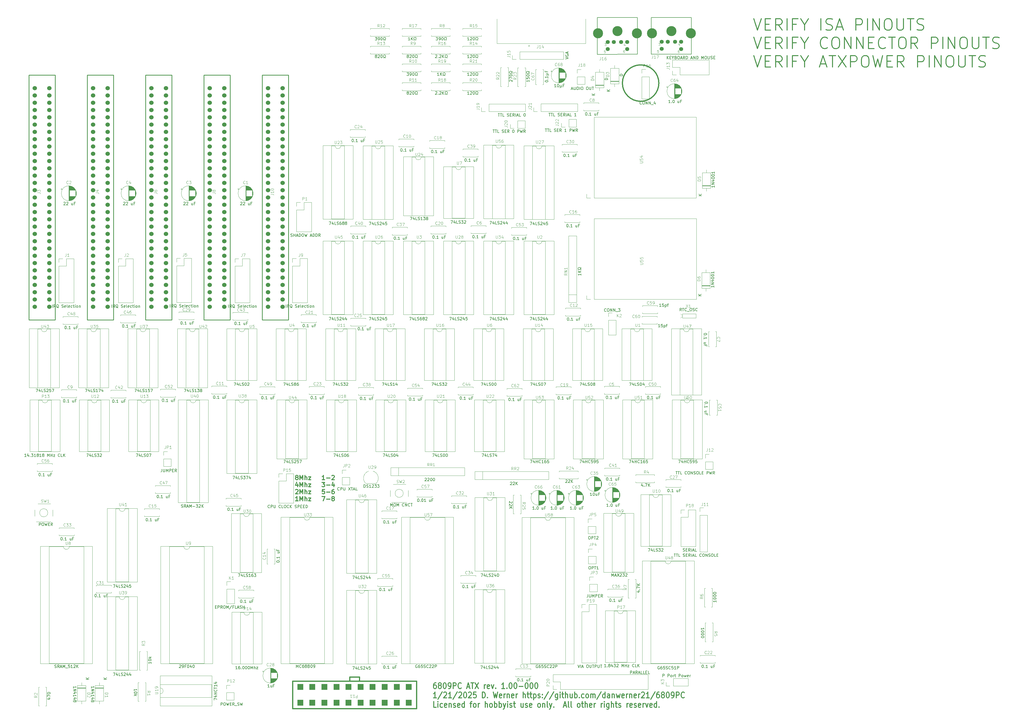
<source format=gto>
%TF.GenerationSoftware,KiCad,Pcbnew,8.0.6*%
%TF.CreationDate,2025-02-01T13:00:03-06:00*%
%TF.ProjectId,6809PC-6U,36383039-5043-42d3-9655-2e6b69636164,1/21/2025 001*%
%TF.SameCoordinates,Original*%
%TF.FileFunction,Legend,Top*%
%TF.FilePolarity,Positive*%
%FSLAX46Y46*%
G04 Gerber Fmt 4.6, Leading zero omitted, Abs format (unit mm)*
G04 Created by KiCad (PCBNEW 8.0.6) date 2025-02-01 13:00:03*
%MOMM*%
%LPD*%
G01*
G04 APERTURE LIST*
%ADD10C,0.381000*%
%ADD11C,0.304800*%
%ADD12C,0.100000*%
%ADD13C,0.150000*%
%ADD14C,0.088900*%
%ADD15C,0.120000*%
%ADD16C,0.254000*%
%ADD17C,0.127000*%
%ADD18R,2.125980X2.125980*%
%ADD19C,1.524000*%
%ADD20C,1.422400*%
%ADD21C,3.497580*%
G04 APERTURE END LIST*
D10*
X290340600Y-79863000D02*
G75*
G02*
X277640600Y-79863000I-6350000J0D01*
G01*
X277640600Y-79863000D02*
G75*
G02*
X290340600Y-79863000I6350000J0D01*
G01*
D11*
X323383278Y-57423474D02*
X324716611Y-61423474D01*
X324716611Y-61423474D02*
X326049945Y-57423474D01*
X327383277Y-59328236D02*
X328716611Y-59328236D01*
X329288039Y-61423474D02*
X327383277Y-61423474D01*
X327383277Y-61423474D02*
X327383277Y-57423474D01*
X327383277Y-57423474D02*
X329288039Y-57423474D01*
X333288040Y-61423474D02*
X331954706Y-59518712D01*
X331002325Y-61423474D02*
X331002325Y-57423474D01*
X331002325Y-57423474D02*
X332526135Y-57423474D01*
X332526135Y-57423474D02*
X332907087Y-57613950D01*
X332907087Y-57613950D02*
X333097564Y-57804426D01*
X333097564Y-57804426D02*
X333288040Y-58185378D01*
X333288040Y-58185378D02*
X333288040Y-58756807D01*
X333288040Y-58756807D02*
X333097564Y-59137759D01*
X333097564Y-59137759D02*
X332907087Y-59328236D01*
X332907087Y-59328236D02*
X332526135Y-59518712D01*
X332526135Y-59518712D02*
X331002325Y-59518712D01*
X335002325Y-61423474D02*
X335002325Y-57423474D01*
X338240421Y-59328236D02*
X336907087Y-59328236D01*
X336907087Y-61423474D02*
X336907087Y-57423474D01*
X336907087Y-57423474D02*
X338811849Y-57423474D01*
X341097563Y-59518712D02*
X341097563Y-61423474D01*
X339764230Y-57423474D02*
X341097563Y-59518712D01*
X341097563Y-59518712D02*
X342430897Y-57423474D01*
X346811848Y-61423474D02*
X346811848Y-57423474D01*
X348526134Y-61232998D02*
X349097563Y-61423474D01*
X349097563Y-61423474D02*
X350049944Y-61423474D01*
X350049944Y-61423474D02*
X350430896Y-61232998D01*
X350430896Y-61232998D02*
X350621372Y-61042521D01*
X350621372Y-61042521D02*
X350811849Y-60661569D01*
X350811849Y-60661569D02*
X350811849Y-60280617D01*
X350811849Y-60280617D02*
X350621372Y-59899664D01*
X350621372Y-59899664D02*
X350430896Y-59709188D01*
X350430896Y-59709188D02*
X350049944Y-59518712D01*
X350049944Y-59518712D02*
X349288039Y-59328236D01*
X349288039Y-59328236D02*
X348907087Y-59137759D01*
X348907087Y-59137759D02*
X348716610Y-58947283D01*
X348716610Y-58947283D02*
X348526134Y-58566331D01*
X348526134Y-58566331D02*
X348526134Y-58185378D01*
X348526134Y-58185378D02*
X348716610Y-57804426D01*
X348716610Y-57804426D02*
X348907087Y-57613950D01*
X348907087Y-57613950D02*
X349288039Y-57423474D01*
X349288039Y-57423474D02*
X350240420Y-57423474D01*
X350240420Y-57423474D02*
X350811849Y-57613950D01*
X352335658Y-60280617D02*
X354240420Y-60280617D01*
X351954706Y-61423474D02*
X353288039Y-57423474D01*
X353288039Y-57423474D02*
X354621373Y-61423474D01*
X359002324Y-61423474D02*
X359002324Y-57423474D01*
X359002324Y-57423474D02*
X360526134Y-57423474D01*
X360526134Y-57423474D02*
X360907086Y-57613950D01*
X360907086Y-57613950D02*
X361097563Y-57804426D01*
X361097563Y-57804426D02*
X361288039Y-58185378D01*
X361288039Y-58185378D02*
X361288039Y-58756807D01*
X361288039Y-58756807D02*
X361097563Y-59137759D01*
X361097563Y-59137759D02*
X360907086Y-59328236D01*
X360907086Y-59328236D02*
X360526134Y-59518712D01*
X360526134Y-59518712D02*
X359002324Y-59518712D01*
X363002324Y-61423474D02*
X363002324Y-57423474D01*
X364907086Y-61423474D02*
X364907086Y-57423474D01*
X364907086Y-57423474D02*
X367192801Y-61423474D01*
X367192801Y-61423474D02*
X367192801Y-57423474D01*
X369859467Y-57423474D02*
X370621372Y-57423474D01*
X370621372Y-57423474D02*
X371002324Y-57613950D01*
X371002324Y-57613950D02*
X371383277Y-57994902D01*
X371383277Y-57994902D02*
X371573753Y-58756807D01*
X371573753Y-58756807D02*
X371573753Y-60090140D01*
X371573753Y-60090140D02*
X371383277Y-60852045D01*
X371383277Y-60852045D02*
X371002324Y-61232998D01*
X371002324Y-61232998D02*
X370621372Y-61423474D01*
X370621372Y-61423474D02*
X369859467Y-61423474D01*
X369859467Y-61423474D02*
X369478515Y-61232998D01*
X369478515Y-61232998D02*
X369097562Y-60852045D01*
X369097562Y-60852045D02*
X368907086Y-60090140D01*
X368907086Y-60090140D02*
X368907086Y-58756807D01*
X368907086Y-58756807D02*
X369097562Y-57994902D01*
X369097562Y-57994902D02*
X369478515Y-57613950D01*
X369478515Y-57613950D02*
X369859467Y-57423474D01*
X373288038Y-57423474D02*
X373288038Y-60661569D01*
X373288038Y-60661569D02*
X373478515Y-61042521D01*
X373478515Y-61042521D02*
X373668991Y-61232998D01*
X373668991Y-61232998D02*
X374049943Y-61423474D01*
X374049943Y-61423474D02*
X374811848Y-61423474D01*
X374811848Y-61423474D02*
X375192800Y-61232998D01*
X375192800Y-61232998D02*
X375383277Y-61042521D01*
X375383277Y-61042521D02*
X375573753Y-60661569D01*
X375573753Y-60661569D02*
X375573753Y-57423474D01*
X376907086Y-57423474D02*
X379192800Y-57423474D01*
X378049943Y-61423474D02*
X378049943Y-57423474D01*
X380335657Y-61232998D02*
X380907086Y-61423474D01*
X380907086Y-61423474D02*
X381859467Y-61423474D01*
X381859467Y-61423474D02*
X382240419Y-61232998D01*
X382240419Y-61232998D02*
X382430895Y-61042521D01*
X382430895Y-61042521D02*
X382621372Y-60661569D01*
X382621372Y-60661569D02*
X382621372Y-60280617D01*
X382621372Y-60280617D02*
X382430895Y-59899664D01*
X382430895Y-59899664D02*
X382240419Y-59709188D01*
X382240419Y-59709188D02*
X381859467Y-59518712D01*
X381859467Y-59518712D02*
X381097562Y-59328236D01*
X381097562Y-59328236D02*
X380716610Y-59137759D01*
X380716610Y-59137759D02*
X380526133Y-58947283D01*
X380526133Y-58947283D02*
X380335657Y-58566331D01*
X380335657Y-58566331D02*
X380335657Y-58185378D01*
X380335657Y-58185378D02*
X380526133Y-57804426D01*
X380526133Y-57804426D02*
X380716610Y-57613950D01*
X380716610Y-57613950D02*
X381097562Y-57423474D01*
X381097562Y-57423474D02*
X382049943Y-57423474D01*
X382049943Y-57423474D02*
X382621372Y-57613950D01*
X323383278Y-63863250D02*
X324716611Y-67863250D01*
X324716611Y-67863250D02*
X326049945Y-63863250D01*
X327383277Y-65768012D02*
X328716611Y-65768012D01*
X329288039Y-67863250D02*
X327383277Y-67863250D01*
X327383277Y-67863250D02*
X327383277Y-63863250D01*
X327383277Y-63863250D02*
X329288039Y-63863250D01*
X333288040Y-67863250D02*
X331954706Y-65958488D01*
X331002325Y-67863250D02*
X331002325Y-63863250D01*
X331002325Y-63863250D02*
X332526135Y-63863250D01*
X332526135Y-63863250D02*
X332907087Y-64053726D01*
X332907087Y-64053726D02*
X333097564Y-64244202D01*
X333097564Y-64244202D02*
X333288040Y-64625154D01*
X333288040Y-64625154D02*
X333288040Y-65196583D01*
X333288040Y-65196583D02*
X333097564Y-65577535D01*
X333097564Y-65577535D02*
X332907087Y-65768012D01*
X332907087Y-65768012D02*
X332526135Y-65958488D01*
X332526135Y-65958488D02*
X331002325Y-65958488D01*
X335002325Y-67863250D02*
X335002325Y-63863250D01*
X338240421Y-65768012D02*
X336907087Y-65768012D01*
X336907087Y-67863250D02*
X336907087Y-63863250D01*
X336907087Y-63863250D02*
X338811849Y-63863250D01*
X341097563Y-65958488D02*
X341097563Y-67863250D01*
X339764230Y-63863250D02*
X341097563Y-65958488D01*
X341097563Y-65958488D02*
X342430897Y-63863250D01*
X349097563Y-67482297D02*
X348907087Y-67672774D01*
X348907087Y-67672774D02*
X348335658Y-67863250D01*
X348335658Y-67863250D02*
X347954706Y-67863250D01*
X347954706Y-67863250D02*
X347383277Y-67672774D01*
X347383277Y-67672774D02*
X347002325Y-67291821D01*
X347002325Y-67291821D02*
X346811848Y-66910869D01*
X346811848Y-66910869D02*
X346621372Y-66148964D01*
X346621372Y-66148964D02*
X346621372Y-65577535D01*
X346621372Y-65577535D02*
X346811848Y-64815631D01*
X346811848Y-64815631D02*
X347002325Y-64434678D01*
X347002325Y-64434678D02*
X347383277Y-64053726D01*
X347383277Y-64053726D02*
X347954706Y-63863250D01*
X347954706Y-63863250D02*
X348335658Y-63863250D01*
X348335658Y-63863250D02*
X348907087Y-64053726D01*
X348907087Y-64053726D02*
X349097563Y-64244202D01*
X351573753Y-63863250D02*
X352335658Y-63863250D01*
X352335658Y-63863250D02*
X352716610Y-64053726D01*
X352716610Y-64053726D02*
X353097563Y-64434678D01*
X353097563Y-64434678D02*
X353288039Y-65196583D01*
X353288039Y-65196583D02*
X353288039Y-66529916D01*
X353288039Y-66529916D02*
X353097563Y-67291821D01*
X353097563Y-67291821D02*
X352716610Y-67672774D01*
X352716610Y-67672774D02*
X352335658Y-67863250D01*
X352335658Y-67863250D02*
X351573753Y-67863250D01*
X351573753Y-67863250D02*
X351192801Y-67672774D01*
X351192801Y-67672774D02*
X350811848Y-67291821D01*
X350811848Y-67291821D02*
X350621372Y-66529916D01*
X350621372Y-66529916D02*
X350621372Y-65196583D01*
X350621372Y-65196583D02*
X350811848Y-64434678D01*
X350811848Y-64434678D02*
X351192801Y-64053726D01*
X351192801Y-64053726D02*
X351573753Y-63863250D01*
X355002324Y-67863250D02*
X355002324Y-63863250D01*
X355002324Y-63863250D02*
X357288039Y-67863250D01*
X357288039Y-67863250D02*
X357288039Y-63863250D01*
X359192800Y-67863250D02*
X359192800Y-63863250D01*
X359192800Y-63863250D02*
X361478515Y-67863250D01*
X361478515Y-67863250D02*
X361478515Y-63863250D01*
X363383276Y-65768012D02*
X364716610Y-65768012D01*
X365288038Y-67863250D02*
X363383276Y-67863250D01*
X363383276Y-67863250D02*
X363383276Y-63863250D01*
X363383276Y-63863250D02*
X365288038Y-63863250D01*
X369288039Y-67482297D02*
X369097563Y-67672774D01*
X369097563Y-67672774D02*
X368526134Y-67863250D01*
X368526134Y-67863250D02*
X368145182Y-67863250D01*
X368145182Y-67863250D02*
X367573753Y-67672774D01*
X367573753Y-67672774D02*
X367192801Y-67291821D01*
X367192801Y-67291821D02*
X367002324Y-66910869D01*
X367002324Y-66910869D02*
X366811848Y-66148964D01*
X366811848Y-66148964D02*
X366811848Y-65577535D01*
X366811848Y-65577535D02*
X367002324Y-64815631D01*
X367002324Y-64815631D02*
X367192801Y-64434678D01*
X367192801Y-64434678D02*
X367573753Y-64053726D01*
X367573753Y-64053726D02*
X368145182Y-63863250D01*
X368145182Y-63863250D02*
X368526134Y-63863250D01*
X368526134Y-63863250D02*
X369097563Y-64053726D01*
X369097563Y-64053726D02*
X369288039Y-64244202D01*
X370430896Y-63863250D02*
X372716610Y-63863250D01*
X371573753Y-67863250D02*
X371573753Y-63863250D01*
X374811848Y-63863250D02*
X375573753Y-63863250D01*
X375573753Y-63863250D02*
X375954705Y-64053726D01*
X375954705Y-64053726D02*
X376335658Y-64434678D01*
X376335658Y-64434678D02*
X376526134Y-65196583D01*
X376526134Y-65196583D02*
X376526134Y-66529916D01*
X376526134Y-66529916D02*
X376335658Y-67291821D01*
X376335658Y-67291821D02*
X375954705Y-67672774D01*
X375954705Y-67672774D02*
X375573753Y-67863250D01*
X375573753Y-67863250D02*
X374811848Y-67863250D01*
X374811848Y-67863250D02*
X374430896Y-67672774D01*
X374430896Y-67672774D02*
X374049943Y-67291821D01*
X374049943Y-67291821D02*
X373859467Y-66529916D01*
X373859467Y-66529916D02*
X373859467Y-65196583D01*
X373859467Y-65196583D02*
X374049943Y-64434678D01*
X374049943Y-64434678D02*
X374430896Y-64053726D01*
X374430896Y-64053726D02*
X374811848Y-63863250D01*
X380526134Y-67863250D02*
X379192800Y-65958488D01*
X378240419Y-67863250D02*
X378240419Y-63863250D01*
X378240419Y-63863250D02*
X379764229Y-63863250D01*
X379764229Y-63863250D02*
X380145181Y-64053726D01*
X380145181Y-64053726D02*
X380335658Y-64244202D01*
X380335658Y-64244202D02*
X380526134Y-64625154D01*
X380526134Y-64625154D02*
X380526134Y-65196583D01*
X380526134Y-65196583D02*
X380335658Y-65577535D01*
X380335658Y-65577535D02*
X380145181Y-65768012D01*
X380145181Y-65768012D02*
X379764229Y-65958488D01*
X379764229Y-65958488D02*
X378240419Y-65958488D01*
X385288038Y-67863250D02*
X385288038Y-63863250D01*
X385288038Y-63863250D02*
X386811848Y-63863250D01*
X386811848Y-63863250D02*
X387192800Y-64053726D01*
X387192800Y-64053726D02*
X387383277Y-64244202D01*
X387383277Y-64244202D02*
X387573753Y-64625154D01*
X387573753Y-64625154D02*
X387573753Y-65196583D01*
X387573753Y-65196583D02*
X387383277Y-65577535D01*
X387383277Y-65577535D02*
X387192800Y-65768012D01*
X387192800Y-65768012D02*
X386811848Y-65958488D01*
X386811848Y-65958488D02*
X385288038Y-65958488D01*
X389288038Y-67863250D02*
X389288038Y-63863250D01*
X391192800Y-67863250D02*
X391192800Y-63863250D01*
X391192800Y-63863250D02*
X393478515Y-67863250D01*
X393478515Y-67863250D02*
X393478515Y-63863250D01*
X396145181Y-63863250D02*
X396907086Y-63863250D01*
X396907086Y-63863250D02*
X397288038Y-64053726D01*
X397288038Y-64053726D02*
X397668991Y-64434678D01*
X397668991Y-64434678D02*
X397859467Y-65196583D01*
X397859467Y-65196583D02*
X397859467Y-66529916D01*
X397859467Y-66529916D02*
X397668991Y-67291821D01*
X397668991Y-67291821D02*
X397288038Y-67672774D01*
X397288038Y-67672774D02*
X396907086Y-67863250D01*
X396907086Y-67863250D02*
X396145181Y-67863250D01*
X396145181Y-67863250D02*
X395764229Y-67672774D01*
X395764229Y-67672774D02*
X395383276Y-67291821D01*
X395383276Y-67291821D02*
X395192800Y-66529916D01*
X395192800Y-66529916D02*
X395192800Y-65196583D01*
X395192800Y-65196583D02*
X395383276Y-64434678D01*
X395383276Y-64434678D02*
X395764229Y-64053726D01*
X395764229Y-64053726D02*
X396145181Y-63863250D01*
X399573752Y-63863250D02*
X399573752Y-67101345D01*
X399573752Y-67101345D02*
X399764229Y-67482297D01*
X399764229Y-67482297D02*
X399954705Y-67672774D01*
X399954705Y-67672774D02*
X400335657Y-67863250D01*
X400335657Y-67863250D02*
X401097562Y-67863250D01*
X401097562Y-67863250D02*
X401478514Y-67672774D01*
X401478514Y-67672774D02*
X401668991Y-67482297D01*
X401668991Y-67482297D02*
X401859467Y-67101345D01*
X401859467Y-67101345D02*
X401859467Y-63863250D01*
X403192800Y-63863250D02*
X405478514Y-63863250D01*
X404335657Y-67863250D02*
X404335657Y-63863250D01*
X406621371Y-67672774D02*
X407192800Y-67863250D01*
X407192800Y-67863250D02*
X408145181Y-67863250D01*
X408145181Y-67863250D02*
X408526133Y-67672774D01*
X408526133Y-67672774D02*
X408716609Y-67482297D01*
X408716609Y-67482297D02*
X408907086Y-67101345D01*
X408907086Y-67101345D02*
X408907086Y-66720393D01*
X408907086Y-66720393D02*
X408716609Y-66339440D01*
X408716609Y-66339440D02*
X408526133Y-66148964D01*
X408526133Y-66148964D02*
X408145181Y-65958488D01*
X408145181Y-65958488D02*
X407383276Y-65768012D01*
X407383276Y-65768012D02*
X407002324Y-65577535D01*
X407002324Y-65577535D02*
X406811847Y-65387059D01*
X406811847Y-65387059D02*
X406621371Y-65006107D01*
X406621371Y-65006107D02*
X406621371Y-64625154D01*
X406621371Y-64625154D02*
X406811847Y-64244202D01*
X406811847Y-64244202D02*
X407002324Y-64053726D01*
X407002324Y-64053726D02*
X407383276Y-63863250D01*
X407383276Y-63863250D02*
X408335657Y-63863250D01*
X408335657Y-63863250D02*
X408907086Y-64053726D01*
X323383278Y-70303026D02*
X324716611Y-74303026D01*
X324716611Y-74303026D02*
X326049945Y-70303026D01*
X327383277Y-72207788D02*
X328716611Y-72207788D01*
X329288039Y-74303026D02*
X327383277Y-74303026D01*
X327383277Y-74303026D02*
X327383277Y-70303026D01*
X327383277Y-70303026D02*
X329288039Y-70303026D01*
X333288040Y-74303026D02*
X331954706Y-72398264D01*
X331002325Y-74303026D02*
X331002325Y-70303026D01*
X331002325Y-70303026D02*
X332526135Y-70303026D01*
X332526135Y-70303026D02*
X332907087Y-70493502D01*
X332907087Y-70493502D02*
X333097564Y-70683978D01*
X333097564Y-70683978D02*
X333288040Y-71064930D01*
X333288040Y-71064930D02*
X333288040Y-71636359D01*
X333288040Y-71636359D02*
X333097564Y-72017311D01*
X333097564Y-72017311D02*
X332907087Y-72207788D01*
X332907087Y-72207788D02*
X332526135Y-72398264D01*
X332526135Y-72398264D02*
X331002325Y-72398264D01*
X335002325Y-74303026D02*
X335002325Y-70303026D01*
X338240421Y-72207788D02*
X336907087Y-72207788D01*
X336907087Y-74303026D02*
X336907087Y-70303026D01*
X336907087Y-70303026D02*
X338811849Y-70303026D01*
X341097563Y-72398264D02*
X341097563Y-74303026D01*
X339764230Y-70303026D02*
X341097563Y-72398264D01*
X341097563Y-72398264D02*
X342430897Y-70303026D01*
X346621372Y-73160169D02*
X348526134Y-73160169D01*
X346240420Y-74303026D02*
X347573753Y-70303026D01*
X347573753Y-70303026D02*
X348907087Y-74303026D01*
X349668991Y-70303026D02*
X351954705Y-70303026D01*
X350811848Y-74303026D02*
X350811848Y-70303026D01*
X352907086Y-70303026D02*
X355573753Y-74303026D01*
X355573753Y-70303026D02*
X352907086Y-74303026D01*
X357097562Y-74303026D02*
X357097562Y-70303026D01*
X357097562Y-70303026D02*
X358621372Y-70303026D01*
X358621372Y-70303026D02*
X359002324Y-70493502D01*
X359002324Y-70493502D02*
X359192801Y-70683978D01*
X359192801Y-70683978D02*
X359383277Y-71064930D01*
X359383277Y-71064930D02*
X359383277Y-71636359D01*
X359383277Y-71636359D02*
X359192801Y-72017311D01*
X359192801Y-72017311D02*
X359002324Y-72207788D01*
X359002324Y-72207788D02*
X358621372Y-72398264D01*
X358621372Y-72398264D02*
X357097562Y-72398264D01*
X361859467Y-70303026D02*
X362621372Y-70303026D01*
X362621372Y-70303026D02*
X363002324Y-70493502D01*
X363002324Y-70493502D02*
X363383277Y-70874454D01*
X363383277Y-70874454D02*
X363573753Y-71636359D01*
X363573753Y-71636359D02*
X363573753Y-72969692D01*
X363573753Y-72969692D02*
X363383277Y-73731597D01*
X363383277Y-73731597D02*
X363002324Y-74112550D01*
X363002324Y-74112550D02*
X362621372Y-74303026D01*
X362621372Y-74303026D02*
X361859467Y-74303026D01*
X361859467Y-74303026D02*
X361478515Y-74112550D01*
X361478515Y-74112550D02*
X361097562Y-73731597D01*
X361097562Y-73731597D02*
X360907086Y-72969692D01*
X360907086Y-72969692D02*
X360907086Y-71636359D01*
X360907086Y-71636359D02*
X361097562Y-70874454D01*
X361097562Y-70874454D02*
X361478515Y-70493502D01*
X361478515Y-70493502D02*
X361859467Y-70303026D01*
X364907086Y-70303026D02*
X365859467Y-74303026D01*
X365859467Y-74303026D02*
X366621372Y-71445883D01*
X366621372Y-71445883D02*
X367383277Y-74303026D01*
X367383277Y-74303026D02*
X368335658Y-70303026D01*
X369859467Y-72207788D02*
X371192801Y-72207788D01*
X371764229Y-74303026D02*
X369859467Y-74303026D01*
X369859467Y-74303026D02*
X369859467Y-70303026D01*
X369859467Y-70303026D02*
X371764229Y-70303026D01*
X375764230Y-74303026D02*
X374430896Y-72398264D01*
X373478515Y-74303026D02*
X373478515Y-70303026D01*
X373478515Y-70303026D02*
X375002325Y-70303026D01*
X375002325Y-70303026D02*
X375383277Y-70493502D01*
X375383277Y-70493502D02*
X375573754Y-70683978D01*
X375573754Y-70683978D02*
X375764230Y-71064930D01*
X375764230Y-71064930D02*
X375764230Y-71636359D01*
X375764230Y-71636359D02*
X375573754Y-72017311D01*
X375573754Y-72017311D02*
X375383277Y-72207788D01*
X375383277Y-72207788D02*
X375002325Y-72398264D01*
X375002325Y-72398264D02*
X373478515Y-72398264D01*
X380526134Y-74303026D02*
X380526134Y-70303026D01*
X380526134Y-70303026D02*
X382049944Y-70303026D01*
X382049944Y-70303026D02*
X382430896Y-70493502D01*
X382430896Y-70493502D02*
X382621373Y-70683978D01*
X382621373Y-70683978D02*
X382811849Y-71064930D01*
X382811849Y-71064930D02*
X382811849Y-71636359D01*
X382811849Y-71636359D02*
X382621373Y-72017311D01*
X382621373Y-72017311D02*
X382430896Y-72207788D01*
X382430896Y-72207788D02*
X382049944Y-72398264D01*
X382049944Y-72398264D02*
X380526134Y-72398264D01*
X384526134Y-74303026D02*
X384526134Y-70303026D01*
X386430896Y-74303026D02*
X386430896Y-70303026D01*
X386430896Y-70303026D02*
X388716611Y-74303026D01*
X388716611Y-74303026D02*
X388716611Y-70303026D01*
X391383277Y-70303026D02*
X392145182Y-70303026D01*
X392145182Y-70303026D02*
X392526134Y-70493502D01*
X392526134Y-70493502D02*
X392907087Y-70874454D01*
X392907087Y-70874454D02*
X393097563Y-71636359D01*
X393097563Y-71636359D02*
X393097563Y-72969692D01*
X393097563Y-72969692D02*
X392907087Y-73731597D01*
X392907087Y-73731597D02*
X392526134Y-74112550D01*
X392526134Y-74112550D02*
X392145182Y-74303026D01*
X392145182Y-74303026D02*
X391383277Y-74303026D01*
X391383277Y-74303026D02*
X391002325Y-74112550D01*
X391002325Y-74112550D02*
X390621372Y-73731597D01*
X390621372Y-73731597D02*
X390430896Y-72969692D01*
X390430896Y-72969692D02*
X390430896Y-71636359D01*
X390430896Y-71636359D02*
X390621372Y-70874454D01*
X390621372Y-70874454D02*
X391002325Y-70493502D01*
X391002325Y-70493502D02*
X391383277Y-70303026D01*
X394811848Y-70303026D02*
X394811848Y-73541121D01*
X394811848Y-73541121D02*
X395002325Y-73922073D01*
X395002325Y-73922073D02*
X395192801Y-74112550D01*
X395192801Y-74112550D02*
X395573753Y-74303026D01*
X395573753Y-74303026D02*
X396335658Y-74303026D01*
X396335658Y-74303026D02*
X396716610Y-74112550D01*
X396716610Y-74112550D02*
X396907087Y-73922073D01*
X396907087Y-73922073D02*
X397097563Y-73541121D01*
X397097563Y-73541121D02*
X397097563Y-70303026D01*
X398430896Y-70303026D02*
X400716610Y-70303026D01*
X399573753Y-74303026D02*
X399573753Y-70303026D01*
X401859467Y-74112550D02*
X402430896Y-74303026D01*
X402430896Y-74303026D02*
X403383277Y-74303026D01*
X403383277Y-74303026D02*
X403764229Y-74112550D01*
X403764229Y-74112550D02*
X403954705Y-73922073D01*
X403954705Y-73922073D02*
X404145182Y-73541121D01*
X404145182Y-73541121D02*
X404145182Y-73160169D01*
X404145182Y-73160169D02*
X403954705Y-72779216D01*
X403954705Y-72779216D02*
X403764229Y-72588740D01*
X403764229Y-72588740D02*
X403383277Y-72398264D01*
X403383277Y-72398264D02*
X402621372Y-72207788D01*
X402621372Y-72207788D02*
X402240420Y-72017311D01*
X402240420Y-72017311D02*
X402049943Y-71826835D01*
X402049943Y-71826835D02*
X401859467Y-71445883D01*
X401859467Y-71445883D02*
X401859467Y-71064930D01*
X401859467Y-71064930D02*
X402049943Y-70683978D01*
X402049943Y-70683978D02*
X402240420Y-70493502D01*
X402240420Y-70493502D02*
X402621372Y-70303026D01*
X402621372Y-70303026D02*
X403573753Y-70303026D01*
X403573753Y-70303026D02*
X404145182Y-70493502D01*
X212681659Y-288869185D02*
X212342992Y-288869185D01*
X212342992Y-288869185D02*
X212173659Y-288965947D01*
X212173659Y-288965947D02*
X212088992Y-289062709D01*
X212088992Y-289062709D02*
X211919659Y-289352995D01*
X211919659Y-289352995D02*
X211834992Y-289740043D01*
X211834992Y-289740043D02*
X211834992Y-290514138D01*
X211834992Y-290514138D02*
X211919659Y-290707662D01*
X211919659Y-290707662D02*
X212004326Y-290804424D01*
X212004326Y-290804424D02*
X212173659Y-290901185D01*
X212173659Y-290901185D02*
X212512326Y-290901185D01*
X212512326Y-290901185D02*
X212681659Y-290804424D01*
X212681659Y-290804424D02*
X212766326Y-290707662D01*
X212766326Y-290707662D02*
X212850992Y-290514138D01*
X212850992Y-290514138D02*
X212850992Y-290030328D01*
X212850992Y-290030328D02*
X212766326Y-289836804D01*
X212766326Y-289836804D02*
X212681659Y-289740043D01*
X212681659Y-289740043D02*
X212512326Y-289643281D01*
X212512326Y-289643281D02*
X212173659Y-289643281D01*
X212173659Y-289643281D02*
X212004326Y-289740043D01*
X212004326Y-289740043D02*
X211919659Y-289836804D01*
X211919659Y-289836804D02*
X211834992Y-290030328D01*
X213866992Y-289740043D02*
X213697659Y-289643281D01*
X213697659Y-289643281D02*
X213612992Y-289546519D01*
X213612992Y-289546519D02*
X213528325Y-289352995D01*
X213528325Y-289352995D02*
X213528325Y-289256233D01*
X213528325Y-289256233D02*
X213612992Y-289062709D01*
X213612992Y-289062709D02*
X213697659Y-288965947D01*
X213697659Y-288965947D02*
X213866992Y-288869185D01*
X213866992Y-288869185D02*
X214205659Y-288869185D01*
X214205659Y-288869185D02*
X214374992Y-288965947D01*
X214374992Y-288965947D02*
X214459659Y-289062709D01*
X214459659Y-289062709D02*
X214544325Y-289256233D01*
X214544325Y-289256233D02*
X214544325Y-289352995D01*
X214544325Y-289352995D02*
X214459659Y-289546519D01*
X214459659Y-289546519D02*
X214374992Y-289643281D01*
X214374992Y-289643281D02*
X214205659Y-289740043D01*
X214205659Y-289740043D02*
X213866992Y-289740043D01*
X213866992Y-289740043D02*
X213697659Y-289836804D01*
X213697659Y-289836804D02*
X213612992Y-289933566D01*
X213612992Y-289933566D02*
X213528325Y-290127090D01*
X213528325Y-290127090D02*
X213528325Y-290514138D01*
X213528325Y-290514138D02*
X213612992Y-290707662D01*
X213612992Y-290707662D02*
X213697659Y-290804424D01*
X213697659Y-290804424D02*
X213866992Y-290901185D01*
X213866992Y-290901185D02*
X214205659Y-290901185D01*
X214205659Y-290901185D02*
X214374992Y-290804424D01*
X214374992Y-290804424D02*
X214459659Y-290707662D01*
X214459659Y-290707662D02*
X214544325Y-290514138D01*
X214544325Y-290514138D02*
X214544325Y-290127090D01*
X214544325Y-290127090D02*
X214459659Y-289933566D01*
X214459659Y-289933566D02*
X214374992Y-289836804D01*
X214374992Y-289836804D02*
X214205659Y-289740043D01*
X215644992Y-288869185D02*
X215814325Y-288869185D01*
X215814325Y-288869185D02*
X215983658Y-288965947D01*
X215983658Y-288965947D02*
X216068325Y-289062709D01*
X216068325Y-289062709D02*
X216152992Y-289256233D01*
X216152992Y-289256233D02*
X216237658Y-289643281D01*
X216237658Y-289643281D02*
X216237658Y-290127090D01*
X216237658Y-290127090D02*
X216152992Y-290514138D01*
X216152992Y-290514138D02*
X216068325Y-290707662D01*
X216068325Y-290707662D02*
X215983658Y-290804424D01*
X215983658Y-290804424D02*
X215814325Y-290901185D01*
X215814325Y-290901185D02*
X215644992Y-290901185D01*
X215644992Y-290901185D02*
X215475658Y-290804424D01*
X215475658Y-290804424D02*
X215390992Y-290707662D01*
X215390992Y-290707662D02*
X215306325Y-290514138D01*
X215306325Y-290514138D02*
X215221658Y-290127090D01*
X215221658Y-290127090D02*
X215221658Y-289643281D01*
X215221658Y-289643281D02*
X215306325Y-289256233D01*
X215306325Y-289256233D02*
X215390992Y-289062709D01*
X215390992Y-289062709D02*
X215475658Y-288965947D01*
X215475658Y-288965947D02*
X215644992Y-288869185D01*
X217084325Y-290901185D02*
X217422991Y-290901185D01*
X217422991Y-290901185D02*
X217592325Y-290804424D01*
X217592325Y-290804424D02*
X217676991Y-290707662D01*
X217676991Y-290707662D02*
X217846325Y-290417376D01*
X217846325Y-290417376D02*
X217930991Y-290030328D01*
X217930991Y-290030328D02*
X217930991Y-289256233D01*
X217930991Y-289256233D02*
X217846325Y-289062709D01*
X217846325Y-289062709D02*
X217761658Y-288965947D01*
X217761658Y-288965947D02*
X217592325Y-288869185D01*
X217592325Y-288869185D02*
X217253658Y-288869185D01*
X217253658Y-288869185D02*
X217084325Y-288965947D01*
X217084325Y-288965947D02*
X216999658Y-289062709D01*
X216999658Y-289062709D02*
X216914991Y-289256233D01*
X216914991Y-289256233D02*
X216914991Y-289740043D01*
X216914991Y-289740043D02*
X216999658Y-289933566D01*
X216999658Y-289933566D02*
X217084325Y-290030328D01*
X217084325Y-290030328D02*
X217253658Y-290127090D01*
X217253658Y-290127090D02*
X217592325Y-290127090D01*
X217592325Y-290127090D02*
X217761658Y-290030328D01*
X217761658Y-290030328D02*
X217846325Y-289933566D01*
X217846325Y-289933566D02*
X217930991Y-289740043D01*
X218692991Y-290901185D02*
X218692991Y-288869185D01*
X218692991Y-288869185D02*
X219370324Y-288869185D01*
X219370324Y-288869185D02*
X219539658Y-288965947D01*
X219539658Y-288965947D02*
X219624324Y-289062709D01*
X219624324Y-289062709D02*
X219708991Y-289256233D01*
X219708991Y-289256233D02*
X219708991Y-289546519D01*
X219708991Y-289546519D02*
X219624324Y-289740043D01*
X219624324Y-289740043D02*
X219539658Y-289836804D01*
X219539658Y-289836804D02*
X219370324Y-289933566D01*
X219370324Y-289933566D02*
X218692991Y-289933566D01*
X221486991Y-290707662D02*
X221402324Y-290804424D01*
X221402324Y-290804424D02*
X221148324Y-290901185D01*
X221148324Y-290901185D02*
X220978991Y-290901185D01*
X220978991Y-290901185D02*
X220724991Y-290804424D01*
X220724991Y-290804424D02*
X220555658Y-290610900D01*
X220555658Y-290610900D02*
X220470991Y-290417376D01*
X220470991Y-290417376D02*
X220386324Y-290030328D01*
X220386324Y-290030328D02*
X220386324Y-289740043D01*
X220386324Y-289740043D02*
X220470991Y-289352995D01*
X220470991Y-289352995D02*
X220555658Y-289159471D01*
X220555658Y-289159471D02*
X220724991Y-288965947D01*
X220724991Y-288965947D02*
X220978991Y-288869185D01*
X220978991Y-288869185D02*
X221148324Y-288869185D01*
X221148324Y-288869185D02*
X221402324Y-288965947D01*
X221402324Y-288965947D02*
X221486991Y-289062709D01*
X223518991Y-290320614D02*
X224365658Y-290320614D01*
X223349658Y-290901185D02*
X223942325Y-288869185D01*
X223942325Y-288869185D02*
X224534991Y-290901185D01*
X224873658Y-288869185D02*
X225889658Y-288869185D01*
X225381658Y-290901185D02*
X225381658Y-288869185D01*
X226312992Y-288869185D02*
X227498325Y-290901185D01*
X227498325Y-288869185D02*
X226312992Y-290901185D01*
X229530325Y-290901185D02*
X229530325Y-289546519D01*
X229530325Y-289933566D02*
X229614992Y-289740043D01*
X229614992Y-289740043D02*
X229699658Y-289643281D01*
X229699658Y-289643281D02*
X229868992Y-289546519D01*
X229868992Y-289546519D02*
X230038325Y-289546519D01*
X231308325Y-290804424D02*
X231138992Y-290901185D01*
X231138992Y-290901185D02*
X230800325Y-290901185D01*
X230800325Y-290901185D02*
X230630992Y-290804424D01*
X230630992Y-290804424D02*
X230546325Y-290610900D01*
X230546325Y-290610900D02*
X230546325Y-289836804D01*
X230546325Y-289836804D02*
X230630992Y-289643281D01*
X230630992Y-289643281D02*
X230800325Y-289546519D01*
X230800325Y-289546519D02*
X231138992Y-289546519D01*
X231138992Y-289546519D02*
X231308325Y-289643281D01*
X231308325Y-289643281D02*
X231392992Y-289836804D01*
X231392992Y-289836804D02*
X231392992Y-290030328D01*
X231392992Y-290030328D02*
X230546325Y-290223852D01*
X231985659Y-289546519D02*
X232408992Y-290901185D01*
X232408992Y-290901185D02*
X232832325Y-289546519D01*
X233509659Y-290707662D02*
X233594326Y-290804424D01*
X233594326Y-290804424D02*
X233509659Y-290901185D01*
X233509659Y-290901185D02*
X233424992Y-290804424D01*
X233424992Y-290804424D02*
X233509659Y-290707662D01*
X233509659Y-290707662D02*
X233509659Y-290901185D01*
X236642326Y-290901185D02*
X235626326Y-290901185D01*
X236134326Y-290901185D02*
X236134326Y-288869185D01*
X236134326Y-288869185D02*
X235964993Y-289159471D01*
X235964993Y-289159471D02*
X235795660Y-289352995D01*
X235795660Y-289352995D02*
X235626326Y-289449757D01*
X237404326Y-290707662D02*
X237488993Y-290804424D01*
X237488993Y-290804424D02*
X237404326Y-290901185D01*
X237404326Y-290901185D02*
X237319659Y-290804424D01*
X237319659Y-290804424D02*
X237404326Y-290707662D01*
X237404326Y-290707662D02*
X237404326Y-290901185D01*
X238589660Y-288869185D02*
X238758993Y-288869185D01*
X238758993Y-288869185D02*
X238928326Y-288965947D01*
X238928326Y-288965947D02*
X239012993Y-289062709D01*
X239012993Y-289062709D02*
X239097660Y-289256233D01*
X239097660Y-289256233D02*
X239182326Y-289643281D01*
X239182326Y-289643281D02*
X239182326Y-290127090D01*
X239182326Y-290127090D02*
X239097660Y-290514138D01*
X239097660Y-290514138D02*
X239012993Y-290707662D01*
X239012993Y-290707662D02*
X238928326Y-290804424D01*
X238928326Y-290804424D02*
X238758993Y-290901185D01*
X238758993Y-290901185D02*
X238589660Y-290901185D01*
X238589660Y-290901185D02*
X238420326Y-290804424D01*
X238420326Y-290804424D02*
X238335660Y-290707662D01*
X238335660Y-290707662D02*
X238250993Y-290514138D01*
X238250993Y-290514138D02*
X238166326Y-290127090D01*
X238166326Y-290127090D02*
X238166326Y-289643281D01*
X238166326Y-289643281D02*
X238250993Y-289256233D01*
X238250993Y-289256233D02*
X238335660Y-289062709D01*
X238335660Y-289062709D02*
X238420326Y-288965947D01*
X238420326Y-288965947D02*
X238589660Y-288869185D01*
X240282993Y-288869185D02*
X240452326Y-288869185D01*
X240452326Y-288869185D02*
X240621659Y-288965947D01*
X240621659Y-288965947D02*
X240706326Y-289062709D01*
X240706326Y-289062709D02*
X240790993Y-289256233D01*
X240790993Y-289256233D02*
X240875659Y-289643281D01*
X240875659Y-289643281D02*
X240875659Y-290127090D01*
X240875659Y-290127090D02*
X240790993Y-290514138D01*
X240790993Y-290514138D02*
X240706326Y-290707662D01*
X240706326Y-290707662D02*
X240621659Y-290804424D01*
X240621659Y-290804424D02*
X240452326Y-290901185D01*
X240452326Y-290901185D02*
X240282993Y-290901185D01*
X240282993Y-290901185D02*
X240113659Y-290804424D01*
X240113659Y-290804424D02*
X240028993Y-290707662D01*
X240028993Y-290707662D02*
X239944326Y-290514138D01*
X239944326Y-290514138D02*
X239859659Y-290127090D01*
X239859659Y-290127090D02*
X239859659Y-289643281D01*
X239859659Y-289643281D02*
X239944326Y-289256233D01*
X239944326Y-289256233D02*
X240028993Y-289062709D01*
X240028993Y-289062709D02*
X240113659Y-288965947D01*
X240113659Y-288965947D02*
X240282993Y-288869185D01*
X241637659Y-290127090D02*
X242992326Y-290127090D01*
X244177659Y-288869185D02*
X244346992Y-288869185D01*
X244346992Y-288869185D02*
X244516325Y-288965947D01*
X244516325Y-288965947D02*
X244600992Y-289062709D01*
X244600992Y-289062709D02*
X244685659Y-289256233D01*
X244685659Y-289256233D02*
X244770325Y-289643281D01*
X244770325Y-289643281D02*
X244770325Y-290127090D01*
X244770325Y-290127090D02*
X244685659Y-290514138D01*
X244685659Y-290514138D02*
X244600992Y-290707662D01*
X244600992Y-290707662D02*
X244516325Y-290804424D01*
X244516325Y-290804424D02*
X244346992Y-290901185D01*
X244346992Y-290901185D02*
X244177659Y-290901185D01*
X244177659Y-290901185D02*
X244008325Y-290804424D01*
X244008325Y-290804424D02*
X243923659Y-290707662D01*
X243923659Y-290707662D02*
X243838992Y-290514138D01*
X243838992Y-290514138D02*
X243754325Y-290127090D01*
X243754325Y-290127090D02*
X243754325Y-289643281D01*
X243754325Y-289643281D02*
X243838992Y-289256233D01*
X243838992Y-289256233D02*
X243923659Y-289062709D01*
X243923659Y-289062709D02*
X244008325Y-288965947D01*
X244008325Y-288965947D02*
X244177659Y-288869185D01*
X245870992Y-288869185D02*
X246040325Y-288869185D01*
X246040325Y-288869185D02*
X246209658Y-288965947D01*
X246209658Y-288965947D02*
X246294325Y-289062709D01*
X246294325Y-289062709D02*
X246378992Y-289256233D01*
X246378992Y-289256233D02*
X246463658Y-289643281D01*
X246463658Y-289643281D02*
X246463658Y-290127090D01*
X246463658Y-290127090D02*
X246378992Y-290514138D01*
X246378992Y-290514138D02*
X246294325Y-290707662D01*
X246294325Y-290707662D02*
X246209658Y-290804424D01*
X246209658Y-290804424D02*
X246040325Y-290901185D01*
X246040325Y-290901185D02*
X245870992Y-290901185D01*
X245870992Y-290901185D02*
X245701658Y-290804424D01*
X245701658Y-290804424D02*
X245616992Y-290707662D01*
X245616992Y-290707662D02*
X245532325Y-290514138D01*
X245532325Y-290514138D02*
X245447658Y-290127090D01*
X245447658Y-290127090D02*
X245447658Y-289643281D01*
X245447658Y-289643281D02*
X245532325Y-289256233D01*
X245532325Y-289256233D02*
X245616992Y-289062709D01*
X245616992Y-289062709D02*
X245701658Y-288965947D01*
X245701658Y-288965947D02*
X245870992Y-288869185D01*
X247564325Y-288869185D02*
X247733658Y-288869185D01*
X247733658Y-288869185D02*
X247902991Y-288965947D01*
X247902991Y-288965947D02*
X247987658Y-289062709D01*
X247987658Y-289062709D02*
X248072325Y-289256233D01*
X248072325Y-289256233D02*
X248156991Y-289643281D01*
X248156991Y-289643281D02*
X248156991Y-290127090D01*
X248156991Y-290127090D02*
X248072325Y-290514138D01*
X248072325Y-290514138D02*
X247987658Y-290707662D01*
X247987658Y-290707662D02*
X247902991Y-290804424D01*
X247902991Y-290804424D02*
X247733658Y-290901185D01*
X247733658Y-290901185D02*
X247564325Y-290901185D01*
X247564325Y-290901185D02*
X247394991Y-290804424D01*
X247394991Y-290804424D02*
X247310325Y-290707662D01*
X247310325Y-290707662D02*
X247225658Y-290514138D01*
X247225658Y-290514138D02*
X247140991Y-290127090D01*
X247140991Y-290127090D02*
X247140991Y-289643281D01*
X247140991Y-289643281D02*
X247225658Y-289256233D01*
X247225658Y-289256233D02*
X247310325Y-289062709D01*
X247310325Y-289062709D02*
X247394991Y-288965947D01*
X247394991Y-288965947D02*
X247564325Y-288869185D01*
X212850992Y-294172591D02*
X211834992Y-294172591D01*
X212342992Y-294172591D02*
X212342992Y-292140591D01*
X212342992Y-292140591D02*
X212173659Y-292430877D01*
X212173659Y-292430877D02*
X212004326Y-292624401D01*
X212004326Y-292624401D02*
X211834992Y-292721163D01*
X214882992Y-292043830D02*
X213358992Y-294656401D01*
X215390992Y-292334115D02*
X215475659Y-292237353D01*
X215475659Y-292237353D02*
X215644992Y-292140591D01*
X215644992Y-292140591D02*
X216068326Y-292140591D01*
X216068326Y-292140591D02*
X216237659Y-292237353D01*
X216237659Y-292237353D02*
X216322326Y-292334115D01*
X216322326Y-292334115D02*
X216406992Y-292527639D01*
X216406992Y-292527639D02*
X216406992Y-292721163D01*
X216406992Y-292721163D02*
X216322326Y-293011449D01*
X216322326Y-293011449D02*
X215306326Y-294172591D01*
X215306326Y-294172591D02*
X216406992Y-294172591D01*
X218100325Y-294172591D02*
X217084325Y-294172591D01*
X217592325Y-294172591D02*
X217592325Y-292140591D01*
X217592325Y-292140591D02*
X217422992Y-292430877D01*
X217422992Y-292430877D02*
X217253659Y-292624401D01*
X217253659Y-292624401D02*
X217084325Y-292721163D01*
X220132325Y-292043830D02*
X218608325Y-294656401D01*
X220640325Y-292334115D02*
X220724992Y-292237353D01*
X220724992Y-292237353D02*
X220894325Y-292140591D01*
X220894325Y-292140591D02*
X221317659Y-292140591D01*
X221317659Y-292140591D02*
X221486992Y-292237353D01*
X221486992Y-292237353D02*
X221571659Y-292334115D01*
X221571659Y-292334115D02*
X221656325Y-292527639D01*
X221656325Y-292527639D02*
X221656325Y-292721163D01*
X221656325Y-292721163D02*
X221571659Y-293011449D01*
X221571659Y-293011449D02*
X220555659Y-294172591D01*
X220555659Y-294172591D02*
X221656325Y-294172591D01*
X222756992Y-292140591D02*
X222926325Y-292140591D01*
X222926325Y-292140591D02*
X223095658Y-292237353D01*
X223095658Y-292237353D02*
X223180325Y-292334115D01*
X223180325Y-292334115D02*
X223264992Y-292527639D01*
X223264992Y-292527639D02*
X223349658Y-292914687D01*
X223349658Y-292914687D02*
X223349658Y-293398496D01*
X223349658Y-293398496D02*
X223264992Y-293785544D01*
X223264992Y-293785544D02*
X223180325Y-293979068D01*
X223180325Y-293979068D02*
X223095658Y-294075830D01*
X223095658Y-294075830D02*
X222926325Y-294172591D01*
X222926325Y-294172591D02*
X222756992Y-294172591D01*
X222756992Y-294172591D02*
X222587658Y-294075830D01*
X222587658Y-294075830D02*
X222502992Y-293979068D01*
X222502992Y-293979068D02*
X222418325Y-293785544D01*
X222418325Y-293785544D02*
X222333658Y-293398496D01*
X222333658Y-293398496D02*
X222333658Y-292914687D01*
X222333658Y-292914687D02*
X222418325Y-292527639D01*
X222418325Y-292527639D02*
X222502992Y-292334115D01*
X222502992Y-292334115D02*
X222587658Y-292237353D01*
X222587658Y-292237353D02*
X222756992Y-292140591D01*
X224026991Y-292334115D02*
X224111658Y-292237353D01*
X224111658Y-292237353D02*
X224280991Y-292140591D01*
X224280991Y-292140591D02*
X224704325Y-292140591D01*
X224704325Y-292140591D02*
X224873658Y-292237353D01*
X224873658Y-292237353D02*
X224958325Y-292334115D01*
X224958325Y-292334115D02*
X225042991Y-292527639D01*
X225042991Y-292527639D02*
X225042991Y-292721163D01*
X225042991Y-292721163D02*
X224958325Y-293011449D01*
X224958325Y-293011449D02*
X223942325Y-294172591D01*
X223942325Y-294172591D02*
X225042991Y-294172591D01*
X226651658Y-292140591D02*
X225804991Y-292140591D01*
X225804991Y-292140591D02*
X225720324Y-293108210D01*
X225720324Y-293108210D02*
X225804991Y-293011449D01*
X225804991Y-293011449D02*
X225974324Y-292914687D01*
X225974324Y-292914687D02*
X226397658Y-292914687D01*
X226397658Y-292914687D02*
X226566991Y-293011449D01*
X226566991Y-293011449D02*
X226651658Y-293108210D01*
X226651658Y-293108210D02*
X226736324Y-293301734D01*
X226736324Y-293301734D02*
X226736324Y-293785544D01*
X226736324Y-293785544D02*
X226651658Y-293979068D01*
X226651658Y-293979068D02*
X226566991Y-294075830D01*
X226566991Y-294075830D02*
X226397658Y-294172591D01*
X226397658Y-294172591D02*
X225974324Y-294172591D01*
X225974324Y-294172591D02*
X225804991Y-294075830D01*
X225804991Y-294075830D02*
X225720324Y-293979068D01*
X228852991Y-294172591D02*
X228852991Y-292140591D01*
X228852991Y-292140591D02*
X229276324Y-292140591D01*
X229276324Y-292140591D02*
X229530324Y-292237353D01*
X229530324Y-292237353D02*
X229699658Y-292430877D01*
X229699658Y-292430877D02*
X229784324Y-292624401D01*
X229784324Y-292624401D02*
X229868991Y-293011449D01*
X229868991Y-293011449D02*
X229868991Y-293301734D01*
X229868991Y-293301734D02*
X229784324Y-293688782D01*
X229784324Y-293688782D02*
X229699658Y-293882306D01*
X229699658Y-293882306D02*
X229530324Y-294075830D01*
X229530324Y-294075830D02*
X229276324Y-294172591D01*
X229276324Y-294172591D02*
X228852991Y-294172591D01*
X230630991Y-293979068D02*
X230715658Y-294075830D01*
X230715658Y-294075830D02*
X230630991Y-294172591D01*
X230630991Y-294172591D02*
X230546324Y-294075830D01*
X230546324Y-294075830D02*
X230630991Y-293979068D01*
X230630991Y-293979068D02*
X230630991Y-294172591D01*
X232662992Y-292140591D02*
X233086325Y-294172591D01*
X233086325Y-294172591D02*
X233424992Y-292721163D01*
X233424992Y-292721163D02*
X233763658Y-294172591D01*
X233763658Y-294172591D02*
X234186992Y-292140591D01*
X235541658Y-294075830D02*
X235372325Y-294172591D01*
X235372325Y-294172591D02*
X235033658Y-294172591D01*
X235033658Y-294172591D02*
X234864325Y-294075830D01*
X234864325Y-294075830D02*
X234779658Y-293882306D01*
X234779658Y-293882306D02*
X234779658Y-293108210D01*
X234779658Y-293108210D02*
X234864325Y-292914687D01*
X234864325Y-292914687D02*
X235033658Y-292817925D01*
X235033658Y-292817925D02*
X235372325Y-292817925D01*
X235372325Y-292817925D02*
X235541658Y-292914687D01*
X235541658Y-292914687D02*
X235626325Y-293108210D01*
X235626325Y-293108210D02*
X235626325Y-293301734D01*
X235626325Y-293301734D02*
X234779658Y-293495258D01*
X236388325Y-294172591D02*
X236388325Y-292817925D01*
X236388325Y-293204972D02*
X236472992Y-293011449D01*
X236472992Y-293011449D02*
X236557658Y-292914687D01*
X236557658Y-292914687D02*
X236726992Y-292817925D01*
X236726992Y-292817925D02*
X236896325Y-292817925D01*
X237488992Y-292817925D02*
X237488992Y-294172591D01*
X237488992Y-293011449D02*
X237573659Y-292914687D01*
X237573659Y-292914687D02*
X237742992Y-292817925D01*
X237742992Y-292817925D02*
X237996992Y-292817925D01*
X237996992Y-292817925D02*
X238166325Y-292914687D01*
X238166325Y-292914687D02*
X238250992Y-293108210D01*
X238250992Y-293108210D02*
X238250992Y-294172591D01*
X239774992Y-294075830D02*
X239605659Y-294172591D01*
X239605659Y-294172591D02*
X239266992Y-294172591D01*
X239266992Y-294172591D02*
X239097659Y-294075830D01*
X239097659Y-294075830D02*
X239012992Y-293882306D01*
X239012992Y-293882306D02*
X239012992Y-293108210D01*
X239012992Y-293108210D02*
X239097659Y-292914687D01*
X239097659Y-292914687D02*
X239266992Y-292817925D01*
X239266992Y-292817925D02*
X239605659Y-292817925D01*
X239605659Y-292817925D02*
X239774992Y-292914687D01*
X239774992Y-292914687D02*
X239859659Y-293108210D01*
X239859659Y-293108210D02*
X239859659Y-293301734D01*
X239859659Y-293301734D02*
X239012992Y-293495258D01*
X240621659Y-294172591D02*
X240621659Y-292817925D01*
X240621659Y-293204972D02*
X240706326Y-293011449D01*
X240706326Y-293011449D02*
X240790992Y-292914687D01*
X240790992Y-292914687D02*
X240960326Y-292817925D01*
X240960326Y-292817925D02*
X241129659Y-292817925D01*
X243076993Y-294172591D02*
X243076993Y-292140591D01*
X243838993Y-294172591D02*
X243838993Y-293108210D01*
X243838993Y-293108210D02*
X243754326Y-292914687D01*
X243754326Y-292914687D02*
X243584993Y-292817925D01*
X243584993Y-292817925D02*
X243330993Y-292817925D01*
X243330993Y-292817925D02*
X243161660Y-292914687D01*
X243161660Y-292914687D02*
X243076993Y-293011449D01*
X244431660Y-292817925D02*
X245108993Y-292817925D01*
X244685660Y-292140591D02*
X244685660Y-293882306D01*
X244685660Y-293882306D02*
X244770327Y-294075830D01*
X244770327Y-294075830D02*
X244939660Y-294172591D01*
X244939660Y-294172591D02*
X245108993Y-294172591D01*
X245447660Y-292817925D02*
X246124993Y-292817925D01*
X245701660Y-292140591D02*
X245701660Y-293882306D01*
X245701660Y-293882306D02*
X245786327Y-294075830D01*
X245786327Y-294075830D02*
X245955660Y-294172591D01*
X245955660Y-294172591D02*
X246124993Y-294172591D01*
X246717660Y-292817925D02*
X246717660Y-294849925D01*
X246717660Y-292914687D02*
X246886993Y-292817925D01*
X246886993Y-292817925D02*
X247225660Y-292817925D01*
X247225660Y-292817925D02*
X247394993Y-292914687D01*
X247394993Y-292914687D02*
X247479660Y-293011449D01*
X247479660Y-293011449D02*
X247564327Y-293204972D01*
X247564327Y-293204972D02*
X247564327Y-293785544D01*
X247564327Y-293785544D02*
X247479660Y-293979068D01*
X247479660Y-293979068D02*
X247394993Y-294075830D01*
X247394993Y-294075830D02*
X247225660Y-294172591D01*
X247225660Y-294172591D02*
X246886993Y-294172591D01*
X246886993Y-294172591D02*
X246717660Y-294075830D01*
X248241660Y-294075830D02*
X248410994Y-294172591D01*
X248410994Y-294172591D02*
X248749660Y-294172591D01*
X248749660Y-294172591D02*
X248918994Y-294075830D01*
X248918994Y-294075830D02*
X249003660Y-293882306D01*
X249003660Y-293882306D02*
X249003660Y-293785544D01*
X249003660Y-293785544D02*
X248918994Y-293592020D01*
X248918994Y-293592020D02*
X248749660Y-293495258D01*
X248749660Y-293495258D02*
X248495660Y-293495258D01*
X248495660Y-293495258D02*
X248326327Y-293398496D01*
X248326327Y-293398496D02*
X248241660Y-293204972D01*
X248241660Y-293204972D02*
X248241660Y-293108210D01*
X248241660Y-293108210D02*
X248326327Y-292914687D01*
X248326327Y-292914687D02*
X248495660Y-292817925D01*
X248495660Y-292817925D02*
X248749660Y-292817925D01*
X248749660Y-292817925D02*
X248918994Y-292914687D01*
X249765660Y-293979068D02*
X249850327Y-294075830D01*
X249850327Y-294075830D02*
X249765660Y-294172591D01*
X249765660Y-294172591D02*
X249680993Y-294075830D01*
X249680993Y-294075830D02*
X249765660Y-293979068D01*
X249765660Y-293979068D02*
X249765660Y-294172591D01*
X249765660Y-292914687D02*
X249850327Y-293011449D01*
X249850327Y-293011449D02*
X249765660Y-293108210D01*
X249765660Y-293108210D02*
X249680993Y-293011449D01*
X249680993Y-293011449D02*
X249765660Y-292914687D01*
X249765660Y-292914687D02*
X249765660Y-293108210D01*
X251882327Y-292043830D02*
X250358327Y-294656401D01*
X253744994Y-292043830D02*
X252220994Y-294656401D01*
X255099661Y-292817925D02*
X255099661Y-294462877D01*
X255099661Y-294462877D02*
X255014994Y-294656401D01*
X255014994Y-294656401D02*
X254930328Y-294753163D01*
X254930328Y-294753163D02*
X254760994Y-294849925D01*
X254760994Y-294849925D02*
X254506994Y-294849925D01*
X254506994Y-294849925D02*
X254337661Y-294753163D01*
X255099661Y-294075830D02*
X254930328Y-294172591D01*
X254930328Y-294172591D02*
X254591661Y-294172591D01*
X254591661Y-294172591D02*
X254422328Y-294075830D01*
X254422328Y-294075830D02*
X254337661Y-293979068D01*
X254337661Y-293979068D02*
X254252994Y-293785544D01*
X254252994Y-293785544D02*
X254252994Y-293204972D01*
X254252994Y-293204972D02*
X254337661Y-293011449D01*
X254337661Y-293011449D02*
X254422328Y-292914687D01*
X254422328Y-292914687D02*
X254591661Y-292817925D01*
X254591661Y-292817925D02*
X254930328Y-292817925D01*
X254930328Y-292817925D02*
X255099661Y-292914687D01*
X255946328Y-294172591D02*
X255946328Y-292817925D01*
X255946328Y-292140591D02*
X255861661Y-292237353D01*
X255861661Y-292237353D02*
X255946328Y-292334115D01*
X255946328Y-292334115D02*
X256030995Y-292237353D01*
X256030995Y-292237353D02*
X255946328Y-292140591D01*
X255946328Y-292140591D02*
X255946328Y-292334115D01*
X256538995Y-292817925D02*
X257216328Y-292817925D01*
X256792995Y-292140591D02*
X256792995Y-293882306D01*
X256792995Y-293882306D02*
X256877662Y-294075830D01*
X256877662Y-294075830D02*
X257046995Y-294172591D01*
X257046995Y-294172591D02*
X257216328Y-294172591D01*
X257808995Y-294172591D02*
X257808995Y-292140591D01*
X258570995Y-294172591D02*
X258570995Y-293108210D01*
X258570995Y-293108210D02*
X258486328Y-292914687D01*
X258486328Y-292914687D02*
X258316995Y-292817925D01*
X258316995Y-292817925D02*
X258062995Y-292817925D01*
X258062995Y-292817925D02*
X257893662Y-292914687D01*
X257893662Y-292914687D02*
X257808995Y-293011449D01*
X260179662Y-292817925D02*
X260179662Y-294172591D01*
X259417662Y-292817925D02*
X259417662Y-293882306D01*
X259417662Y-293882306D02*
X259502329Y-294075830D01*
X259502329Y-294075830D02*
X259671662Y-294172591D01*
X259671662Y-294172591D02*
X259925662Y-294172591D01*
X259925662Y-294172591D02*
X260094995Y-294075830D01*
X260094995Y-294075830D02*
X260179662Y-293979068D01*
X261026329Y-294172591D02*
X261026329Y-292140591D01*
X261026329Y-292914687D02*
X261195662Y-292817925D01*
X261195662Y-292817925D02*
X261534329Y-292817925D01*
X261534329Y-292817925D02*
X261703662Y-292914687D01*
X261703662Y-292914687D02*
X261788329Y-293011449D01*
X261788329Y-293011449D02*
X261872996Y-293204972D01*
X261872996Y-293204972D02*
X261872996Y-293785544D01*
X261872996Y-293785544D02*
X261788329Y-293979068D01*
X261788329Y-293979068D02*
X261703662Y-294075830D01*
X261703662Y-294075830D02*
X261534329Y-294172591D01*
X261534329Y-294172591D02*
X261195662Y-294172591D01*
X261195662Y-294172591D02*
X261026329Y-294075830D01*
X262634996Y-293979068D02*
X262719663Y-294075830D01*
X262719663Y-294075830D02*
X262634996Y-294172591D01*
X262634996Y-294172591D02*
X262550329Y-294075830D01*
X262550329Y-294075830D02*
X262634996Y-293979068D01*
X262634996Y-293979068D02*
X262634996Y-294172591D01*
X264243663Y-294075830D02*
X264074330Y-294172591D01*
X264074330Y-294172591D02*
X263735663Y-294172591D01*
X263735663Y-294172591D02*
X263566330Y-294075830D01*
X263566330Y-294075830D02*
X263481663Y-293979068D01*
X263481663Y-293979068D02*
X263396996Y-293785544D01*
X263396996Y-293785544D02*
X263396996Y-293204972D01*
X263396996Y-293204972D02*
X263481663Y-293011449D01*
X263481663Y-293011449D02*
X263566330Y-292914687D01*
X263566330Y-292914687D02*
X263735663Y-292817925D01*
X263735663Y-292817925D02*
X264074330Y-292817925D01*
X264074330Y-292817925D02*
X264243663Y-292914687D01*
X265259663Y-294172591D02*
X265090330Y-294075830D01*
X265090330Y-294075830D02*
X265005663Y-293979068D01*
X265005663Y-293979068D02*
X264920996Y-293785544D01*
X264920996Y-293785544D02*
X264920996Y-293204972D01*
X264920996Y-293204972D02*
X265005663Y-293011449D01*
X265005663Y-293011449D02*
X265090330Y-292914687D01*
X265090330Y-292914687D02*
X265259663Y-292817925D01*
X265259663Y-292817925D02*
X265513663Y-292817925D01*
X265513663Y-292817925D02*
X265682996Y-292914687D01*
X265682996Y-292914687D02*
X265767663Y-293011449D01*
X265767663Y-293011449D02*
X265852330Y-293204972D01*
X265852330Y-293204972D02*
X265852330Y-293785544D01*
X265852330Y-293785544D02*
X265767663Y-293979068D01*
X265767663Y-293979068D02*
X265682996Y-294075830D01*
X265682996Y-294075830D02*
X265513663Y-294172591D01*
X265513663Y-294172591D02*
X265259663Y-294172591D01*
X266614330Y-294172591D02*
X266614330Y-292817925D01*
X266614330Y-293011449D02*
X266698997Y-292914687D01*
X266698997Y-292914687D02*
X266868330Y-292817925D01*
X266868330Y-292817925D02*
X267122330Y-292817925D01*
X267122330Y-292817925D02*
X267291663Y-292914687D01*
X267291663Y-292914687D02*
X267376330Y-293108210D01*
X267376330Y-293108210D02*
X267376330Y-294172591D01*
X267376330Y-293108210D02*
X267460997Y-292914687D01*
X267460997Y-292914687D02*
X267630330Y-292817925D01*
X267630330Y-292817925D02*
X267884330Y-292817925D01*
X267884330Y-292817925D02*
X268053663Y-292914687D01*
X268053663Y-292914687D02*
X268138330Y-293108210D01*
X268138330Y-293108210D02*
X268138330Y-294172591D01*
X270254997Y-292043830D02*
X268730997Y-294656401D01*
X271609664Y-294172591D02*
X271609664Y-292140591D01*
X271609664Y-294075830D02*
X271440331Y-294172591D01*
X271440331Y-294172591D02*
X271101664Y-294172591D01*
X271101664Y-294172591D02*
X270932331Y-294075830D01*
X270932331Y-294075830D02*
X270847664Y-293979068D01*
X270847664Y-293979068D02*
X270762997Y-293785544D01*
X270762997Y-293785544D02*
X270762997Y-293204972D01*
X270762997Y-293204972D02*
X270847664Y-293011449D01*
X270847664Y-293011449D02*
X270932331Y-292914687D01*
X270932331Y-292914687D02*
X271101664Y-292817925D01*
X271101664Y-292817925D02*
X271440331Y-292817925D01*
X271440331Y-292817925D02*
X271609664Y-292914687D01*
X273218331Y-294172591D02*
X273218331Y-293108210D01*
X273218331Y-293108210D02*
X273133664Y-292914687D01*
X273133664Y-292914687D02*
X272964331Y-292817925D01*
X272964331Y-292817925D02*
X272625664Y-292817925D01*
X272625664Y-292817925D02*
X272456331Y-292914687D01*
X273218331Y-294075830D02*
X273048998Y-294172591D01*
X273048998Y-294172591D02*
X272625664Y-294172591D01*
X272625664Y-294172591D02*
X272456331Y-294075830D01*
X272456331Y-294075830D02*
X272371664Y-293882306D01*
X272371664Y-293882306D02*
X272371664Y-293688782D01*
X272371664Y-293688782D02*
X272456331Y-293495258D01*
X272456331Y-293495258D02*
X272625664Y-293398496D01*
X272625664Y-293398496D02*
X273048998Y-293398496D01*
X273048998Y-293398496D02*
X273218331Y-293301734D01*
X274064998Y-292817925D02*
X274064998Y-294172591D01*
X274064998Y-293011449D02*
X274149665Y-292914687D01*
X274149665Y-292914687D02*
X274318998Y-292817925D01*
X274318998Y-292817925D02*
X274572998Y-292817925D01*
X274572998Y-292817925D02*
X274742331Y-292914687D01*
X274742331Y-292914687D02*
X274826998Y-293108210D01*
X274826998Y-293108210D02*
X274826998Y-294172591D01*
X275504332Y-292817925D02*
X275842998Y-294172591D01*
X275842998Y-294172591D02*
X276181665Y-293204972D01*
X276181665Y-293204972D02*
X276520332Y-294172591D01*
X276520332Y-294172591D02*
X276858998Y-292817925D01*
X278213665Y-294075830D02*
X278044332Y-294172591D01*
X278044332Y-294172591D02*
X277705665Y-294172591D01*
X277705665Y-294172591D02*
X277536332Y-294075830D01*
X277536332Y-294075830D02*
X277451665Y-293882306D01*
X277451665Y-293882306D02*
X277451665Y-293108210D01*
X277451665Y-293108210D02*
X277536332Y-292914687D01*
X277536332Y-292914687D02*
X277705665Y-292817925D01*
X277705665Y-292817925D02*
X278044332Y-292817925D01*
X278044332Y-292817925D02*
X278213665Y-292914687D01*
X278213665Y-292914687D02*
X278298332Y-293108210D01*
X278298332Y-293108210D02*
X278298332Y-293301734D01*
X278298332Y-293301734D02*
X277451665Y-293495258D01*
X279060332Y-294172591D02*
X279060332Y-292817925D01*
X279060332Y-293204972D02*
X279144999Y-293011449D01*
X279144999Y-293011449D02*
X279229665Y-292914687D01*
X279229665Y-292914687D02*
X279398999Y-292817925D01*
X279398999Y-292817925D02*
X279568332Y-292817925D01*
X280160999Y-292817925D02*
X280160999Y-294172591D01*
X280160999Y-293011449D02*
X280245666Y-292914687D01*
X280245666Y-292914687D02*
X280414999Y-292817925D01*
X280414999Y-292817925D02*
X280668999Y-292817925D01*
X280668999Y-292817925D02*
X280838332Y-292914687D01*
X280838332Y-292914687D02*
X280922999Y-293108210D01*
X280922999Y-293108210D02*
X280922999Y-294172591D01*
X282446999Y-294075830D02*
X282277666Y-294172591D01*
X282277666Y-294172591D02*
X281938999Y-294172591D01*
X281938999Y-294172591D02*
X281769666Y-294075830D01*
X281769666Y-294075830D02*
X281684999Y-293882306D01*
X281684999Y-293882306D02*
X281684999Y-293108210D01*
X281684999Y-293108210D02*
X281769666Y-292914687D01*
X281769666Y-292914687D02*
X281938999Y-292817925D01*
X281938999Y-292817925D02*
X282277666Y-292817925D01*
X282277666Y-292817925D02*
X282446999Y-292914687D01*
X282446999Y-292914687D02*
X282531666Y-293108210D01*
X282531666Y-293108210D02*
X282531666Y-293301734D01*
X282531666Y-293301734D02*
X281684999Y-293495258D01*
X283293666Y-294172591D02*
X283293666Y-292817925D01*
X283293666Y-293204972D02*
X283378333Y-293011449D01*
X283378333Y-293011449D02*
X283462999Y-292914687D01*
X283462999Y-292914687D02*
X283632333Y-292817925D01*
X283632333Y-292817925D02*
X283801666Y-292817925D01*
X284309666Y-292334115D02*
X284394333Y-292237353D01*
X284394333Y-292237353D02*
X284563666Y-292140591D01*
X284563666Y-292140591D02*
X284987000Y-292140591D01*
X284987000Y-292140591D02*
X285156333Y-292237353D01*
X285156333Y-292237353D02*
X285241000Y-292334115D01*
X285241000Y-292334115D02*
X285325666Y-292527639D01*
X285325666Y-292527639D02*
X285325666Y-292721163D01*
X285325666Y-292721163D02*
X285241000Y-293011449D01*
X285241000Y-293011449D02*
X284225000Y-294172591D01*
X284225000Y-294172591D02*
X285325666Y-294172591D01*
X287018999Y-294172591D02*
X286002999Y-294172591D01*
X286510999Y-294172591D02*
X286510999Y-292140591D01*
X286510999Y-292140591D02*
X286341666Y-292430877D01*
X286341666Y-292430877D02*
X286172333Y-292624401D01*
X286172333Y-292624401D02*
X286002999Y-292721163D01*
X289050999Y-292043830D02*
X287526999Y-294656401D01*
X290405666Y-292140591D02*
X290066999Y-292140591D01*
X290066999Y-292140591D02*
X289897666Y-292237353D01*
X289897666Y-292237353D02*
X289812999Y-292334115D01*
X289812999Y-292334115D02*
X289643666Y-292624401D01*
X289643666Y-292624401D02*
X289558999Y-293011449D01*
X289558999Y-293011449D02*
X289558999Y-293785544D01*
X289558999Y-293785544D02*
X289643666Y-293979068D01*
X289643666Y-293979068D02*
X289728333Y-294075830D01*
X289728333Y-294075830D02*
X289897666Y-294172591D01*
X289897666Y-294172591D02*
X290236333Y-294172591D01*
X290236333Y-294172591D02*
X290405666Y-294075830D01*
X290405666Y-294075830D02*
X290490333Y-293979068D01*
X290490333Y-293979068D02*
X290574999Y-293785544D01*
X290574999Y-293785544D02*
X290574999Y-293301734D01*
X290574999Y-293301734D02*
X290490333Y-293108210D01*
X290490333Y-293108210D02*
X290405666Y-293011449D01*
X290405666Y-293011449D02*
X290236333Y-292914687D01*
X290236333Y-292914687D02*
X289897666Y-292914687D01*
X289897666Y-292914687D02*
X289728333Y-293011449D01*
X289728333Y-293011449D02*
X289643666Y-293108210D01*
X289643666Y-293108210D02*
X289558999Y-293301734D01*
X291590999Y-293011449D02*
X291421666Y-292914687D01*
X291421666Y-292914687D02*
X291336999Y-292817925D01*
X291336999Y-292817925D02*
X291252332Y-292624401D01*
X291252332Y-292624401D02*
X291252332Y-292527639D01*
X291252332Y-292527639D02*
X291336999Y-292334115D01*
X291336999Y-292334115D02*
X291421666Y-292237353D01*
X291421666Y-292237353D02*
X291590999Y-292140591D01*
X291590999Y-292140591D02*
X291929666Y-292140591D01*
X291929666Y-292140591D02*
X292098999Y-292237353D01*
X292098999Y-292237353D02*
X292183666Y-292334115D01*
X292183666Y-292334115D02*
X292268332Y-292527639D01*
X292268332Y-292527639D02*
X292268332Y-292624401D01*
X292268332Y-292624401D02*
X292183666Y-292817925D01*
X292183666Y-292817925D02*
X292098999Y-292914687D01*
X292098999Y-292914687D02*
X291929666Y-293011449D01*
X291929666Y-293011449D02*
X291590999Y-293011449D01*
X291590999Y-293011449D02*
X291421666Y-293108210D01*
X291421666Y-293108210D02*
X291336999Y-293204972D01*
X291336999Y-293204972D02*
X291252332Y-293398496D01*
X291252332Y-293398496D02*
X291252332Y-293785544D01*
X291252332Y-293785544D02*
X291336999Y-293979068D01*
X291336999Y-293979068D02*
X291421666Y-294075830D01*
X291421666Y-294075830D02*
X291590999Y-294172591D01*
X291590999Y-294172591D02*
X291929666Y-294172591D01*
X291929666Y-294172591D02*
X292098999Y-294075830D01*
X292098999Y-294075830D02*
X292183666Y-293979068D01*
X292183666Y-293979068D02*
X292268332Y-293785544D01*
X292268332Y-293785544D02*
X292268332Y-293398496D01*
X292268332Y-293398496D02*
X292183666Y-293204972D01*
X292183666Y-293204972D02*
X292098999Y-293108210D01*
X292098999Y-293108210D02*
X291929666Y-293011449D01*
X293368999Y-292140591D02*
X293538332Y-292140591D01*
X293538332Y-292140591D02*
X293707665Y-292237353D01*
X293707665Y-292237353D02*
X293792332Y-292334115D01*
X293792332Y-292334115D02*
X293876999Y-292527639D01*
X293876999Y-292527639D02*
X293961665Y-292914687D01*
X293961665Y-292914687D02*
X293961665Y-293398496D01*
X293961665Y-293398496D02*
X293876999Y-293785544D01*
X293876999Y-293785544D02*
X293792332Y-293979068D01*
X293792332Y-293979068D02*
X293707665Y-294075830D01*
X293707665Y-294075830D02*
X293538332Y-294172591D01*
X293538332Y-294172591D02*
X293368999Y-294172591D01*
X293368999Y-294172591D02*
X293199665Y-294075830D01*
X293199665Y-294075830D02*
X293114999Y-293979068D01*
X293114999Y-293979068D02*
X293030332Y-293785544D01*
X293030332Y-293785544D02*
X292945665Y-293398496D01*
X292945665Y-293398496D02*
X292945665Y-292914687D01*
X292945665Y-292914687D02*
X293030332Y-292527639D01*
X293030332Y-292527639D02*
X293114999Y-292334115D01*
X293114999Y-292334115D02*
X293199665Y-292237353D01*
X293199665Y-292237353D02*
X293368999Y-292140591D01*
X294808332Y-294172591D02*
X295146998Y-294172591D01*
X295146998Y-294172591D02*
X295316332Y-294075830D01*
X295316332Y-294075830D02*
X295400998Y-293979068D01*
X295400998Y-293979068D02*
X295570332Y-293688782D01*
X295570332Y-293688782D02*
X295654998Y-293301734D01*
X295654998Y-293301734D02*
X295654998Y-292527639D01*
X295654998Y-292527639D02*
X295570332Y-292334115D01*
X295570332Y-292334115D02*
X295485665Y-292237353D01*
X295485665Y-292237353D02*
X295316332Y-292140591D01*
X295316332Y-292140591D02*
X294977665Y-292140591D01*
X294977665Y-292140591D02*
X294808332Y-292237353D01*
X294808332Y-292237353D02*
X294723665Y-292334115D01*
X294723665Y-292334115D02*
X294638998Y-292527639D01*
X294638998Y-292527639D02*
X294638998Y-293011449D01*
X294638998Y-293011449D02*
X294723665Y-293204972D01*
X294723665Y-293204972D02*
X294808332Y-293301734D01*
X294808332Y-293301734D02*
X294977665Y-293398496D01*
X294977665Y-293398496D02*
X295316332Y-293398496D01*
X295316332Y-293398496D02*
X295485665Y-293301734D01*
X295485665Y-293301734D02*
X295570332Y-293204972D01*
X295570332Y-293204972D02*
X295654998Y-293011449D01*
X296416998Y-294172591D02*
X296416998Y-292140591D01*
X296416998Y-292140591D02*
X297094331Y-292140591D01*
X297094331Y-292140591D02*
X297263665Y-292237353D01*
X297263665Y-292237353D02*
X297348331Y-292334115D01*
X297348331Y-292334115D02*
X297432998Y-292527639D01*
X297432998Y-292527639D02*
X297432998Y-292817925D01*
X297432998Y-292817925D02*
X297348331Y-293011449D01*
X297348331Y-293011449D02*
X297263665Y-293108210D01*
X297263665Y-293108210D02*
X297094331Y-293204972D01*
X297094331Y-293204972D02*
X296416998Y-293204972D01*
X299210998Y-293979068D02*
X299126331Y-294075830D01*
X299126331Y-294075830D02*
X298872331Y-294172591D01*
X298872331Y-294172591D02*
X298702998Y-294172591D01*
X298702998Y-294172591D02*
X298448998Y-294075830D01*
X298448998Y-294075830D02*
X298279665Y-293882306D01*
X298279665Y-293882306D02*
X298194998Y-293688782D01*
X298194998Y-293688782D02*
X298110331Y-293301734D01*
X298110331Y-293301734D02*
X298110331Y-293011449D01*
X298110331Y-293011449D02*
X298194998Y-292624401D01*
X298194998Y-292624401D02*
X298279665Y-292430877D01*
X298279665Y-292430877D02*
X298448998Y-292237353D01*
X298448998Y-292237353D02*
X298702998Y-292140591D01*
X298702998Y-292140591D02*
X298872331Y-292140591D01*
X298872331Y-292140591D02*
X299126331Y-292237353D01*
X299126331Y-292237353D02*
X299210998Y-292334115D01*
X212766326Y-297443997D02*
X211919659Y-297443997D01*
X211919659Y-297443997D02*
X211919659Y-295411997D01*
X213358992Y-297443997D02*
X213358992Y-296089331D01*
X213358992Y-295411997D02*
X213274325Y-295508759D01*
X213274325Y-295508759D02*
X213358992Y-295605521D01*
X213358992Y-295605521D02*
X213443659Y-295508759D01*
X213443659Y-295508759D02*
X213358992Y-295411997D01*
X213358992Y-295411997D02*
X213358992Y-295605521D01*
X214967659Y-297347236D02*
X214798326Y-297443997D01*
X214798326Y-297443997D02*
X214459659Y-297443997D01*
X214459659Y-297443997D02*
X214290326Y-297347236D01*
X214290326Y-297347236D02*
X214205659Y-297250474D01*
X214205659Y-297250474D02*
X214120992Y-297056950D01*
X214120992Y-297056950D02*
X214120992Y-296476378D01*
X214120992Y-296476378D02*
X214205659Y-296282855D01*
X214205659Y-296282855D02*
X214290326Y-296186093D01*
X214290326Y-296186093D02*
X214459659Y-296089331D01*
X214459659Y-296089331D02*
X214798326Y-296089331D01*
X214798326Y-296089331D02*
X214967659Y-296186093D01*
X216406992Y-297347236D02*
X216237659Y-297443997D01*
X216237659Y-297443997D02*
X215898992Y-297443997D01*
X215898992Y-297443997D02*
X215729659Y-297347236D01*
X215729659Y-297347236D02*
X215644992Y-297153712D01*
X215644992Y-297153712D02*
X215644992Y-296379616D01*
X215644992Y-296379616D02*
X215729659Y-296186093D01*
X215729659Y-296186093D02*
X215898992Y-296089331D01*
X215898992Y-296089331D02*
X216237659Y-296089331D01*
X216237659Y-296089331D02*
X216406992Y-296186093D01*
X216406992Y-296186093D02*
X216491659Y-296379616D01*
X216491659Y-296379616D02*
X216491659Y-296573140D01*
X216491659Y-296573140D02*
X215644992Y-296766664D01*
X217253659Y-296089331D02*
X217253659Y-297443997D01*
X217253659Y-296282855D02*
X217338326Y-296186093D01*
X217338326Y-296186093D02*
X217507659Y-296089331D01*
X217507659Y-296089331D02*
X217761659Y-296089331D01*
X217761659Y-296089331D02*
X217930992Y-296186093D01*
X217930992Y-296186093D02*
X218015659Y-296379616D01*
X218015659Y-296379616D02*
X218015659Y-297443997D01*
X218777659Y-297347236D02*
X218946993Y-297443997D01*
X218946993Y-297443997D02*
X219285659Y-297443997D01*
X219285659Y-297443997D02*
X219454993Y-297347236D01*
X219454993Y-297347236D02*
X219539659Y-297153712D01*
X219539659Y-297153712D02*
X219539659Y-297056950D01*
X219539659Y-297056950D02*
X219454993Y-296863426D01*
X219454993Y-296863426D02*
X219285659Y-296766664D01*
X219285659Y-296766664D02*
X219031659Y-296766664D01*
X219031659Y-296766664D02*
X218862326Y-296669902D01*
X218862326Y-296669902D02*
X218777659Y-296476378D01*
X218777659Y-296476378D02*
X218777659Y-296379616D01*
X218777659Y-296379616D02*
X218862326Y-296186093D01*
X218862326Y-296186093D02*
X219031659Y-296089331D01*
X219031659Y-296089331D02*
X219285659Y-296089331D01*
X219285659Y-296089331D02*
X219454993Y-296186093D01*
X220978992Y-297347236D02*
X220809659Y-297443997D01*
X220809659Y-297443997D02*
X220470992Y-297443997D01*
X220470992Y-297443997D02*
X220301659Y-297347236D01*
X220301659Y-297347236D02*
X220216992Y-297153712D01*
X220216992Y-297153712D02*
X220216992Y-296379616D01*
X220216992Y-296379616D02*
X220301659Y-296186093D01*
X220301659Y-296186093D02*
X220470992Y-296089331D01*
X220470992Y-296089331D02*
X220809659Y-296089331D01*
X220809659Y-296089331D02*
X220978992Y-296186093D01*
X220978992Y-296186093D02*
X221063659Y-296379616D01*
X221063659Y-296379616D02*
X221063659Y-296573140D01*
X221063659Y-296573140D02*
X220216992Y-296766664D01*
X222587659Y-297443997D02*
X222587659Y-295411997D01*
X222587659Y-297347236D02*
X222418326Y-297443997D01*
X222418326Y-297443997D02*
X222079659Y-297443997D01*
X222079659Y-297443997D02*
X221910326Y-297347236D01*
X221910326Y-297347236D02*
X221825659Y-297250474D01*
X221825659Y-297250474D02*
X221740992Y-297056950D01*
X221740992Y-297056950D02*
X221740992Y-296476378D01*
X221740992Y-296476378D02*
X221825659Y-296282855D01*
X221825659Y-296282855D02*
X221910326Y-296186093D01*
X221910326Y-296186093D02*
X222079659Y-296089331D01*
X222079659Y-296089331D02*
X222418326Y-296089331D01*
X222418326Y-296089331D02*
X222587659Y-296186093D01*
X224534993Y-296089331D02*
X225212326Y-296089331D01*
X224788993Y-297443997D02*
X224788993Y-295702283D01*
X224788993Y-295702283D02*
X224873660Y-295508759D01*
X224873660Y-295508759D02*
X225042993Y-295411997D01*
X225042993Y-295411997D02*
X225212326Y-295411997D01*
X226058993Y-297443997D02*
X225889660Y-297347236D01*
X225889660Y-297347236D02*
X225804993Y-297250474D01*
X225804993Y-297250474D02*
X225720326Y-297056950D01*
X225720326Y-297056950D02*
X225720326Y-296476378D01*
X225720326Y-296476378D02*
X225804993Y-296282855D01*
X225804993Y-296282855D02*
X225889660Y-296186093D01*
X225889660Y-296186093D02*
X226058993Y-296089331D01*
X226058993Y-296089331D02*
X226312993Y-296089331D01*
X226312993Y-296089331D02*
X226482326Y-296186093D01*
X226482326Y-296186093D02*
X226566993Y-296282855D01*
X226566993Y-296282855D02*
X226651660Y-296476378D01*
X226651660Y-296476378D02*
X226651660Y-297056950D01*
X226651660Y-297056950D02*
X226566993Y-297250474D01*
X226566993Y-297250474D02*
X226482326Y-297347236D01*
X226482326Y-297347236D02*
X226312993Y-297443997D01*
X226312993Y-297443997D02*
X226058993Y-297443997D01*
X227413660Y-297443997D02*
X227413660Y-296089331D01*
X227413660Y-296476378D02*
X227498327Y-296282855D01*
X227498327Y-296282855D02*
X227582993Y-296186093D01*
X227582993Y-296186093D02*
X227752327Y-296089331D01*
X227752327Y-296089331D02*
X227921660Y-296089331D01*
X229868994Y-297443997D02*
X229868994Y-295411997D01*
X230630994Y-297443997D02*
X230630994Y-296379616D01*
X230630994Y-296379616D02*
X230546327Y-296186093D01*
X230546327Y-296186093D02*
X230376994Y-296089331D01*
X230376994Y-296089331D02*
X230122994Y-296089331D01*
X230122994Y-296089331D02*
X229953661Y-296186093D01*
X229953661Y-296186093D02*
X229868994Y-296282855D01*
X231731661Y-297443997D02*
X231562328Y-297347236D01*
X231562328Y-297347236D02*
X231477661Y-297250474D01*
X231477661Y-297250474D02*
X231392994Y-297056950D01*
X231392994Y-297056950D02*
X231392994Y-296476378D01*
X231392994Y-296476378D02*
X231477661Y-296282855D01*
X231477661Y-296282855D02*
X231562328Y-296186093D01*
X231562328Y-296186093D02*
X231731661Y-296089331D01*
X231731661Y-296089331D02*
X231985661Y-296089331D01*
X231985661Y-296089331D02*
X232154994Y-296186093D01*
X232154994Y-296186093D02*
X232239661Y-296282855D01*
X232239661Y-296282855D02*
X232324328Y-296476378D01*
X232324328Y-296476378D02*
X232324328Y-297056950D01*
X232324328Y-297056950D02*
X232239661Y-297250474D01*
X232239661Y-297250474D02*
X232154994Y-297347236D01*
X232154994Y-297347236D02*
X231985661Y-297443997D01*
X231985661Y-297443997D02*
X231731661Y-297443997D01*
X233086328Y-297443997D02*
X233086328Y-295411997D01*
X233086328Y-296186093D02*
X233255661Y-296089331D01*
X233255661Y-296089331D02*
X233594328Y-296089331D01*
X233594328Y-296089331D02*
X233763661Y-296186093D01*
X233763661Y-296186093D02*
X233848328Y-296282855D01*
X233848328Y-296282855D02*
X233932995Y-296476378D01*
X233932995Y-296476378D02*
X233932995Y-297056950D01*
X233932995Y-297056950D02*
X233848328Y-297250474D01*
X233848328Y-297250474D02*
X233763661Y-297347236D01*
X233763661Y-297347236D02*
X233594328Y-297443997D01*
X233594328Y-297443997D02*
X233255661Y-297443997D01*
X233255661Y-297443997D02*
X233086328Y-297347236D01*
X234694995Y-297443997D02*
X234694995Y-295411997D01*
X234694995Y-296186093D02*
X234864328Y-296089331D01*
X234864328Y-296089331D02*
X235202995Y-296089331D01*
X235202995Y-296089331D02*
X235372328Y-296186093D01*
X235372328Y-296186093D02*
X235456995Y-296282855D01*
X235456995Y-296282855D02*
X235541662Y-296476378D01*
X235541662Y-296476378D02*
X235541662Y-297056950D01*
X235541662Y-297056950D02*
X235456995Y-297250474D01*
X235456995Y-297250474D02*
X235372328Y-297347236D01*
X235372328Y-297347236D02*
X235202995Y-297443997D01*
X235202995Y-297443997D02*
X234864328Y-297443997D01*
X234864328Y-297443997D02*
X234694995Y-297347236D01*
X236134329Y-296089331D02*
X236557662Y-297443997D01*
X236980995Y-296089331D02*
X236557662Y-297443997D01*
X236557662Y-297443997D02*
X236388329Y-297927807D01*
X236388329Y-297927807D02*
X236303662Y-298024569D01*
X236303662Y-298024569D02*
X236134329Y-298121331D01*
X237658329Y-297443997D02*
X237658329Y-296089331D01*
X237658329Y-295411997D02*
X237573662Y-295508759D01*
X237573662Y-295508759D02*
X237658329Y-295605521D01*
X237658329Y-295605521D02*
X237742996Y-295508759D01*
X237742996Y-295508759D02*
X237658329Y-295411997D01*
X237658329Y-295411997D02*
X237658329Y-295605521D01*
X238420329Y-297347236D02*
X238589663Y-297443997D01*
X238589663Y-297443997D02*
X238928329Y-297443997D01*
X238928329Y-297443997D02*
X239097663Y-297347236D01*
X239097663Y-297347236D02*
X239182329Y-297153712D01*
X239182329Y-297153712D02*
X239182329Y-297056950D01*
X239182329Y-297056950D02*
X239097663Y-296863426D01*
X239097663Y-296863426D02*
X238928329Y-296766664D01*
X238928329Y-296766664D02*
X238674329Y-296766664D01*
X238674329Y-296766664D02*
X238504996Y-296669902D01*
X238504996Y-296669902D02*
X238420329Y-296476378D01*
X238420329Y-296476378D02*
X238420329Y-296379616D01*
X238420329Y-296379616D02*
X238504996Y-296186093D01*
X238504996Y-296186093D02*
X238674329Y-296089331D01*
X238674329Y-296089331D02*
X238928329Y-296089331D01*
X238928329Y-296089331D02*
X239097663Y-296186093D01*
X239690329Y-296089331D02*
X240367662Y-296089331D01*
X239944329Y-295411997D02*
X239944329Y-297153712D01*
X239944329Y-297153712D02*
X240028996Y-297347236D01*
X240028996Y-297347236D02*
X240198329Y-297443997D01*
X240198329Y-297443997D02*
X240367662Y-297443997D01*
X243076996Y-296089331D02*
X243076996Y-297443997D01*
X242314996Y-296089331D02*
X242314996Y-297153712D01*
X242314996Y-297153712D02*
X242399663Y-297347236D01*
X242399663Y-297347236D02*
X242568996Y-297443997D01*
X242568996Y-297443997D02*
X242822996Y-297443997D01*
X242822996Y-297443997D02*
X242992329Y-297347236D01*
X242992329Y-297347236D02*
X243076996Y-297250474D01*
X243838996Y-297347236D02*
X244008330Y-297443997D01*
X244008330Y-297443997D02*
X244346996Y-297443997D01*
X244346996Y-297443997D02*
X244516330Y-297347236D01*
X244516330Y-297347236D02*
X244600996Y-297153712D01*
X244600996Y-297153712D02*
X244600996Y-297056950D01*
X244600996Y-297056950D02*
X244516330Y-296863426D01*
X244516330Y-296863426D02*
X244346996Y-296766664D01*
X244346996Y-296766664D02*
X244092996Y-296766664D01*
X244092996Y-296766664D02*
X243923663Y-296669902D01*
X243923663Y-296669902D02*
X243838996Y-296476378D01*
X243838996Y-296476378D02*
X243838996Y-296379616D01*
X243838996Y-296379616D02*
X243923663Y-296186093D01*
X243923663Y-296186093D02*
X244092996Y-296089331D01*
X244092996Y-296089331D02*
X244346996Y-296089331D01*
X244346996Y-296089331D02*
X244516330Y-296186093D01*
X246040329Y-297347236D02*
X245870996Y-297443997D01*
X245870996Y-297443997D02*
X245532329Y-297443997D01*
X245532329Y-297443997D02*
X245362996Y-297347236D01*
X245362996Y-297347236D02*
X245278329Y-297153712D01*
X245278329Y-297153712D02*
X245278329Y-296379616D01*
X245278329Y-296379616D02*
X245362996Y-296186093D01*
X245362996Y-296186093D02*
X245532329Y-296089331D01*
X245532329Y-296089331D02*
X245870996Y-296089331D01*
X245870996Y-296089331D02*
X246040329Y-296186093D01*
X246040329Y-296186093D02*
X246124996Y-296379616D01*
X246124996Y-296379616D02*
X246124996Y-296573140D01*
X246124996Y-296573140D02*
X245278329Y-296766664D01*
X248495663Y-297443997D02*
X248326330Y-297347236D01*
X248326330Y-297347236D02*
X248241663Y-297250474D01*
X248241663Y-297250474D02*
X248156996Y-297056950D01*
X248156996Y-297056950D02*
X248156996Y-296476378D01*
X248156996Y-296476378D02*
X248241663Y-296282855D01*
X248241663Y-296282855D02*
X248326330Y-296186093D01*
X248326330Y-296186093D02*
X248495663Y-296089331D01*
X248495663Y-296089331D02*
X248749663Y-296089331D01*
X248749663Y-296089331D02*
X248918996Y-296186093D01*
X248918996Y-296186093D02*
X249003663Y-296282855D01*
X249003663Y-296282855D02*
X249088330Y-296476378D01*
X249088330Y-296476378D02*
X249088330Y-297056950D01*
X249088330Y-297056950D02*
X249003663Y-297250474D01*
X249003663Y-297250474D02*
X248918996Y-297347236D01*
X248918996Y-297347236D02*
X248749663Y-297443997D01*
X248749663Y-297443997D02*
X248495663Y-297443997D01*
X249850330Y-296089331D02*
X249850330Y-297443997D01*
X249850330Y-296282855D02*
X249934997Y-296186093D01*
X249934997Y-296186093D02*
X250104330Y-296089331D01*
X250104330Y-296089331D02*
X250358330Y-296089331D01*
X250358330Y-296089331D02*
X250527663Y-296186093D01*
X250527663Y-296186093D02*
X250612330Y-296379616D01*
X250612330Y-296379616D02*
X250612330Y-297443997D01*
X251712997Y-297443997D02*
X251543664Y-297347236D01*
X251543664Y-297347236D02*
X251458997Y-297153712D01*
X251458997Y-297153712D02*
X251458997Y-295411997D01*
X252220997Y-296089331D02*
X252644330Y-297443997D01*
X253067663Y-296089331D02*
X252644330Y-297443997D01*
X252644330Y-297443997D02*
X252474997Y-297927807D01*
X252474997Y-297927807D02*
X252390330Y-298024569D01*
X252390330Y-298024569D02*
X252220997Y-298121331D01*
X253744997Y-297250474D02*
X253829664Y-297347236D01*
X253829664Y-297347236D02*
X253744997Y-297443997D01*
X253744997Y-297443997D02*
X253660330Y-297347236D01*
X253660330Y-297347236D02*
X253744997Y-297250474D01*
X253744997Y-297250474D02*
X253744997Y-297443997D01*
X257216331Y-296863426D02*
X258062998Y-296863426D01*
X257046998Y-297443997D02*
X257639665Y-295411997D01*
X257639665Y-295411997D02*
X258232331Y-297443997D01*
X259078998Y-297443997D02*
X258909665Y-297347236D01*
X258909665Y-297347236D02*
X258824998Y-297153712D01*
X258824998Y-297153712D02*
X258824998Y-295411997D01*
X260010331Y-297443997D02*
X259840998Y-297347236D01*
X259840998Y-297347236D02*
X259756331Y-297153712D01*
X259756331Y-297153712D02*
X259756331Y-295411997D01*
X262296331Y-297443997D02*
X262126998Y-297347236D01*
X262126998Y-297347236D02*
X262042331Y-297250474D01*
X262042331Y-297250474D02*
X261957664Y-297056950D01*
X261957664Y-297056950D02*
X261957664Y-296476378D01*
X261957664Y-296476378D02*
X262042331Y-296282855D01*
X262042331Y-296282855D02*
X262126998Y-296186093D01*
X262126998Y-296186093D02*
X262296331Y-296089331D01*
X262296331Y-296089331D02*
X262550331Y-296089331D01*
X262550331Y-296089331D02*
X262719664Y-296186093D01*
X262719664Y-296186093D02*
X262804331Y-296282855D01*
X262804331Y-296282855D02*
X262888998Y-296476378D01*
X262888998Y-296476378D02*
X262888998Y-297056950D01*
X262888998Y-297056950D02*
X262804331Y-297250474D01*
X262804331Y-297250474D02*
X262719664Y-297347236D01*
X262719664Y-297347236D02*
X262550331Y-297443997D01*
X262550331Y-297443997D02*
X262296331Y-297443997D01*
X263396998Y-296089331D02*
X264074331Y-296089331D01*
X263650998Y-295411997D02*
X263650998Y-297153712D01*
X263650998Y-297153712D02*
X263735665Y-297347236D01*
X263735665Y-297347236D02*
X263904998Y-297443997D01*
X263904998Y-297443997D02*
X264074331Y-297443997D01*
X264666998Y-297443997D02*
X264666998Y-295411997D01*
X265428998Y-297443997D02*
X265428998Y-296379616D01*
X265428998Y-296379616D02*
X265344331Y-296186093D01*
X265344331Y-296186093D02*
X265174998Y-296089331D01*
X265174998Y-296089331D02*
X264920998Y-296089331D01*
X264920998Y-296089331D02*
X264751665Y-296186093D01*
X264751665Y-296186093D02*
X264666998Y-296282855D01*
X266952998Y-297347236D02*
X266783665Y-297443997D01*
X266783665Y-297443997D02*
X266444998Y-297443997D01*
X266444998Y-297443997D02*
X266275665Y-297347236D01*
X266275665Y-297347236D02*
X266190998Y-297153712D01*
X266190998Y-297153712D02*
X266190998Y-296379616D01*
X266190998Y-296379616D02*
X266275665Y-296186093D01*
X266275665Y-296186093D02*
X266444998Y-296089331D01*
X266444998Y-296089331D02*
X266783665Y-296089331D01*
X266783665Y-296089331D02*
X266952998Y-296186093D01*
X266952998Y-296186093D02*
X267037665Y-296379616D01*
X267037665Y-296379616D02*
X267037665Y-296573140D01*
X267037665Y-296573140D02*
X266190998Y-296766664D01*
X267799665Y-297443997D02*
X267799665Y-296089331D01*
X267799665Y-296476378D02*
X267884332Y-296282855D01*
X267884332Y-296282855D02*
X267968998Y-296186093D01*
X267968998Y-296186093D02*
X268138332Y-296089331D01*
X268138332Y-296089331D02*
X268307665Y-296089331D01*
X270254999Y-297443997D02*
X270254999Y-296089331D01*
X270254999Y-296476378D02*
X270339666Y-296282855D01*
X270339666Y-296282855D02*
X270424332Y-296186093D01*
X270424332Y-296186093D02*
X270593666Y-296089331D01*
X270593666Y-296089331D02*
X270762999Y-296089331D01*
X271355666Y-297443997D02*
X271355666Y-296089331D01*
X271355666Y-295411997D02*
X271270999Y-295508759D01*
X271270999Y-295508759D02*
X271355666Y-295605521D01*
X271355666Y-295605521D02*
X271440333Y-295508759D01*
X271440333Y-295508759D02*
X271355666Y-295411997D01*
X271355666Y-295411997D02*
X271355666Y-295605521D01*
X272964333Y-296089331D02*
X272964333Y-297734283D01*
X272964333Y-297734283D02*
X272879666Y-297927807D01*
X272879666Y-297927807D02*
X272795000Y-298024569D01*
X272795000Y-298024569D02*
X272625666Y-298121331D01*
X272625666Y-298121331D02*
X272371666Y-298121331D01*
X272371666Y-298121331D02*
X272202333Y-298024569D01*
X272964333Y-297347236D02*
X272795000Y-297443997D01*
X272795000Y-297443997D02*
X272456333Y-297443997D01*
X272456333Y-297443997D02*
X272287000Y-297347236D01*
X272287000Y-297347236D02*
X272202333Y-297250474D01*
X272202333Y-297250474D02*
X272117666Y-297056950D01*
X272117666Y-297056950D02*
X272117666Y-296476378D01*
X272117666Y-296476378D02*
X272202333Y-296282855D01*
X272202333Y-296282855D02*
X272287000Y-296186093D01*
X272287000Y-296186093D02*
X272456333Y-296089331D01*
X272456333Y-296089331D02*
X272795000Y-296089331D01*
X272795000Y-296089331D02*
X272964333Y-296186093D01*
X273811000Y-297443997D02*
X273811000Y-295411997D01*
X274573000Y-297443997D02*
X274573000Y-296379616D01*
X274573000Y-296379616D02*
X274488333Y-296186093D01*
X274488333Y-296186093D02*
X274319000Y-296089331D01*
X274319000Y-296089331D02*
X274065000Y-296089331D01*
X274065000Y-296089331D02*
X273895667Y-296186093D01*
X273895667Y-296186093D02*
X273811000Y-296282855D01*
X275165667Y-296089331D02*
X275843000Y-296089331D01*
X275419667Y-295411997D02*
X275419667Y-297153712D01*
X275419667Y-297153712D02*
X275504334Y-297347236D01*
X275504334Y-297347236D02*
X275673667Y-297443997D01*
X275673667Y-297443997D02*
X275843000Y-297443997D01*
X276351000Y-297347236D02*
X276520334Y-297443997D01*
X276520334Y-297443997D02*
X276859000Y-297443997D01*
X276859000Y-297443997D02*
X277028334Y-297347236D01*
X277028334Y-297347236D02*
X277113000Y-297153712D01*
X277113000Y-297153712D02*
X277113000Y-297056950D01*
X277113000Y-297056950D02*
X277028334Y-296863426D01*
X277028334Y-296863426D02*
X276859000Y-296766664D01*
X276859000Y-296766664D02*
X276605000Y-296766664D01*
X276605000Y-296766664D02*
X276435667Y-296669902D01*
X276435667Y-296669902D02*
X276351000Y-296476378D01*
X276351000Y-296476378D02*
X276351000Y-296379616D01*
X276351000Y-296379616D02*
X276435667Y-296186093D01*
X276435667Y-296186093D02*
X276605000Y-296089331D01*
X276605000Y-296089331D02*
X276859000Y-296089331D01*
X276859000Y-296089331D02*
X277028334Y-296186093D01*
X279229667Y-297443997D02*
X279229667Y-296089331D01*
X279229667Y-296476378D02*
X279314334Y-296282855D01*
X279314334Y-296282855D02*
X279399000Y-296186093D01*
X279399000Y-296186093D02*
X279568334Y-296089331D01*
X279568334Y-296089331D02*
X279737667Y-296089331D01*
X281007667Y-297347236D02*
X280838334Y-297443997D01*
X280838334Y-297443997D02*
X280499667Y-297443997D01*
X280499667Y-297443997D02*
X280330334Y-297347236D01*
X280330334Y-297347236D02*
X280245667Y-297153712D01*
X280245667Y-297153712D02*
X280245667Y-296379616D01*
X280245667Y-296379616D02*
X280330334Y-296186093D01*
X280330334Y-296186093D02*
X280499667Y-296089331D01*
X280499667Y-296089331D02*
X280838334Y-296089331D01*
X280838334Y-296089331D02*
X281007667Y-296186093D01*
X281007667Y-296186093D02*
X281092334Y-296379616D01*
X281092334Y-296379616D02*
X281092334Y-296573140D01*
X281092334Y-296573140D02*
X280245667Y-296766664D01*
X281769667Y-297347236D02*
X281939001Y-297443997D01*
X281939001Y-297443997D02*
X282277667Y-297443997D01*
X282277667Y-297443997D02*
X282447001Y-297347236D01*
X282447001Y-297347236D02*
X282531667Y-297153712D01*
X282531667Y-297153712D02*
X282531667Y-297056950D01*
X282531667Y-297056950D02*
X282447001Y-296863426D01*
X282447001Y-296863426D02*
X282277667Y-296766664D01*
X282277667Y-296766664D02*
X282023667Y-296766664D01*
X282023667Y-296766664D02*
X281854334Y-296669902D01*
X281854334Y-296669902D02*
X281769667Y-296476378D01*
X281769667Y-296476378D02*
X281769667Y-296379616D01*
X281769667Y-296379616D02*
X281854334Y-296186093D01*
X281854334Y-296186093D02*
X282023667Y-296089331D01*
X282023667Y-296089331D02*
X282277667Y-296089331D01*
X282277667Y-296089331D02*
X282447001Y-296186093D01*
X283971000Y-297347236D02*
X283801667Y-297443997D01*
X283801667Y-297443997D02*
X283463000Y-297443997D01*
X283463000Y-297443997D02*
X283293667Y-297347236D01*
X283293667Y-297347236D02*
X283209000Y-297153712D01*
X283209000Y-297153712D02*
X283209000Y-296379616D01*
X283209000Y-296379616D02*
X283293667Y-296186093D01*
X283293667Y-296186093D02*
X283463000Y-296089331D01*
X283463000Y-296089331D02*
X283801667Y-296089331D01*
X283801667Y-296089331D02*
X283971000Y-296186093D01*
X283971000Y-296186093D02*
X284055667Y-296379616D01*
X284055667Y-296379616D02*
X284055667Y-296573140D01*
X284055667Y-296573140D02*
X283209000Y-296766664D01*
X284817667Y-297443997D02*
X284817667Y-296089331D01*
X284817667Y-296476378D02*
X284902334Y-296282855D01*
X284902334Y-296282855D02*
X284987000Y-296186093D01*
X284987000Y-296186093D02*
X285156334Y-296089331D01*
X285156334Y-296089331D02*
X285325667Y-296089331D01*
X285749001Y-296089331D02*
X286172334Y-297443997D01*
X286172334Y-297443997D02*
X286595667Y-296089331D01*
X287950334Y-297347236D02*
X287781001Y-297443997D01*
X287781001Y-297443997D02*
X287442334Y-297443997D01*
X287442334Y-297443997D02*
X287273001Y-297347236D01*
X287273001Y-297347236D02*
X287188334Y-297153712D01*
X287188334Y-297153712D02*
X287188334Y-296379616D01*
X287188334Y-296379616D02*
X287273001Y-296186093D01*
X287273001Y-296186093D02*
X287442334Y-296089331D01*
X287442334Y-296089331D02*
X287781001Y-296089331D01*
X287781001Y-296089331D02*
X287950334Y-296186093D01*
X287950334Y-296186093D02*
X288035001Y-296379616D01*
X288035001Y-296379616D02*
X288035001Y-296573140D01*
X288035001Y-296573140D02*
X287188334Y-296766664D01*
X289559001Y-297443997D02*
X289559001Y-295411997D01*
X289559001Y-297347236D02*
X289389668Y-297443997D01*
X289389668Y-297443997D02*
X289051001Y-297443997D01*
X289051001Y-297443997D02*
X288881668Y-297347236D01*
X288881668Y-297347236D02*
X288797001Y-297250474D01*
X288797001Y-297250474D02*
X288712334Y-297056950D01*
X288712334Y-297056950D02*
X288712334Y-296476378D01*
X288712334Y-296476378D02*
X288797001Y-296282855D01*
X288797001Y-296282855D02*
X288881668Y-296186093D01*
X288881668Y-296186093D02*
X289051001Y-296089331D01*
X289051001Y-296089331D02*
X289389668Y-296089331D01*
X289389668Y-296089331D02*
X289559001Y-296186093D01*
X290405668Y-297250474D02*
X290490335Y-297347236D01*
X290490335Y-297347236D02*
X290405668Y-297443997D01*
X290405668Y-297443997D02*
X290321001Y-297347236D01*
X290321001Y-297347236D02*
X290405668Y-297250474D01*
X290405668Y-297250474D02*
X290405668Y-297443997D01*
X164070897Y-217250519D02*
X163925754Y-217177947D01*
X163925754Y-217177947D02*
X163853183Y-217105376D01*
X163853183Y-217105376D02*
X163780611Y-216960233D01*
X163780611Y-216960233D02*
X163780611Y-216887662D01*
X163780611Y-216887662D02*
X163853183Y-216742519D01*
X163853183Y-216742519D02*
X163925754Y-216669947D01*
X163925754Y-216669947D02*
X164070897Y-216597376D01*
X164070897Y-216597376D02*
X164361183Y-216597376D01*
X164361183Y-216597376D02*
X164506326Y-216669947D01*
X164506326Y-216669947D02*
X164578897Y-216742519D01*
X164578897Y-216742519D02*
X164651468Y-216887662D01*
X164651468Y-216887662D02*
X164651468Y-216960233D01*
X164651468Y-216960233D02*
X164578897Y-217105376D01*
X164578897Y-217105376D02*
X164506326Y-217177947D01*
X164506326Y-217177947D02*
X164361183Y-217250519D01*
X164361183Y-217250519D02*
X164070897Y-217250519D01*
X164070897Y-217250519D02*
X163925754Y-217323090D01*
X163925754Y-217323090D02*
X163853183Y-217395662D01*
X163853183Y-217395662D02*
X163780611Y-217540805D01*
X163780611Y-217540805D02*
X163780611Y-217831090D01*
X163780611Y-217831090D02*
X163853183Y-217976233D01*
X163853183Y-217976233D02*
X163925754Y-218048805D01*
X163925754Y-218048805D02*
X164070897Y-218121376D01*
X164070897Y-218121376D02*
X164361183Y-218121376D01*
X164361183Y-218121376D02*
X164506326Y-218048805D01*
X164506326Y-218048805D02*
X164578897Y-217976233D01*
X164578897Y-217976233D02*
X164651468Y-217831090D01*
X164651468Y-217831090D02*
X164651468Y-217540805D01*
X164651468Y-217540805D02*
X164578897Y-217395662D01*
X164578897Y-217395662D02*
X164506326Y-217323090D01*
X164506326Y-217323090D02*
X164361183Y-217250519D01*
X165304612Y-218121376D02*
X165304612Y-216597376D01*
X165304612Y-216597376D02*
X165812612Y-217685947D01*
X165812612Y-217685947D02*
X166320612Y-216597376D01*
X166320612Y-216597376D02*
X166320612Y-218121376D01*
X167046326Y-218121376D02*
X167046326Y-216597376D01*
X167699469Y-218121376D02*
X167699469Y-217323090D01*
X167699469Y-217323090D02*
X167626897Y-217177947D01*
X167626897Y-217177947D02*
X167481754Y-217105376D01*
X167481754Y-217105376D02*
X167264040Y-217105376D01*
X167264040Y-217105376D02*
X167118897Y-217177947D01*
X167118897Y-217177947D02*
X167046326Y-217250519D01*
X168280040Y-217105376D02*
X169078326Y-217105376D01*
X169078326Y-217105376D02*
X168280040Y-218121376D01*
X168280040Y-218121376D02*
X169078326Y-218121376D01*
X173940611Y-218121376D02*
X173069754Y-218121376D01*
X173505183Y-218121376D02*
X173505183Y-216597376D01*
X173505183Y-216597376D02*
X173360040Y-216815090D01*
X173360040Y-216815090D02*
X173214897Y-216960233D01*
X173214897Y-216960233D02*
X173069754Y-217032805D01*
X174593755Y-217540805D02*
X175754898Y-217540805D01*
X176408040Y-216742519D02*
X176480612Y-216669947D01*
X176480612Y-216669947D02*
X176625755Y-216597376D01*
X176625755Y-216597376D02*
X176988612Y-216597376D01*
X176988612Y-216597376D02*
X177133755Y-216669947D01*
X177133755Y-216669947D02*
X177206326Y-216742519D01*
X177206326Y-216742519D02*
X177278897Y-216887662D01*
X177278897Y-216887662D02*
X177278897Y-217032805D01*
X177278897Y-217032805D02*
X177206326Y-217250519D01*
X177206326Y-217250519D02*
X176335469Y-218121376D01*
X176335469Y-218121376D02*
X177278897Y-218121376D01*
X164506326Y-219558931D02*
X164506326Y-220574931D01*
X164143468Y-218978360D02*
X163780611Y-220066931D01*
X163780611Y-220066931D02*
X164724040Y-220066931D01*
X165304612Y-220574931D02*
X165304612Y-219050931D01*
X165304612Y-219050931D02*
X165812612Y-220139502D01*
X165812612Y-220139502D02*
X166320612Y-219050931D01*
X166320612Y-219050931D02*
X166320612Y-220574931D01*
X167046326Y-220574931D02*
X167046326Y-219050931D01*
X167699469Y-220574931D02*
X167699469Y-219776645D01*
X167699469Y-219776645D02*
X167626897Y-219631502D01*
X167626897Y-219631502D02*
X167481754Y-219558931D01*
X167481754Y-219558931D02*
X167264040Y-219558931D01*
X167264040Y-219558931D02*
X167118897Y-219631502D01*
X167118897Y-219631502D02*
X167046326Y-219704074D01*
X168280040Y-219558931D02*
X169078326Y-219558931D01*
X169078326Y-219558931D02*
X168280040Y-220574931D01*
X168280040Y-220574931D02*
X169078326Y-220574931D01*
X172997183Y-219050931D02*
X173940611Y-219050931D01*
X173940611Y-219050931D02*
X173432611Y-219631502D01*
X173432611Y-219631502D02*
X173650326Y-219631502D01*
X173650326Y-219631502D02*
X173795469Y-219704074D01*
X173795469Y-219704074D02*
X173868040Y-219776645D01*
X173868040Y-219776645D02*
X173940611Y-219921788D01*
X173940611Y-219921788D02*
X173940611Y-220284645D01*
X173940611Y-220284645D02*
X173868040Y-220429788D01*
X173868040Y-220429788D02*
X173795469Y-220502360D01*
X173795469Y-220502360D02*
X173650326Y-220574931D01*
X173650326Y-220574931D02*
X173214897Y-220574931D01*
X173214897Y-220574931D02*
X173069754Y-220502360D01*
X173069754Y-220502360D02*
X172997183Y-220429788D01*
X174593755Y-219994360D02*
X175754898Y-219994360D01*
X177133755Y-219558931D02*
X177133755Y-220574931D01*
X176770897Y-218978360D02*
X176408040Y-220066931D01*
X176408040Y-220066931D02*
X177351469Y-220066931D01*
X163780611Y-221649629D02*
X163853183Y-221577057D01*
X163853183Y-221577057D02*
X163998326Y-221504486D01*
X163998326Y-221504486D02*
X164361183Y-221504486D01*
X164361183Y-221504486D02*
X164506326Y-221577057D01*
X164506326Y-221577057D02*
X164578897Y-221649629D01*
X164578897Y-221649629D02*
X164651468Y-221794772D01*
X164651468Y-221794772D02*
X164651468Y-221939915D01*
X164651468Y-221939915D02*
X164578897Y-222157629D01*
X164578897Y-222157629D02*
X163708040Y-223028486D01*
X163708040Y-223028486D02*
X164651468Y-223028486D01*
X165304612Y-223028486D02*
X165304612Y-221504486D01*
X165304612Y-221504486D02*
X165812612Y-222593057D01*
X165812612Y-222593057D02*
X166320612Y-221504486D01*
X166320612Y-221504486D02*
X166320612Y-223028486D01*
X167046326Y-223028486D02*
X167046326Y-221504486D01*
X167699469Y-223028486D02*
X167699469Y-222230200D01*
X167699469Y-222230200D02*
X167626897Y-222085057D01*
X167626897Y-222085057D02*
X167481754Y-222012486D01*
X167481754Y-222012486D02*
X167264040Y-222012486D01*
X167264040Y-222012486D02*
X167118897Y-222085057D01*
X167118897Y-222085057D02*
X167046326Y-222157629D01*
X168280040Y-222012486D02*
X169078326Y-222012486D01*
X169078326Y-222012486D02*
X168280040Y-223028486D01*
X168280040Y-223028486D02*
X169078326Y-223028486D01*
X173868040Y-221504486D02*
X173142326Y-221504486D01*
X173142326Y-221504486D02*
X173069754Y-222230200D01*
X173069754Y-222230200D02*
X173142326Y-222157629D01*
X173142326Y-222157629D02*
X173287469Y-222085057D01*
X173287469Y-222085057D02*
X173650326Y-222085057D01*
X173650326Y-222085057D02*
X173795469Y-222157629D01*
X173795469Y-222157629D02*
X173868040Y-222230200D01*
X173868040Y-222230200D02*
X173940611Y-222375343D01*
X173940611Y-222375343D02*
X173940611Y-222738200D01*
X173940611Y-222738200D02*
X173868040Y-222883343D01*
X173868040Y-222883343D02*
X173795469Y-222955915D01*
X173795469Y-222955915D02*
X173650326Y-223028486D01*
X173650326Y-223028486D02*
X173287469Y-223028486D01*
X173287469Y-223028486D02*
X173142326Y-222955915D01*
X173142326Y-222955915D02*
X173069754Y-222883343D01*
X174593755Y-222447915D02*
X175754898Y-222447915D01*
X177133755Y-221504486D02*
X176843469Y-221504486D01*
X176843469Y-221504486D02*
X176698326Y-221577057D01*
X176698326Y-221577057D02*
X176625755Y-221649629D01*
X176625755Y-221649629D02*
X176480612Y-221867343D01*
X176480612Y-221867343D02*
X176408040Y-222157629D01*
X176408040Y-222157629D02*
X176408040Y-222738200D01*
X176408040Y-222738200D02*
X176480612Y-222883343D01*
X176480612Y-222883343D02*
X176553183Y-222955915D01*
X176553183Y-222955915D02*
X176698326Y-223028486D01*
X176698326Y-223028486D02*
X176988612Y-223028486D01*
X176988612Y-223028486D02*
X177133755Y-222955915D01*
X177133755Y-222955915D02*
X177206326Y-222883343D01*
X177206326Y-222883343D02*
X177278897Y-222738200D01*
X177278897Y-222738200D02*
X177278897Y-222375343D01*
X177278897Y-222375343D02*
X177206326Y-222230200D01*
X177206326Y-222230200D02*
X177133755Y-222157629D01*
X177133755Y-222157629D02*
X176988612Y-222085057D01*
X176988612Y-222085057D02*
X176698326Y-222085057D01*
X176698326Y-222085057D02*
X176553183Y-222157629D01*
X176553183Y-222157629D02*
X176480612Y-222230200D01*
X176480612Y-222230200D02*
X176408040Y-222375343D01*
X164651468Y-225482041D02*
X163780611Y-225482041D01*
X164216040Y-225482041D02*
X164216040Y-223958041D01*
X164216040Y-223958041D02*
X164070897Y-224175755D01*
X164070897Y-224175755D02*
X163925754Y-224320898D01*
X163925754Y-224320898D02*
X163780611Y-224393470D01*
X165304612Y-225482041D02*
X165304612Y-223958041D01*
X165304612Y-223958041D02*
X165812612Y-225046612D01*
X165812612Y-225046612D02*
X166320612Y-223958041D01*
X166320612Y-223958041D02*
X166320612Y-225482041D01*
X167046326Y-225482041D02*
X167046326Y-223958041D01*
X167699469Y-225482041D02*
X167699469Y-224683755D01*
X167699469Y-224683755D02*
X167626897Y-224538612D01*
X167626897Y-224538612D02*
X167481754Y-224466041D01*
X167481754Y-224466041D02*
X167264040Y-224466041D01*
X167264040Y-224466041D02*
X167118897Y-224538612D01*
X167118897Y-224538612D02*
X167046326Y-224611184D01*
X168280040Y-224466041D02*
X169078326Y-224466041D01*
X169078326Y-224466041D02*
X168280040Y-225482041D01*
X168280040Y-225482041D02*
X169078326Y-225482041D01*
X172997183Y-223958041D02*
X174013183Y-223958041D01*
X174013183Y-223958041D02*
X173360040Y-225482041D01*
X174593755Y-224901470D02*
X175754898Y-224901470D01*
X176698326Y-224611184D02*
X176553183Y-224538612D01*
X176553183Y-224538612D02*
X176480612Y-224466041D01*
X176480612Y-224466041D02*
X176408040Y-224320898D01*
X176408040Y-224320898D02*
X176408040Y-224248327D01*
X176408040Y-224248327D02*
X176480612Y-224103184D01*
X176480612Y-224103184D02*
X176553183Y-224030612D01*
X176553183Y-224030612D02*
X176698326Y-223958041D01*
X176698326Y-223958041D02*
X176988612Y-223958041D01*
X176988612Y-223958041D02*
X177133755Y-224030612D01*
X177133755Y-224030612D02*
X177206326Y-224103184D01*
X177206326Y-224103184D02*
X177278897Y-224248327D01*
X177278897Y-224248327D02*
X177278897Y-224320898D01*
X177278897Y-224320898D02*
X177206326Y-224466041D01*
X177206326Y-224466041D02*
X177133755Y-224538612D01*
X177133755Y-224538612D02*
X176988612Y-224611184D01*
X176988612Y-224611184D02*
X176698326Y-224611184D01*
X176698326Y-224611184D02*
X176553183Y-224683755D01*
X176553183Y-224683755D02*
X176480612Y-224756327D01*
X176480612Y-224756327D02*
X176408040Y-224901470D01*
X176408040Y-224901470D02*
X176408040Y-225191755D01*
X176408040Y-225191755D02*
X176480612Y-225336898D01*
X176480612Y-225336898D02*
X176553183Y-225409470D01*
X176553183Y-225409470D02*
X176698326Y-225482041D01*
X176698326Y-225482041D02*
X176988612Y-225482041D01*
X176988612Y-225482041D02*
X177133755Y-225409470D01*
X177133755Y-225409470D02*
X177206326Y-225336898D01*
X177206326Y-225336898D02*
X177278897Y-225191755D01*
X177278897Y-225191755D02*
X177278897Y-224901470D01*
X177278897Y-224901470D02*
X177206326Y-224756327D01*
X177206326Y-224756327D02*
X177133755Y-224683755D01*
X177133755Y-224683755D02*
X176988612Y-224611184D01*
D12*
X83835466Y-139311819D02*
X83835466Y-140026104D01*
X83835466Y-140026104D02*
X83787847Y-140168961D01*
X83787847Y-140168961D02*
X83692609Y-140264200D01*
X83692609Y-140264200D02*
X83549752Y-140311819D01*
X83549752Y-140311819D02*
X83454514Y-140311819D01*
X84835466Y-140311819D02*
X84264038Y-140311819D01*
X84549752Y-140311819D02*
X84549752Y-139311819D01*
X84549752Y-139311819D02*
X84454514Y-139454676D01*
X84454514Y-139454676D02*
X84359276Y-139549914D01*
X84359276Y-139549914D02*
X84264038Y-139597533D01*
D13*
X79057657Y-158089219D02*
X79057657Y-157089219D01*
X80105275Y-158089219D02*
X79771942Y-157613028D01*
X79533847Y-158089219D02*
X79533847Y-157089219D01*
X79533847Y-157089219D02*
X79914799Y-157089219D01*
X79914799Y-157089219D02*
X80010037Y-157136838D01*
X80010037Y-157136838D02*
X80057656Y-157184457D01*
X80057656Y-157184457D02*
X80105275Y-157279695D01*
X80105275Y-157279695D02*
X80105275Y-157422552D01*
X80105275Y-157422552D02*
X80057656Y-157517790D01*
X80057656Y-157517790D02*
X80010037Y-157565409D01*
X80010037Y-157565409D02*
X79914799Y-157613028D01*
X79914799Y-157613028D02*
X79533847Y-157613028D01*
X81200513Y-158184457D02*
X81105275Y-158136838D01*
X81105275Y-158136838D02*
X81010037Y-158041600D01*
X81010037Y-158041600D02*
X80867180Y-157898742D01*
X80867180Y-157898742D02*
X80771942Y-157851123D01*
X80771942Y-157851123D02*
X80676704Y-157851123D01*
X80724323Y-158089219D02*
X80629085Y-158041600D01*
X80629085Y-158041600D02*
X80533847Y-157946361D01*
X80533847Y-157946361D02*
X80486228Y-157755885D01*
X80486228Y-157755885D02*
X80486228Y-157422552D01*
X80486228Y-157422552D02*
X80533847Y-157232076D01*
X80533847Y-157232076D02*
X80629085Y-157136838D01*
X80629085Y-157136838D02*
X80724323Y-157089219D01*
X80724323Y-157089219D02*
X80914799Y-157089219D01*
X80914799Y-157089219D02*
X81010037Y-157136838D01*
X81010037Y-157136838D02*
X81105275Y-157232076D01*
X81105275Y-157232076D02*
X81152894Y-157422552D01*
X81152894Y-157422552D02*
X81152894Y-157755885D01*
X81152894Y-157755885D02*
X81105275Y-157946361D01*
X81105275Y-157946361D02*
X81010037Y-158041600D01*
X81010037Y-158041600D02*
X80914799Y-158089219D01*
X80914799Y-158089219D02*
X80724323Y-158089219D01*
X82295752Y-158041600D02*
X82438609Y-158089219D01*
X82438609Y-158089219D02*
X82676704Y-158089219D01*
X82676704Y-158089219D02*
X82771942Y-158041600D01*
X82771942Y-158041600D02*
X82819561Y-157993980D01*
X82819561Y-157993980D02*
X82867180Y-157898742D01*
X82867180Y-157898742D02*
X82867180Y-157803504D01*
X82867180Y-157803504D02*
X82819561Y-157708266D01*
X82819561Y-157708266D02*
X82771942Y-157660647D01*
X82771942Y-157660647D02*
X82676704Y-157613028D01*
X82676704Y-157613028D02*
X82486228Y-157565409D01*
X82486228Y-157565409D02*
X82390990Y-157517790D01*
X82390990Y-157517790D02*
X82343371Y-157470171D01*
X82343371Y-157470171D02*
X82295752Y-157374933D01*
X82295752Y-157374933D02*
X82295752Y-157279695D01*
X82295752Y-157279695D02*
X82343371Y-157184457D01*
X82343371Y-157184457D02*
X82390990Y-157136838D01*
X82390990Y-157136838D02*
X82486228Y-157089219D01*
X82486228Y-157089219D02*
X82724323Y-157089219D01*
X82724323Y-157089219D02*
X82867180Y-157136838D01*
X83676704Y-158041600D02*
X83581466Y-158089219D01*
X83581466Y-158089219D02*
X83390990Y-158089219D01*
X83390990Y-158089219D02*
X83295752Y-158041600D01*
X83295752Y-158041600D02*
X83248133Y-157946361D01*
X83248133Y-157946361D02*
X83248133Y-157565409D01*
X83248133Y-157565409D02*
X83295752Y-157470171D01*
X83295752Y-157470171D02*
X83390990Y-157422552D01*
X83390990Y-157422552D02*
X83581466Y-157422552D01*
X83581466Y-157422552D02*
X83676704Y-157470171D01*
X83676704Y-157470171D02*
X83724323Y-157565409D01*
X83724323Y-157565409D02*
X83724323Y-157660647D01*
X83724323Y-157660647D02*
X83248133Y-157755885D01*
X84295752Y-158089219D02*
X84200514Y-158041600D01*
X84200514Y-158041600D02*
X84152895Y-157946361D01*
X84152895Y-157946361D02*
X84152895Y-157089219D01*
X85057657Y-158041600D02*
X84962419Y-158089219D01*
X84962419Y-158089219D02*
X84771943Y-158089219D01*
X84771943Y-158089219D02*
X84676705Y-158041600D01*
X84676705Y-158041600D02*
X84629086Y-157946361D01*
X84629086Y-157946361D02*
X84629086Y-157565409D01*
X84629086Y-157565409D02*
X84676705Y-157470171D01*
X84676705Y-157470171D02*
X84771943Y-157422552D01*
X84771943Y-157422552D02*
X84962419Y-157422552D01*
X84962419Y-157422552D02*
X85057657Y-157470171D01*
X85057657Y-157470171D02*
X85105276Y-157565409D01*
X85105276Y-157565409D02*
X85105276Y-157660647D01*
X85105276Y-157660647D02*
X84629086Y-157755885D01*
X85962419Y-158041600D02*
X85867181Y-158089219D01*
X85867181Y-158089219D02*
X85676705Y-158089219D01*
X85676705Y-158089219D02*
X85581467Y-158041600D01*
X85581467Y-158041600D02*
X85533848Y-157993980D01*
X85533848Y-157993980D02*
X85486229Y-157898742D01*
X85486229Y-157898742D02*
X85486229Y-157613028D01*
X85486229Y-157613028D02*
X85533848Y-157517790D01*
X85533848Y-157517790D02*
X85581467Y-157470171D01*
X85581467Y-157470171D02*
X85676705Y-157422552D01*
X85676705Y-157422552D02*
X85867181Y-157422552D01*
X85867181Y-157422552D02*
X85962419Y-157470171D01*
X86248134Y-157422552D02*
X86629086Y-157422552D01*
X86390991Y-157089219D02*
X86390991Y-157946361D01*
X86390991Y-157946361D02*
X86438610Y-158041600D01*
X86438610Y-158041600D02*
X86533848Y-158089219D01*
X86533848Y-158089219D02*
X86629086Y-158089219D01*
X86962420Y-158089219D02*
X86962420Y-157422552D01*
X86962420Y-157089219D02*
X86914801Y-157136838D01*
X86914801Y-157136838D02*
X86962420Y-157184457D01*
X86962420Y-157184457D02*
X87010039Y-157136838D01*
X87010039Y-157136838D02*
X86962420Y-157089219D01*
X86962420Y-157089219D02*
X86962420Y-157184457D01*
X87581467Y-158089219D02*
X87486229Y-158041600D01*
X87486229Y-158041600D02*
X87438610Y-157993980D01*
X87438610Y-157993980D02*
X87390991Y-157898742D01*
X87390991Y-157898742D02*
X87390991Y-157613028D01*
X87390991Y-157613028D02*
X87438610Y-157517790D01*
X87438610Y-157517790D02*
X87486229Y-157470171D01*
X87486229Y-157470171D02*
X87581467Y-157422552D01*
X87581467Y-157422552D02*
X87724324Y-157422552D01*
X87724324Y-157422552D02*
X87819562Y-157470171D01*
X87819562Y-157470171D02*
X87867181Y-157517790D01*
X87867181Y-157517790D02*
X87914800Y-157613028D01*
X87914800Y-157613028D02*
X87914800Y-157898742D01*
X87914800Y-157898742D02*
X87867181Y-157993980D01*
X87867181Y-157993980D02*
X87819562Y-158041600D01*
X87819562Y-158041600D02*
X87724324Y-158089219D01*
X87724324Y-158089219D02*
X87581467Y-158089219D01*
X88343372Y-157422552D02*
X88343372Y-158089219D01*
X88343372Y-157517790D02*
X88390991Y-157470171D01*
X88390991Y-157470171D02*
X88486229Y-157422552D01*
X88486229Y-157422552D02*
X88629086Y-157422552D01*
X88629086Y-157422552D02*
X88724324Y-157470171D01*
X88724324Y-157470171D02*
X88771943Y-157565409D01*
X88771943Y-157565409D02*
X88771943Y-158089219D01*
D12*
X104531466Y-139311819D02*
X104531466Y-140026104D01*
X104531466Y-140026104D02*
X104483847Y-140168961D01*
X104483847Y-140168961D02*
X104388609Y-140264200D01*
X104388609Y-140264200D02*
X104245752Y-140311819D01*
X104245752Y-140311819D02*
X104150514Y-140311819D01*
X104960038Y-139407057D02*
X105007657Y-139359438D01*
X105007657Y-139359438D02*
X105102895Y-139311819D01*
X105102895Y-139311819D02*
X105340990Y-139311819D01*
X105340990Y-139311819D02*
X105436228Y-139359438D01*
X105436228Y-139359438D02*
X105483847Y-139407057D01*
X105483847Y-139407057D02*
X105531466Y-139502295D01*
X105531466Y-139502295D02*
X105531466Y-139597533D01*
X105531466Y-139597533D02*
X105483847Y-139740390D01*
X105483847Y-139740390D02*
X104912419Y-140311819D01*
X104912419Y-140311819D02*
X105531466Y-140311819D01*
D13*
X99753657Y-158089219D02*
X99753657Y-157089219D01*
X100801275Y-158089219D02*
X100467942Y-157613028D01*
X100229847Y-158089219D02*
X100229847Y-157089219D01*
X100229847Y-157089219D02*
X100610799Y-157089219D01*
X100610799Y-157089219D02*
X100706037Y-157136838D01*
X100706037Y-157136838D02*
X100753656Y-157184457D01*
X100753656Y-157184457D02*
X100801275Y-157279695D01*
X100801275Y-157279695D02*
X100801275Y-157422552D01*
X100801275Y-157422552D02*
X100753656Y-157517790D01*
X100753656Y-157517790D02*
X100706037Y-157565409D01*
X100706037Y-157565409D02*
X100610799Y-157613028D01*
X100610799Y-157613028D02*
X100229847Y-157613028D01*
X101896513Y-158184457D02*
X101801275Y-158136838D01*
X101801275Y-158136838D02*
X101706037Y-158041600D01*
X101706037Y-158041600D02*
X101563180Y-157898742D01*
X101563180Y-157898742D02*
X101467942Y-157851123D01*
X101467942Y-157851123D02*
X101372704Y-157851123D01*
X101420323Y-158089219D02*
X101325085Y-158041600D01*
X101325085Y-158041600D02*
X101229847Y-157946361D01*
X101229847Y-157946361D02*
X101182228Y-157755885D01*
X101182228Y-157755885D02*
X101182228Y-157422552D01*
X101182228Y-157422552D02*
X101229847Y-157232076D01*
X101229847Y-157232076D02*
X101325085Y-157136838D01*
X101325085Y-157136838D02*
X101420323Y-157089219D01*
X101420323Y-157089219D02*
X101610799Y-157089219D01*
X101610799Y-157089219D02*
X101706037Y-157136838D01*
X101706037Y-157136838D02*
X101801275Y-157232076D01*
X101801275Y-157232076D02*
X101848894Y-157422552D01*
X101848894Y-157422552D02*
X101848894Y-157755885D01*
X101848894Y-157755885D02*
X101801275Y-157946361D01*
X101801275Y-157946361D02*
X101706037Y-158041600D01*
X101706037Y-158041600D02*
X101610799Y-158089219D01*
X101610799Y-158089219D02*
X101420323Y-158089219D01*
X102991752Y-158041600D02*
X103134609Y-158089219D01*
X103134609Y-158089219D02*
X103372704Y-158089219D01*
X103372704Y-158089219D02*
X103467942Y-158041600D01*
X103467942Y-158041600D02*
X103515561Y-157993980D01*
X103515561Y-157993980D02*
X103563180Y-157898742D01*
X103563180Y-157898742D02*
X103563180Y-157803504D01*
X103563180Y-157803504D02*
X103515561Y-157708266D01*
X103515561Y-157708266D02*
X103467942Y-157660647D01*
X103467942Y-157660647D02*
X103372704Y-157613028D01*
X103372704Y-157613028D02*
X103182228Y-157565409D01*
X103182228Y-157565409D02*
X103086990Y-157517790D01*
X103086990Y-157517790D02*
X103039371Y-157470171D01*
X103039371Y-157470171D02*
X102991752Y-157374933D01*
X102991752Y-157374933D02*
X102991752Y-157279695D01*
X102991752Y-157279695D02*
X103039371Y-157184457D01*
X103039371Y-157184457D02*
X103086990Y-157136838D01*
X103086990Y-157136838D02*
X103182228Y-157089219D01*
X103182228Y-157089219D02*
X103420323Y-157089219D01*
X103420323Y-157089219D02*
X103563180Y-157136838D01*
X104372704Y-158041600D02*
X104277466Y-158089219D01*
X104277466Y-158089219D02*
X104086990Y-158089219D01*
X104086990Y-158089219D02*
X103991752Y-158041600D01*
X103991752Y-158041600D02*
X103944133Y-157946361D01*
X103944133Y-157946361D02*
X103944133Y-157565409D01*
X103944133Y-157565409D02*
X103991752Y-157470171D01*
X103991752Y-157470171D02*
X104086990Y-157422552D01*
X104086990Y-157422552D02*
X104277466Y-157422552D01*
X104277466Y-157422552D02*
X104372704Y-157470171D01*
X104372704Y-157470171D02*
X104420323Y-157565409D01*
X104420323Y-157565409D02*
X104420323Y-157660647D01*
X104420323Y-157660647D02*
X103944133Y-157755885D01*
X104991752Y-158089219D02*
X104896514Y-158041600D01*
X104896514Y-158041600D02*
X104848895Y-157946361D01*
X104848895Y-157946361D02*
X104848895Y-157089219D01*
X105753657Y-158041600D02*
X105658419Y-158089219D01*
X105658419Y-158089219D02*
X105467943Y-158089219D01*
X105467943Y-158089219D02*
X105372705Y-158041600D01*
X105372705Y-158041600D02*
X105325086Y-157946361D01*
X105325086Y-157946361D02*
X105325086Y-157565409D01*
X105325086Y-157565409D02*
X105372705Y-157470171D01*
X105372705Y-157470171D02*
X105467943Y-157422552D01*
X105467943Y-157422552D02*
X105658419Y-157422552D01*
X105658419Y-157422552D02*
X105753657Y-157470171D01*
X105753657Y-157470171D02*
X105801276Y-157565409D01*
X105801276Y-157565409D02*
X105801276Y-157660647D01*
X105801276Y-157660647D02*
X105325086Y-157755885D01*
X106658419Y-158041600D02*
X106563181Y-158089219D01*
X106563181Y-158089219D02*
X106372705Y-158089219D01*
X106372705Y-158089219D02*
X106277467Y-158041600D01*
X106277467Y-158041600D02*
X106229848Y-157993980D01*
X106229848Y-157993980D02*
X106182229Y-157898742D01*
X106182229Y-157898742D02*
X106182229Y-157613028D01*
X106182229Y-157613028D02*
X106229848Y-157517790D01*
X106229848Y-157517790D02*
X106277467Y-157470171D01*
X106277467Y-157470171D02*
X106372705Y-157422552D01*
X106372705Y-157422552D02*
X106563181Y-157422552D01*
X106563181Y-157422552D02*
X106658419Y-157470171D01*
X106944134Y-157422552D02*
X107325086Y-157422552D01*
X107086991Y-157089219D02*
X107086991Y-157946361D01*
X107086991Y-157946361D02*
X107134610Y-158041600D01*
X107134610Y-158041600D02*
X107229848Y-158089219D01*
X107229848Y-158089219D02*
X107325086Y-158089219D01*
X107658420Y-158089219D02*
X107658420Y-157422552D01*
X107658420Y-157089219D02*
X107610801Y-157136838D01*
X107610801Y-157136838D02*
X107658420Y-157184457D01*
X107658420Y-157184457D02*
X107706039Y-157136838D01*
X107706039Y-157136838D02*
X107658420Y-157089219D01*
X107658420Y-157089219D02*
X107658420Y-157184457D01*
X108277467Y-158089219D02*
X108182229Y-158041600D01*
X108182229Y-158041600D02*
X108134610Y-157993980D01*
X108134610Y-157993980D02*
X108086991Y-157898742D01*
X108086991Y-157898742D02*
X108086991Y-157613028D01*
X108086991Y-157613028D02*
X108134610Y-157517790D01*
X108134610Y-157517790D02*
X108182229Y-157470171D01*
X108182229Y-157470171D02*
X108277467Y-157422552D01*
X108277467Y-157422552D02*
X108420324Y-157422552D01*
X108420324Y-157422552D02*
X108515562Y-157470171D01*
X108515562Y-157470171D02*
X108563181Y-157517790D01*
X108563181Y-157517790D02*
X108610800Y-157613028D01*
X108610800Y-157613028D02*
X108610800Y-157898742D01*
X108610800Y-157898742D02*
X108563181Y-157993980D01*
X108563181Y-157993980D02*
X108515562Y-158041600D01*
X108515562Y-158041600D02*
X108420324Y-158089219D01*
X108420324Y-158089219D02*
X108277467Y-158089219D01*
X109039372Y-157422552D02*
X109039372Y-158089219D01*
X109039372Y-157517790D02*
X109086991Y-157470171D01*
X109086991Y-157470171D02*
X109182229Y-157422552D01*
X109182229Y-157422552D02*
X109325086Y-157422552D01*
X109325086Y-157422552D02*
X109420324Y-157470171D01*
X109420324Y-157470171D02*
X109467943Y-157565409D01*
X109467943Y-157565409D02*
X109467943Y-158089219D01*
D12*
X165223666Y-139286419D02*
X165223666Y-140000704D01*
X165223666Y-140000704D02*
X165176047Y-140143561D01*
X165176047Y-140143561D02*
X165080809Y-140238800D01*
X165080809Y-140238800D02*
X164937952Y-140286419D01*
X164937952Y-140286419D02*
X164842714Y-140286419D01*
X165747476Y-140286419D02*
X165937952Y-140286419D01*
X165937952Y-140286419D02*
X166033190Y-140238800D01*
X166033190Y-140238800D02*
X166080809Y-140191180D01*
X166080809Y-140191180D02*
X166176047Y-140048323D01*
X166176047Y-140048323D02*
X166223666Y-139857847D01*
X166223666Y-139857847D02*
X166223666Y-139476895D01*
X166223666Y-139476895D02*
X166176047Y-139381657D01*
X166176047Y-139381657D02*
X166128428Y-139334038D01*
X166128428Y-139334038D02*
X166033190Y-139286419D01*
X166033190Y-139286419D02*
X165842714Y-139286419D01*
X165842714Y-139286419D02*
X165747476Y-139334038D01*
X165747476Y-139334038D02*
X165699857Y-139381657D01*
X165699857Y-139381657D02*
X165652238Y-139476895D01*
X165652238Y-139476895D02*
X165652238Y-139714990D01*
X165652238Y-139714990D02*
X165699857Y-139810228D01*
X165699857Y-139810228D02*
X165747476Y-139857847D01*
X165747476Y-139857847D02*
X165842714Y-139905466D01*
X165842714Y-139905466D02*
X166033190Y-139905466D01*
X166033190Y-139905466D02*
X166128428Y-139857847D01*
X166128428Y-139857847D02*
X166176047Y-139810228D01*
X166176047Y-139810228D02*
X166223666Y-139714990D01*
D13*
X160445857Y-158063819D02*
X160445857Y-157063819D01*
X161493475Y-158063819D02*
X161160142Y-157587628D01*
X160922047Y-158063819D02*
X160922047Y-157063819D01*
X160922047Y-157063819D02*
X161302999Y-157063819D01*
X161302999Y-157063819D02*
X161398237Y-157111438D01*
X161398237Y-157111438D02*
X161445856Y-157159057D01*
X161445856Y-157159057D02*
X161493475Y-157254295D01*
X161493475Y-157254295D02*
X161493475Y-157397152D01*
X161493475Y-157397152D02*
X161445856Y-157492390D01*
X161445856Y-157492390D02*
X161398237Y-157540009D01*
X161398237Y-157540009D02*
X161302999Y-157587628D01*
X161302999Y-157587628D02*
X160922047Y-157587628D01*
X162588713Y-158159057D02*
X162493475Y-158111438D01*
X162493475Y-158111438D02*
X162398237Y-158016200D01*
X162398237Y-158016200D02*
X162255380Y-157873342D01*
X162255380Y-157873342D02*
X162160142Y-157825723D01*
X162160142Y-157825723D02*
X162064904Y-157825723D01*
X162112523Y-158063819D02*
X162017285Y-158016200D01*
X162017285Y-158016200D02*
X161922047Y-157920961D01*
X161922047Y-157920961D02*
X161874428Y-157730485D01*
X161874428Y-157730485D02*
X161874428Y-157397152D01*
X161874428Y-157397152D02*
X161922047Y-157206676D01*
X161922047Y-157206676D02*
X162017285Y-157111438D01*
X162017285Y-157111438D02*
X162112523Y-157063819D01*
X162112523Y-157063819D02*
X162302999Y-157063819D01*
X162302999Y-157063819D02*
X162398237Y-157111438D01*
X162398237Y-157111438D02*
X162493475Y-157206676D01*
X162493475Y-157206676D02*
X162541094Y-157397152D01*
X162541094Y-157397152D02*
X162541094Y-157730485D01*
X162541094Y-157730485D02*
X162493475Y-157920961D01*
X162493475Y-157920961D02*
X162398237Y-158016200D01*
X162398237Y-158016200D02*
X162302999Y-158063819D01*
X162302999Y-158063819D02*
X162112523Y-158063819D01*
X163683952Y-158016200D02*
X163826809Y-158063819D01*
X163826809Y-158063819D02*
X164064904Y-158063819D01*
X164064904Y-158063819D02*
X164160142Y-158016200D01*
X164160142Y-158016200D02*
X164207761Y-157968580D01*
X164207761Y-157968580D02*
X164255380Y-157873342D01*
X164255380Y-157873342D02*
X164255380Y-157778104D01*
X164255380Y-157778104D02*
X164207761Y-157682866D01*
X164207761Y-157682866D02*
X164160142Y-157635247D01*
X164160142Y-157635247D02*
X164064904Y-157587628D01*
X164064904Y-157587628D02*
X163874428Y-157540009D01*
X163874428Y-157540009D02*
X163779190Y-157492390D01*
X163779190Y-157492390D02*
X163731571Y-157444771D01*
X163731571Y-157444771D02*
X163683952Y-157349533D01*
X163683952Y-157349533D02*
X163683952Y-157254295D01*
X163683952Y-157254295D02*
X163731571Y-157159057D01*
X163731571Y-157159057D02*
X163779190Y-157111438D01*
X163779190Y-157111438D02*
X163874428Y-157063819D01*
X163874428Y-157063819D02*
X164112523Y-157063819D01*
X164112523Y-157063819D02*
X164255380Y-157111438D01*
X165064904Y-158016200D02*
X164969666Y-158063819D01*
X164969666Y-158063819D02*
X164779190Y-158063819D01*
X164779190Y-158063819D02*
X164683952Y-158016200D01*
X164683952Y-158016200D02*
X164636333Y-157920961D01*
X164636333Y-157920961D02*
X164636333Y-157540009D01*
X164636333Y-157540009D02*
X164683952Y-157444771D01*
X164683952Y-157444771D02*
X164779190Y-157397152D01*
X164779190Y-157397152D02*
X164969666Y-157397152D01*
X164969666Y-157397152D02*
X165064904Y-157444771D01*
X165064904Y-157444771D02*
X165112523Y-157540009D01*
X165112523Y-157540009D02*
X165112523Y-157635247D01*
X165112523Y-157635247D02*
X164636333Y-157730485D01*
X165683952Y-158063819D02*
X165588714Y-158016200D01*
X165588714Y-158016200D02*
X165541095Y-157920961D01*
X165541095Y-157920961D02*
X165541095Y-157063819D01*
X166445857Y-158016200D02*
X166350619Y-158063819D01*
X166350619Y-158063819D02*
X166160143Y-158063819D01*
X166160143Y-158063819D02*
X166064905Y-158016200D01*
X166064905Y-158016200D02*
X166017286Y-157920961D01*
X166017286Y-157920961D02*
X166017286Y-157540009D01*
X166017286Y-157540009D02*
X166064905Y-157444771D01*
X166064905Y-157444771D02*
X166160143Y-157397152D01*
X166160143Y-157397152D02*
X166350619Y-157397152D01*
X166350619Y-157397152D02*
X166445857Y-157444771D01*
X166445857Y-157444771D02*
X166493476Y-157540009D01*
X166493476Y-157540009D02*
X166493476Y-157635247D01*
X166493476Y-157635247D02*
X166017286Y-157730485D01*
X167350619Y-158016200D02*
X167255381Y-158063819D01*
X167255381Y-158063819D02*
X167064905Y-158063819D01*
X167064905Y-158063819D02*
X166969667Y-158016200D01*
X166969667Y-158016200D02*
X166922048Y-157968580D01*
X166922048Y-157968580D02*
X166874429Y-157873342D01*
X166874429Y-157873342D02*
X166874429Y-157587628D01*
X166874429Y-157587628D02*
X166922048Y-157492390D01*
X166922048Y-157492390D02*
X166969667Y-157444771D01*
X166969667Y-157444771D02*
X167064905Y-157397152D01*
X167064905Y-157397152D02*
X167255381Y-157397152D01*
X167255381Y-157397152D02*
X167350619Y-157444771D01*
X167636334Y-157397152D02*
X168017286Y-157397152D01*
X167779191Y-157063819D02*
X167779191Y-157920961D01*
X167779191Y-157920961D02*
X167826810Y-158016200D01*
X167826810Y-158016200D02*
X167922048Y-158063819D01*
X167922048Y-158063819D02*
X168017286Y-158063819D01*
X168350620Y-158063819D02*
X168350620Y-157397152D01*
X168350620Y-157063819D02*
X168303001Y-157111438D01*
X168303001Y-157111438D02*
X168350620Y-157159057D01*
X168350620Y-157159057D02*
X168398239Y-157111438D01*
X168398239Y-157111438D02*
X168350620Y-157063819D01*
X168350620Y-157063819D02*
X168350620Y-157159057D01*
X168969667Y-158063819D02*
X168874429Y-158016200D01*
X168874429Y-158016200D02*
X168826810Y-157968580D01*
X168826810Y-157968580D02*
X168779191Y-157873342D01*
X168779191Y-157873342D02*
X168779191Y-157587628D01*
X168779191Y-157587628D02*
X168826810Y-157492390D01*
X168826810Y-157492390D02*
X168874429Y-157444771D01*
X168874429Y-157444771D02*
X168969667Y-157397152D01*
X168969667Y-157397152D02*
X169112524Y-157397152D01*
X169112524Y-157397152D02*
X169207762Y-157444771D01*
X169207762Y-157444771D02*
X169255381Y-157492390D01*
X169255381Y-157492390D02*
X169303000Y-157587628D01*
X169303000Y-157587628D02*
X169303000Y-157873342D01*
X169303000Y-157873342D02*
X169255381Y-157968580D01*
X169255381Y-157968580D02*
X169207762Y-158016200D01*
X169207762Y-158016200D02*
X169112524Y-158063819D01*
X169112524Y-158063819D02*
X168969667Y-158063819D01*
X169731572Y-157397152D02*
X169731572Y-158063819D01*
X169731572Y-157492390D02*
X169779191Y-157444771D01*
X169779191Y-157444771D02*
X169874429Y-157397152D01*
X169874429Y-157397152D02*
X170017286Y-157397152D01*
X170017286Y-157397152D02*
X170112524Y-157444771D01*
X170112524Y-157444771D02*
X170160143Y-157540009D01*
X170160143Y-157540009D02*
X170160143Y-158063819D01*
D12*
X145176466Y-139311819D02*
X145176466Y-140026104D01*
X145176466Y-140026104D02*
X145128847Y-140168961D01*
X145128847Y-140168961D02*
X145033609Y-140264200D01*
X145033609Y-140264200D02*
X144890752Y-140311819D01*
X144890752Y-140311819D02*
X144795514Y-140311819D01*
X145557419Y-139311819D02*
X146224085Y-139311819D01*
X146224085Y-139311819D02*
X145795514Y-140311819D01*
D13*
X140398657Y-158089219D02*
X140398657Y-157089219D01*
X141446275Y-158089219D02*
X141112942Y-157613028D01*
X140874847Y-158089219D02*
X140874847Y-157089219D01*
X140874847Y-157089219D02*
X141255799Y-157089219D01*
X141255799Y-157089219D02*
X141351037Y-157136838D01*
X141351037Y-157136838D02*
X141398656Y-157184457D01*
X141398656Y-157184457D02*
X141446275Y-157279695D01*
X141446275Y-157279695D02*
X141446275Y-157422552D01*
X141446275Y-157422552D02*
X141398656Y-157517790D01*
X141398656Y-157517790D02*
X141351037Y-157565409D01*
X141351037Y-157565409D02*
X141255799Y-157613028D01*
X141255799Y-157613028D02*
X140874847Y-157613028D01*
X142541513Y-158184457D02*
X142446275Y-158136838D01*
X142446275Y-158136838D02*
X142351037Y-158041600D01*
X142351037Y-158041600D02*
X142208180Y-157898742D01*
X142208180Y-157898742D02*
X142112942Y-157851123D01*
X142112942Y-157851123D02*
X142017704Y-157851123D01*
X142065323Y-158089219D02*
X141970085Y-158041600D01*
X141970085Y-158041600D02*
X141874847Y-157946361D01*
X141874847Y-157946361D02*
X141827228Y-157755885D01*
X141827228Y-157755885D02*
X141827228Y-157422552D01*
X141827228Y-157422552D02*
X141874847Y-157232076D01*
X141874847Y-157232076D02*
X141970085Y-157136838D01*
X141970085Y-157136838D02*
X142065323Y-157089219D01*
X142065323Y-157089219D02*
X142255799Y-157089219D01*
X142255799Y-157089219D02*
X142351037Y-157136838D01*
X142351037Y-157136838D02*
X142446275Y-157232076D01*
X142446275Y-157232076D02*
X142493894Y-157422552D01*
X142493894Y-157422552D02*
X142493894Y-157755885D01*
X142493894Y-157755885D02*
X142446275Y-157946361D01*
X142446275Y-157946361D02*
X142351037Y-158041600D01*
X142351037Y-158041600D02*
X142255799Y-158089219D01*
X142255799Y-158089219D02*
X142065323Y-158089219D01*
X143636752Y-158041600D02*
X143779609Y-158089219D01*
X143779609Y-158089219D02*
X144017704Y-158089219D01*
X144017704Y-158089219D02*
X144112942Y-158041600D01*
X144112942Y-158041600D02*
X144160561Y-157993980D01*
X144160561Y-157993980D02*
X144208180Y-157898742D01*
X144208180Y-157898742D02*
X144208180Y-157803504D01*
X144208180Y-157803504D02*
X144160561Y-157708266D01*
X144160561Y-157708266D02*
X144112942Y-157660647D01*
X144112942Y-157660647D02*
X144017704Y-157613028D01*
X144017704Y-157613028D02*
X143827228Y-157565409D01*
X143827228Y-157565409D02*
X143731990Y-157517790D01*
X143731990Y-157517790D02*
X143684371Y-157470171D01*
X143684371Y-157470171D02*
X143636752Y-157374933D01*
X143636752Y-157374933D02*
X143636752Y-157279695D01*
X143636752Y-157279695D02*
X143684371Y-157184457D01*
X143684371Y-157184457D02*
X143731990Y-157136838D01*
X143731990Y-157136838D02*
X143827228Y-157089219D01*
X143827228Y-157089219D02*
X144065323Y-157089219D01*
X144065323Y-157089219D02*
X144208180Y-157136838D01*
X145017704Y-158041600D02*
X144922466Y-158089219D01*
X144922466Y-158089219D02*
X144731990Y-158089219D01*
X144731990Y-158089219D02*
X144636752Y-158041600D01*
X144636752Y-158041600D02*
X144589133Y-157946361D01*
X144589133Y-157946361D02*
X144589133Y-157565409D01*
X144589133Y-157565409D02*
X144636752Y-157470171D01*
X144636752Y-157470171D02*
X144731990Y-157422552D01*
X144731990Y-157422552D02*
X144922466Y-157422552D01*
X144922466Y-157422552D02*
X145017704Y-157470171D01*
X145017704Y-157470171D02*
X145065323Y-157565409D01*
X145065323Y-157565409D02*
X145065323Y-157660647D01*
X145065323Y-157660647D02*
X144589133Y-157755885D01*
X145636752Y-158089219D02*
X145541514Y-158041600D01*
X145541514Y-158041600D02*
X145493895Y-157946361D01*
X145493895Y-157946361D02*
X145493895Y-157089219D01*
X146398657Y-158041600D02*
X146303419Y-158089219D01*
X146303419Y-158089219D02*
X146112943Y-158089219D01*
X146112943Y-158089219D02*
X146017705Y-158041600D01*
X146017705Y-158041600D02*
X145970086Y-157946361D01*
X145970086Y-157946361D02*
X145970086Y-157565409D01*
X145970086Y-157565409D02*
X146017705Y-157470171D01*
X146017705Y-157470171D02*
X146112943Y-157422552D01*
X146112943Y-157422552D02*
X146303419Y-157422552D01*
X146303419Y-157422552D02*
X146398657Y-157470171D01*
X146398657Y-157470171D02*
X146446276Y-157565409D01*
X146446276Y-157565409D02*
X146446276Y-157660647D01*
X146446276Y-157660647D02*
X145970086Y-157755885D01*
X147303419Y-158041600D02*
X147208181Y-158089219D01*
X147208181Y-158089219D02*
X147017705Y-158089219D01*
X147017705Y-158089219D02*
X146922467Y-158041600D01*
X146922467Y-158041600D02*
X146874848Y-157993980D01*
X146874848Y-157993980D02*
X146827229Y-157898742D01*
X146827229Y-157898742D02*
X146827229Y-157613028D01*
X146827229Y-157613028D02*
X146874848Y-157517790D01*
X146874848Y-157517790D02*
X146922467Y-157470171D01*
X146922467Y-157470171D02*
X147017705Y-157422552D01*
X147017705Y-157422552D02*
X147208181Y-157422552D01*
X147208181Y-157422552D02*
X147303419Y-157470171D01*
X147589134Y-157422552D02*
X147970086Y-157422552D01*
X147731991Y-157089219D02*
X147731991Y-157946361D01*
X147731991Y-157946361D02*
X147779610Y-158041600D01*
X147779610Y-158041600D02*
X147874848Y-158089219D01*
X147874848Y-158089219D02*
X147970086Y-158089219D01*
X148303420Y-158089219D02*
X148303420Y-157422552D01*
X148303420Y-157089219D02*
X148255801Y-157136838D01*
X148255801Y-157136838D02*
X148303420Y-157184457D01*
X148303420Y-157184457D02*
X148351039Y-157136838D01*
X148351039Y-157136838D02*
X148303420Y-157089219D01*
X148303420Y-157089219D02*
X148303420Y-157184457D01*
X148922467Y-158089219D02*
X148827229Y-158041600D01*
X148827229Y-158041600D02*
X148779610Y-157993980D01*
X148779610Y-157993980D02*
X148731991Y-157898742D01*
X148731991Y-157898742D02*
X148731991Y-157613028D01*
X148731991Y-157613028D02*
X148779610Y-157517790D01*
X148779610Y-157517790D02*
X148827229Y-157470171D01*
X148827229Y-157470171D02*
X148922467Y-157422552D01*
X148922467Y-157422552D02*
X149065324Y-157422552D01*
X149065324Y-157422552D02*
X149160562Y-157470171D01*
X149160562Y-157470171D02*
X149208181Y-157517790D01*
X149208181Y-157517790D02*
X149255800Y-157613028D01*
X149255800Y-157613028D02*
X149255800Y-157898742D01*
X149255800Y-157898742D02*
X149208181Y-157993980D01*
X149208181Y-157993980D02*
X149160562Y-158041600D01*
X149160562Y-158041600D02*
X149065324Y-158089219D01*
X149065324Y-158089219D02*
X148922467Y-158089219D01*
X149684372Y-157422552D02*
X149684372Y-158089219D01*
X149684372Y-157517790D02*
X149731991Y-157470171D01*
X149731991Y-157470171D02*
X149827229Y-157422552D01*
X149827229Y-157422552D02*
X149970086Y-157422552D01*
X149970086Y-157422552D02*
X150065324Y-157470171D01*
X150065324Y-157470171D02*
X150112943Y-157565409D01*
X150112943Y-157565409D02*
X150112943Y-158089219D01*
D12*
X124856466Y-139184819D02*
X124856466Y-139899104D01*
X124856466Y-139899104D02*
X124808847Y-140041961D01*
X124808847Y-140041961D02*
X124713609Y-140137200D01*
X124713609Y-140137200D02*
X124570752Y-140184819D01*
X124570752Y-140184819D02*
X124475514Y-140184819D01*
X125808847Y-139184819D02*
X125332657Y-139184819D01*
X125332657Y-139184819D02*
X125285038Y-139661009D01*
X125285038Y-139661009D02*
X125332657Y-139613390D01*
X125332657Y-139613390D02*
X125427895Y-139565771D01*
X125427895Y-139565771D02*
X125665990Y-139565771D01*
X125665990Y-139565771D02*
X125761228Y-139613390D01*
X125761228Y-139613390D02*
X125808847Y-139661009D01*
X125808847Y-139661009D02*
X125856466Y-139756247D01*
X125856466Y-139756247D02*
X125856466Y-139994342D01*
X125856466Y-139994342D02*
X125808847Y-140089580D01*
X125808847Y-140089580D02*
X125761228Y-140137200D01*
X125761228Y-140137200D02*
X125665990Y-140184819D01*
X125665990Y-140184819D02*
X125427895Y-140184819D01*
X125427895Y-140184819D02*
X125332657Y-140137200D01*
X125332657Y-140137200D02*
X125285038Y-140089580D01*
D13*
X120078657Y-157962219D02*
X120078657Y-156962219D01*
X121126275Y-157962219D02*
X120792942Y-157486028D01*
X120554847Y-157962219D02*
X120554847Y-156962219D01*
X120554847Y-156962219D02*
X120935799Y-156962219D01*
X120935799Y-156962219D02*
X121031037Y-157009838D01*
X121031037Y-157009838D02*
X121078656Y-157057457D01*
X121078656Y-157057457D02*
X121126275Y-157152695D01*
X121126275Y-157152695D02*
X121126275Y-157295552D01*
X121126275Y-157295552D02*
X121078656Y-157390790D01*
X121078656Y-157390790D02*
X121031037Y-157438409D01*
X121031037Y-157438409D02*
X120935799Y-157486028D01*
X120935799Y-157486028D02*
X120554847Y-157486028D01*
X122221513Y-158057457D02*
X122126275Y-158009838D01*
X122126275Y-158009838D02*
X122031037Y-157914600D01*
X122031037Y-157914600D02*
X121888180Y-157771742D01*
X121888180Y-157771742D02*
X121792942Y-157724123D01*
X121792942Y-157724123D02*
X121697704Y-157724123D01*
X121745323Y-157962219D02*
X121650085Y-157914600D01*
X121650085Y-157914600D02*
X121554847Y-157819361D01*
X121554847Y-157819361D02*
X121507228Y-157628885D01*
X121507228Y-157628885D02*
X121507228Y-157295552D01*
X121507228Y-157295552D02*
X121554847Y-157105076D01*
X121554847Y-157105076D02*
X121650085Y-157009838D01*
X121650085Y-157009838D02*
X121745323Y-156962219D01*
X121745323Y-156962219D02*
X121935799Y-156962219D01*
X121935799Y-156962219D02*
X122031037Y-157009838D01*
X122031037Y-157009838D02*
X122126275Y-157105076D01*
X122126275Y-157105076D02*
X122173894Y-157295552D01*
X122173894Y-157295552D02*
X122173894Y-157628885D01*
X122173894Y-157628885D02*
X122126275Y-157819361D01*
X122126275Y-157819361D02*
X122031037Y-157914600D01*
X122031037Y-157914600D02*
X121935799Y-157962219D01*
X121935799Y-157962219D02*
X121745323Y-157962219D01*
X123316752Y-157914600D02*
X123459609Y-157962219D01*
X123459609Y-157962219D02*
X123697704Y-157962219D01*
X123697704Y-157962219D02*
X123792942Y-157914600D01*
X123792942Y-157914600D02*
X123840561Y-157866980D01*
X123840561Y-157866980D02*
X123888180Y-157771742D01*
X123888180Y-157771742D02*
X123888180Y-157676504D01*
X123888180Y-157676504D02*
X123840561Y-157581266D01*
X123840561Y-157581266D02*
X123792942Y-157533647D01*
X123792942Y-157533647D02*
X123697704Y-157486028D01*
X123697704Y-157486028D02*
X123507228Y-157438409D01*
X123507228Y-157438409D02*
X123411990Y-157390790D01*
X123411990Y-157390790D02*
X123364371Y-157343171D01*
X123364371Y-157343171D02*
X123316752Y-157247933D01*
X123316752Y-157247933D02*
X123316752Y-157152695D01*
X123316752Y-157152695D02*
X123364371Y-157057457D01*
X123364371Y-157057457D02*
X123411990Y-157009838D01*
X123411990Y-157009838D02*
X123507228Y-156962219D01*
X123507228Y-156962219D02*
X123745323Y-156962219D01*
X123745323Y-156962219D02*
X123888180Y-157009838D01*
X124697704Y-157914600D02*
X124602466Y-157962219D01*
X124602466Y-157962219D02*
X124411990Y-157962219D01*
X124411990Y-157962219D02*
X124316752Y-157914600D01*
X124316752Y-157914600D02*
X124269133Y-157819361D01*
X124269133Y-157819361D02*
X124269133Y-157438409D01*
X124269133Y-157438409D02*
X124316752Y-157343171D01*
X124316752Y-157343171D02*
X124411990Y-157295552D01*
X124411990Y-157295552D02*
X124602466Y-157295552D01*
X124602466Y-157295552D02*
X124697704Y-157343171D01*
X124697704Y-157343171D02*
X124745323Y-157438409D01*
X124745323Y-157438409D02*
X124745323Y-157533647D01*
X124745323Y-157533647D02*
X124269133Y-157628885D01*
X125316752Y-157962219D02*
X125221514Y-157914600D01*
X125221514Y-157914600D02*
X125173895Y-157819361D01*
X125173895Y-157819361D02*
X125173895Y-156962219D01*
X126078657Y-157914600D02*
X125983419Y-157962219D01*
X125983419Y-157962219D02*
X125792943Y-157962219D01*
X125792943Y-157962219D02*
X125697705Y-157914600D01*
X125697705Y-157914600D02*
X125650086Y-157819361D01*
X125650086Y-157819361D02*
X125650086Y-157438409D01*
X125650086Y-157438409D02*
X125697705Y-157343171D01*
X125697705Y-157343171D02*
X125792943Y-157295552D01*
X125792943Y-157295552D02*
X125983419Y-157295552D01*
X125983419Y-157295552D02*
X126078657Y-157343171D01*
X126078657Y-157343171D02*
X126126276Y-157438409D01*
X126126276Y-157438409D02*
X126126276Y-157533647D01*
X126126276Y-157533647D02*
X125650086Y-157628885D01*
X126983419Y-157914600D02*
X126888181Y-157962219D01*
X126888181Y-157962219D02*
X126697705Y-157962219D01*
X126697705Y-157962219D02*
X126602467Y-157914600D01*
X126602467Y-157914600D02*
X126554848Y-157866980D01*
X126554848Y-157866980D02*
X126507229Y-157771742D01*
X126507229Y-157771742D02*
X126507229Y-157486028D01*
X126507229Y-157486028D02*
X126554848Y-157390790D01*
X126554848Y-157390790D02*
X126602467Y-157343171D01*
X126602467Y-157343171D02*
X126697705Y-157295552D01*
X126697705Y-157295552D02*
X126888181Y-157295552D01*
X126888181Y-157295552D02*
X126983419Y-157343171D01*
X127269134Y-157295552D02*
X127650086Y-157295552D01*
X127411991Y-156962219D02*
X127411991Y-157819361D01*
X127411991Y-157819361D02*
X127459610Y-157914600D01*
X127459610Y-157914600D02*
X127554848Y-157962219D01*
X127554848Y-157962219D02*
X127650086Y-157962219D01*
X127983420Y-157962219D02*
X127983420Y-157295552D01*
X127983420Y-156962219D02*
X127935801Y-157009838D01*
X127935801Y-157009838D02*
X127983420Y-157057457D01*
X127983420Y-157057457D02*
X128031039Y-157009838D01*
X128031039Y-157009838D02*
X127983420Y-156962219D01*
X127983420Y-156962219D02*
X127983420Y-157057457D01*
X128602467Y-157962219D02*
X128507229Y-157914600D01*
X128507229Y-157914600D02*
X128459610Y-157866980D01*
X128459610Y-157866980D02*
X128411991Y-157771742D01*
X128411991Y-157771742D02*
X128411991Y-157486028D01*
X128411991Y-157486028D02*
X128459610Y-157390790D01*
X128459610Y-157390790D02*
X128507229Y-157343171D01*
X128507229Y-157343171D02*
X128602467Y-157295552D01*
X128602467Y-157295552D02*
X128745324Y-157295552D01*
X128745324Y-157295552D02*
X128840562Y-157343171D01*
X128840562Y-157343171D02*
X128888181Y-157390790D01*
X128888181Y-157390790D02*
X128935800Y-157486028D01*
X128935800Y-157486028D02*
X128935800Y-157771742D01*
X128935800Y-157771742D02*
X128888181Y-157866980D01*
X128888181Y-157866980D02*
X128840562Y-157914600D01*
X128840562Y-157914600D02*
X128745324Y-157962219D01*
X128745324Y-157962219D02*
X128602467Y-157962219D01*
X129364372Y-157295552D02*
X129364372Y-157962219D01*
X129364372Y-157390790D02*
X129411991Y-157343171D01*
X129411991Y-157343171D02*
X129507229Y-157295552D01*
X129507229Y-157295552D02*
X129650086Y-157295552D01*
X129650086Y-157295552D02*
X129745324Y-157343171D01*
X129745324Y-157343171D02*
X129792943Y-157438409D01*
X129792943Y-157438409D02*
X129792943Y-157962219D01*
D12*
X75156867Y-225982000D02*
X75299724Y-226029619D01*
X75299724Y-226029619D02*
X75537819Y-226029619D01*
X75537819Y-226029619D02*
X75633057Y-225982000D01*
X75633057Y-225982000D02*
X75680676Y-225934380D01*
X75680676Y-225934380D02*
X75728295Y-225839142D01*
X75728295Y-225839142D02*
X75728295Y-225743904D01*
X75728295Y-225743904D02*
X75680676Y-225648666D01*
X75680676Y-225648666D02*
X75633057Y-225601047D01*
X75633057Y-225601047D02*
X75537819Y-225553428D01*
X75537819Y-225553428D02*
X75347343Y-225505809D01*
X75347343Y-225505809D02*
X75252105Y-225458190D01*
X75252105Y-225458190D02*
X75204486Y-225410571D01*
X75204486Y-225410571D02*
X75156867Y-225315333D01*
X75156867Y-225315333D02*
X75156867Y-225220095D01*
X75156867Y-225220095D02*
X75204486Y-225124857D01*
X75204486Y-225124857D02*
X75252105Y-225077238D01*
X75252105Y-225077238D02*
X75347343Y-225029619D01*
X75347343Y-225029619D02*
X75585438Y-225029619D01*
X75585438Y-225029619D02*
X75728295Y-225077238D01*
X76061629Y-225029619D02*
X76299724Y-226029619D01*
X76299724Y-226029619D02*
X76490200Y-225315333D01*
X76490200Y-225315333D02*
X76680676Y-226029619D01*
X76680676Y-226029619D02*
X76918772Y-225029619D01*
X77823533Y-226029619D02*
X77252105Y-226029619D01*
X77537819Y-226029619D02*
X77537819Y-225029619D01*
X77537819Y-225029619D02*
X77442581Y-225172476D01*
X77442581Y-225172476D02*
X77347343Y-225267714D01*
X77347343Y-225267714D02*
X77252105Y-225315333D01*
D13*
X74434676Y-234155019D02*
X74434676Y-233155019D01*
X74434676Y-233155019D02*
X74815628Y-233155019D01*
X74815628Y-233155019D02*
X74910866Y-233202638D01*
X74910866Y-233202638D02*
X74958485Y-233250257D01*
X74958485Y-233250257D02*
X75006104Y-233345495D01*
X75006104Y-233345495D02*
X75006104Y-233488352D01*
X75006104Y-233488352D02*
X74958485Y-233583590D01*
X74958485Y-233583590D02*
X74910866Y-233631209D01*
X74910866Y-233631209D02*
X74815628Y-233678828D01*
X74815628Y-233678828D02*
X74434676Y-233678828D01*
X75625152Y-233155019D02*
X75815628Y-233155019D01*
X75815628Y-233155019D02*
X75910866Y-233202638D01*
X75910866Y-233202638D02*
X76006104Y-233297876D01*
X76006104Y-233297876D02*
X76053723Y-233488352D01*
X76053723Y-233488352D02*
X76053723Y-233821685D01*
X76053723Y-233821685D02*
X76006104Y-234012161D01*
X76006104Y-234012161D02*
X75910866Y-234107400D01*
X75910866Y-234107400D02*
X75815628Y-234155019D01*
X75815628Y-234155019D02*
X75625152Y-234155019D01*
X75625152Y-234155019D02*
X75529914Y-234107400D01*
X75529914Y-234107400D02*
X75434676Y-234012161D01*
X75434676Y-234012161D02*
X75387057Y-233821685D01*
X75387057Y-233821685D02*
X75387057Y-233488352D01*
X75387057Y-233488352D02*
X75434676Y-233297876D01*
X75434676Y-233297876D02*
X75529914Y-233202638D01*
X75529914Y-233202638D02*
X75625152Y-233155019D01*
X76387057Y-233155019D02*
X76625152Y-234155019D01*
X76625152Y-234155019D02*
X76815628Y-233440733D01*
X76815628Y-233440733D02*
X77006104Y-234155019D01*
X77006104Y-234155019D02*
X77244200Y-233155019D01*
X77625152Y-233631209D02*
X77958485Y-233631209D01*
X78101342Y-234155019D02*
X77625152Y-234155019D01*
X77625152Y-234155019D02*
X77625152Y-233155019D01*
X77625152Y-233155019D02*
X78101342Y-233155019D01*
X79101342Y-234155019D02*
X78768009Y-233678828D01*
X78529914Y-234155019D02*
X78529914Y-233155019D01*
X78529914Y-233155019D02*
X78910866Y-233155019D01*
X78910866Y-233155019D02*
X79006104Y-233202638D01*
X79006104Y-233202638D02*
X79053723Y-233250257D01*
X79053723Y-233250257D02*
X79101342Y-233345495D01*
X79101342Y-233345495D02*
X79101342Y-233488352D01*
X79101342Y-233488352D02*
X79053723Y-233583590D01*
X79053723Y-233583590D02*
X79006104Y-233631209D01*
X79006104Y-233631209D02*
X78910866Y-233678828D01*
X78910866Y-233678828D02*
X78529914Y-233678828D01*
D12*
X199009667Y-219196000D02*
X199152524Y-219243619D01*
X199152524Y-219243619D02*
X199390619Y-219243619D01*
X199390619Y-219243619D02*
X199485857Y-219196000D01*
X199485857Y-219196000D02*
X199533476Y-219148380D01*
X199533476Y-219148380D02*
X199581095Y-219053142D01*
X199581095Y-219053142D02*
X199581095Y-218957904D01*
X199581095Y-218957904D02*
X199533476Y-218862666D01*
X199533476Y-218862666D02*
X199485857Y-218815047D01*
X199485857Y-218815047D02*
X199390619Y-218767428D01*
X199390619Y-218767428D02*
X199200143Y-218719809D01*
X199200143Y-218719809D02*
X199104905Y-218672190D01*
X199104905Y-218672190D02*
X199057286Y-218624571D01*
X199057286Y-218624571D02*
X199009667Y-218529333D01*
X199009667Y-218529333D02*
X199009667Y-218434095D01*
X199009667Y-218434095D02*
X199057286Y-218338857D01*
X199057286Y-218338857D02*
X199104905Y-218291238D01*
X199104905Y-218291238D02*
X199200143Y-218243619D01*
X199200143Y-218243619D02*
X199438238Y-218243619D01*
X199438238Y-218243619D02*
X199581095Y-218291238D01*
X199914429Y-218243619D02*
X200152524Y-219243619D01*
X200152524Y-219243619D02*
X200343000Y-218529333D01*
X200343000Y-218529333D02*
X200533476Y-219243619D01*
X200533476Y-219243619D02*
X200771572Y-218243619D01*
X201104905Y-218338857D02*
X201152524Y-218291238D01*
X201152524Y-218291238D02*
X201247762Y-218243619D01*
X201247762Y-218243619D02*
X201485857Y-218243619D01*
X201485857Y-218243619D02*
X201581095Y-218291238D01*
X201581095Y-218291238D02*
X201628714Y-218338857D01*
X201628714Y-218338857D02*
X201676333Y-218434095D01*
X201676333Y-218434095D02*
X201676333Y-218529333D01*
X201676333Y-218529333D02*
X201628714Y-218672190D01*
X201628714Y-218672190D02*
X201057286Y-219243619D01*
X201057286Y-219243619D02*
X201676333Y-219243619D01*
D13*
X196882714Y-227369019D02*
X196882714Y-226369019D01*
X196882714Y-226369019D02*
X197216047Y-227083304D01*
X197216047Y-227083304D02*
X197549380Y-226369019D01*
X197549380Y-226369019D02*
X197549380Y-227369019D01*
X198216047Y-226369019D02*
X198406523Y-226369019D01*
X198406523Y-226369019D02*
X198501761Y-226416638D01*
X198501761Y-226416638D02*
X198596999Y-226511876D01*
X198596999Y-226511876D02*
X198644618Y-226702352D01*
X198644618Y-226702352D02*
X198644618Y-227035685D01*
X198644618Y-227035685D02*
X198596999Y-227226161D01*
X198596999Y-227226161D02*
X198501761Y-227321400D01*
X198501761Y-227321400D02*
X198406523Y-227369019D01*
X198406523Y-227369019D02*
X198216047Y-227369019D01*
X198216047Y-227369019D02*
X198120809Y-227321400D01*
X198120809Y-227321400D02*
X198025571Y-227226161D01*
X198025571Y-227226161D02*
X197977952Y-227035685D01*
X197977952Y-227035685D02*
X197977952Y-226702352D01*
X197977952Y-226702352D02*
X198025571Y-226511876D01*
X198025571Y-226511876D02*
X198120809Y-226416638D01*
X198120809Y-226416638D02*
X198216047Y-226369019D01*
X199073190Y-227369019D02*
X199073190Y-226369019D01*
X199073190Y-226369019D02*
X199406523Y-227083304D01*
X199406523Y-227083304D02*
X199739856Y-226369019D01*
X199739856Y-226369019D02*
X199739856Y-227369019D01*
X201549380Y-227273780D02*
X201501761Y-227321400D01*
X201501761Y-227321400D02*
X201358904Y-227369019D01*
X201358904Y-227369019D02*
X201263666Y-227369019D01*
X201263666Y-227369019D02*
X201120809Y-227321400D01*
X201120809Y-227321400D02*
X201025571Y-227226161D01*
X201025571Y-227226161D02*
X200977952Y-227130923D01*
X200977952Y-227130923D02*
X200930333Y-226940447D01*
X200930333Y-226940447D02*
X200930333Y-226797590D01*
X200930333Y-226797590D02*
X200977952Y-226607114D01*
X200977952Y-226607114D02*
X201025571Y-226511876D01*
X201025571Y-226511876D02*
X201120809Y-226416638D01*
X201120809Y-226416638D02*
X201263666Y-226369019D01*
X201263666Y-226369019D02*
X201358904Y-226369019D01*
X201358904Y-226369019D02*
X201501761Y-226416638D01*
X201501761Y-226416638D02*
X201549380Y-226464257D01*
X201977952Y-227369019D02*
X201977952Y-226369019D01*
X201977952Y-226369019D02*
X202549380Y-227369019D01*
X202549380Y-227369019D02*
X202549380Y-226369019D01*
X203596999Y-227273780D02*
X203549380Y-227321400D01*
X203549380Y-227321400D02*
X203406523Y-227369019D01*
X203406523Y-227369019D02*
X203311285Y-227369019D01*
X203311285Y-227369019D02*
X203168428Y-227321400D01*
X203168428Y-227321400D02*
X203073190Y-227226161D01*
X203073190Y-227226161D02*
X203025571Y-227130923D01*
X203025571Y-227130923D02*
X202977952Y-226940447D01*
X202977952Y-226940447D02*
X202977952Y-226797590D01*
X202977952Y-226797590D02*
X203025571Y-226607114D01*
X203025571Y-226607114D02*
X203073190Y-226511876D01*
X203073190Y-226511876D02*
X203168428Y-226416638D01*
X203168428Y-226416638D02*
X203311285Y-226369019D01*
X203311285Y-226369019D02*
X203406523Y-226369019D01*
X203406523Y-226369019D02*
X203549380Y-226416638D01*
X203549380Y-226416638D02*
X203596999Y-226464257D01*
X203882714Y-226369019D02*
X204454142Y-226369019D01*
X204168428Y-227369019D02*
X204168428Y-226369019D01*
D12*
X284979314Y-74310019D02*
X284979314Y-73310019D01*
X284979314Y-73310019D02*
X285360266Y-73310019D01*
X285360266Y-73310019D02*
X285455504Y-73357638D01*
X285455504Y-73357638D02*
X285503123Y-73405257D01*
X285503123Y-73405257D02*
X285550742Y-73500495D01*
X285550742Y-73500495D02*
X285550742Y-73643352D01*
X285550742Y-73643352D02*
X285503123Y-73738590D01*
X285503123Y-73738590D02*
X285455504Y-73786209D01*
X285455504Y-73786209D02*
X285360266Y-73833828D01*
X285360266Y-73833828D02*
X284979314Y-73833828D01*
X286503123Y-74310019D02*
X285931695Y-74310019D01*
X286217409Y-74310019D02*
X286217409Y-73310019D01*
X286217409Y-73310019D02*
X286122171Y-73452876D01*
X286122171Y-73452876D02*
X286026933Y-73548114D01*
X286026933Y-73548114D02*
X285931695Y-73595733D01*
X287360266Y-73310019D02*
X287169790Y-73310019D01*
X287169790Y-73310019D02*
X287074552Y-73357638D01*
X287074552Y-73357638D02*
X287026933Y-73405257D01*
X287026933Y-73405257D02*
X286931695Y-73548114D01*
X286931695Y-73548114D02*
X286884076Y-73738590D01*
X286884076Y-73738590D02*
X286884076Y-74119542D01*
X286884076Y-74119542D02*
X286931695Y-74214780D01*
X286931695Y-74214780D02*
X286979314Y-74262400D01*
X286979314Y-74262400D02*
X287074552Y-74310019D01*
X287074552Y-74310019D02*
X287265028Y-74310019D01*
X287265028Y-74310019D02*
X287360266Y-74262400D01*
X287360266Y-74262400D02*
X287407885Y-74214780D01*
X287407885Y-74214780D02*
X287455504Y-74119542D01*
X287455504Y-74119542D02*
X287455504Y-73881447D01*
X287455504Y-73881447D02*
X287407885Y-73786209D01*
X287407885Y-73786209D02*
X287360266Y-73738590D01*
X287360266Y-73738590D02*
X287265028Y-73690971D01*
X287265028Y-73690971D02*
X287074552Y-73690971D01*
X287074552Y-73690971D02*
X286979314Y-73738590D01*
X286979314Y-73738590D02*
X286931695Y-73786209D01*
X286931695Y-73786209D02*
X286884076Y-73881447D01*
D13*
X284328552Y-87166180D02*
X284280933Y-87213800D01*
X284280933Y-87213800D02*
X284138076Y-87261419D01*
X284138076Y-87261419D02*
X284042838Y-87261419D01*
X284042838Y-87261419D02*
X283899981Y-87213800D01*
X283899981Y-87213800D02*
X283804743Y-87118561D01*
X283804743Y-87118561D02*
X283757124Y-87023323D01*
X283757124Y-87023323D02*
X283709505Y-86832847D01*
X283709505Y-86832847D02*
X283709505Y-86689990D01*
X283709505Y-86689990D02*
X283757124Y-86499514D01*
X283757124Y-86499514D02*
X283804743Y-86404276D01*
X283804743Y-86404276D02*
X283899981Y-86309038D01*
X283899981Y-86309038D02*
X284042838Y-86261419D01*
X284042838Y-86261419D02*
X284138076Y-86261419D01*
X284138076Y-86261419D02*
X284280933Y-86309038D01*
X284280933Y-86309038D02*
X284328552Y-86356657D01*
X284947600Y-86261419D02*
X285138076Y-86261419D01*
X285138076Y-86261419D02*
X285233314Y-86309038D01*
X285233314Y-86309038D02*
X285328552Y-86404276D01*
X285328552Y-86404276D02*
X285376171Y-86594752D01*
X285376171Y-86594752D02*
X285376171Y-86928085D01*
X285376171Y-86928085D02*
X285328552Y-87118561D01*
X285328552Y-87118561D02*
X285233314Y-87213800D01*
X285233314Y-87213800D02*
X285138076Y-87261419D01*
X285138076Y-87261419D02*
X284947600Y-87261419D01*
X284947600Y-87261419D02*
X284852362Y-87213800D01*
X284852362Y-87213800D02*
X284757124Y-87118561D01*
X284757124Y-87118561D02*
X284709505Y-86928085D01*
X284709505Y-86928085D02*
X284709505Y-86594752D01*
X284709505Y-86594752D02*
X284757124Y-86404276D01*
X284757124Y-86404276D02*
X284852362Y-86309038D01*
X284852362Y-86309038D02*
X284947600Y-86261419D01*
X285804743Y-87261419D02*
X285804743Y-86261419D01*
X285804743Y-86261419D02*
X286376171Y-87261419D01*
X286376171Y-87261419D02*
X286376171Y-86261419D01*
X286852362Y-87261419D02*
X286852362Y-86261419D01*
X286852362Y-86261419D02*
X287423790Y-87261419D01*
X287423790Y-87261419D02*
X287423790Y-86261419D01*
X287661886Y-87356657D02*
X288423790Y-87356657D01*
X289090457Y-86594752D02*
X289090457Y-87261419D01*
X288852362Y-86213800D02*
X288614267Y-86928085D01*
X288614267Y-86928085D02*
X289233314Y-86928085D01*
D12*
X275734105Y-161397219D02*
X275734105Y-160397219D01*
X276305533Y-161397219D02*
X275876962Y-160825790D01*
X276305533Y-160397219D02*
X275734105Y-160968647D01*
X276686486Y-160492457D02*
X276734105Y-160444838D01*
X276734105Y-160444838D02*
X276829343Y-160397219D01*
X276829343Y-160397219D02*
X277067438Y-160397219D01*
X277067438Y-160397219D02*
X277162676Y-160444838D01*
X277162676Y-160444838D02*
X277210295Y-160492457D01*
X277210295Y-160492457D02*
X277257914Y-160587695D01*
X277257914Y-160587695D02*
X277257914Y-160682933D01*
X277257914Y-160682933D02*
X277210295Y-160825790D01*
X277210295Y-160825790D02*
X276638867Y-161397219D01*
X276638867Y-161397219D02*
X277257914Y-161397219D01*
D13*
X271965552Y-159368980D02*
X271917933Y-159416600D01*
X271917933Y-159416600D02*
X271775076Y-159464219D01*
X271775076Y-159464219D02*
X271679838Y-159464219D01*
X271679838Y-159464219D02*
X271536981Y-159416600D01*
X271536981Y-159416600D02*
X271441743Y-159321361D01*
X271441743Y-159321361D02*
X271394124Y-159226123D01*
X271394124Y-159226123D02*
X271346505Y-159035647D01*
X271346505Y-159035647D02*
X271346505Y-158892790D01*
X271346505Y-158892790D02*
X271394124Y-158702314D01*
X271394124Y-158702314D02*
X271441743Y-158607076D01*
X271441743Y-158607076D02*
X271536981Y-158511838D01*
X271536981Y-158511838D02*
X271679838Y-158464219D01*
X271679838Y-158464219D02*
X271775076Y-158464219D01*
X271775076Y-158464219D02*
X271917933Y-158511838D01*
X271917933Y-158511838D02*
X271965552Y-158559457D01*
X272584600Y-158464219D02*
X272775076Y-158464219D01*
X272775076Y-158464219D02*
X272870314Y-158511838D01*
X272870314Y-158511838D02*
X272965552Y-158607076D01*
X272965552Y-158607076D02*
X273013171Y-158797552D01*
X273013171Y-158797552D02*
X273013171Y-159130885D01*
X273013171Y-159130885D02*
X272965552Y-159321361D01*
X272965552Y-159321361D02*
X272870314Y-159416600D01*
X272870314Y-159416600D02*
X272775076Y-159464219D01*
X272775076Y-159464219D02*
X272584600Y-159464219D01*
X272584600Y-159464219D02*
X272489362Y-159416600D01*
X272489362Y-159416600D02*
X272394124Y-159321361D01*
X272394124Y-159321361D02*
X272346505Y-159130885D01*
X272346505Y-159130885D02*
X272346505Y-158797552D01*
X272346505Y-158797552D02*
X272394124Y-158607076D01*
X272394124Y-158607076D02*
X272489362Y-158511838D01*
X272489362Y-158511838D02*
X272584600Y-158464219D01*
X273441743Y-159464219D02*
X273441743Y-158464219D01*
X273441743Y-158464219D02*
X274013171Y-159464219D01*
X274013171Y-159464219D02*
X274013171Y-158464219D01*
X274489362Y-159464219D02*
X274489362Y-158464219D01*
X274489362Y-158464219D02*
X275060790Y-159464219D01*
X275060790Y-159464219D02*
X275060790Y-158464219D01*
X275298886Y-159559457D02*
X276060790Y-159559457D01*
X276203648Y-158464219D02*
X276822695Y-158464219D01*
X276822695Y-158464219D02*
X276489362Y-158845171D01*
X276489362Y-158845171D02*
X276632219Y-158845171D01*
X276632219Y-158845171D02*
X276727457Y-158892790D01*
X276727457Y-158892790D02*
X276775076Y-158940409D01*
X276775076Y-158940409D02*
X276822695Y-159035647D01*
X276822695Y-159035647D02*
X276822695Y-159273742D01*
X276822695Y-159273742D02*
X276775076Y-159368980D01*
X276775076Y-159368980D02*
X276727457Y-159416600D01*
X276727457Y-159416600D02*
X276632219Y-159464219D01*
X276632219Y-159464219D02*
X276346505Y-159464219D01*
X276346505Y-159464219D02*
X276251267Y-159416600D01*
X276251267Y-159416600D02*
X276203648Y-159368980D01*
D12*
X140634905Y-252829219D02*
X140634905Y-251829219D01*
X141206333Y-252829219D02*
X140777762Y-252257790D01*
X141206333Y-251829219D02*
X140634905Y-252400647D01*
X142158714Y-252829219D02*
X141587286Y-252829219D01*
X141873000Y-252829219D02*
X141873000Y-251829219D01*
X141873000Y-251829219D02*
X141777762Y-251972076D01*
X141777762Y-251972076D02*
X141682524Y-252067314D01*
X141682524Y-252067314D02*
X141587286Y-252114933D01*
D13*
X135769762Y-262462809D02*
X136103095Y-262462809D01*
X136245952Y-262986619D02*
X135769762Y-262986619D01*
X135769762Y-262986619D02*
X135769762Y-261986619D01*
X135769762Y-261986619D02*
X136245952Y-261986619D01*
X136674524Y-262986619D02*
X136674524Y-261986619D01*
X136674524Y-261986619D02*
X137055476Y-261986619D01*
X137055476Y-261986619D02*
X137150714Y-262034238D01*
X137150714Y-262034238D02*
X137198333Y-262081857D01*
X137198333Y-262081857D02*
X137245952Y-262177095D01*
X137245952Y-262177095D02*
X137245952Y-262319952D01*
X137245952Y-262319952D02*
X137198333Y-262415190D01*
X137198333Y-262415190D02*
X137150714Y-262462809D01*
X137150714Y-262462809D02*
X137055476Y-262510428D01*
X137055476Y-262510428D02*
X136674524Y-262510428D01*
X138245952Y-262986619D02*
X137912619Y-262510428D01*
X137674524Y-262986619D02*
X137674524Y-261986619D01*
X137674524Y-261986619D02*
X138055476Y-261986619D01*
X138055476Y-261986619D02*
X138150714Y-262034238D01*
X138150714Y-262034238D02*
X138198333Y-262081857D01*
X138198333Y-262081857D02*
X138245952Y-262177095D01*
X138245952Y-262177095D02*
X138245952Y-262319952D01*
X138245952Y-262319952D02*
X138198333Y-262415190D01*
X138198333Y-262415190D02*
X138150714Y-262462809D01*
X138150714Y-262462809D02*
X138055476Y-262510428D01*
X138055476Y-262510428D02*
X137674524Y-262510428D01*
X138865000Y-261986619D02*
X139055476Y-261986619D01*
X139055476Y-261986619D02*
X139150714Y-262034238D01*
X139150714Y-262034238D02*
X139245952Y-262129476D01*
X139245952Y-262129476D02*
X139293571Y-262319952D01*
X139293571Y-262319952D02*
X139293571Y-262653285D01*
X139293571Y-262653285D02*
X139245952Y-262843761D01*
X139245952Y-262843761D02*
X139150714Y-262939000D01*
X139150714Y-262939000D02*
X139055476Y-262986619D01*
X139055476Y-262986619D02*
X138865000Y-262986619D01*
X138865000Y-262986619D02*
X138769762Y-262939000D01*
X138769762Y-262939000D02*
X138674524Y-262843761D01*
X138674524Y-262843761D02*
X138626905Y-262653285D01*
X138626905Y-262653285D02*
X138626905Y-262319952D01*
X138626905Y-262319952D02*
X138674524Y-262129476D01*
X138674524Y-262129476D02*
X138769762Y-262034238D01*
X138769762Y-262034238D02*
X138865000Y-261986619D01*
X139722143Y-262986619D02*
X139722143Y-261986619D01*
X139722143Y-261986619D02*
X140055476Y-262700904D01*
X140055476Y-262700904D02*
X140388809Y-261986619D01*
X140388809Y-261986619D02*
X140388809Y-262986619D01*
X141579285Y-261939000D02*
X140722143Y-263224714D01*
X142245952Y-262462809D02*
X141912619Y-262462809D01*
X141912619Y-262986619D02*
X141912619Y-261986619D01*
X141912619Y-261986619D02*
X142388809Y-261986619D01*
X143245952Y-262986619D02*
X142769762Y-262986619D01*
X142769762Y-262986619D02*
X142769762Y-261986619D01*
X143531667Y-262700904D02*
X144007857Y-262700904D01*
X143436429Y-262986619D02*
X143769762Y-261986619D01*
X143769762Y-261986619D02*
X144103095Y-262986619D01*
X144388810Y-262939000D02*
X144531667Y-262986619D01*
X144531667Y-262986619D02*
X144769762Y-262986619D01*
X144769762Y-262986619D02*
X144865000Y-262939000D01*
X144865000Y-262939000D02*
X144912619Y-262891380D01*
X144912619Y-262891380D02*
X144960238Y-262796142D01*
X144960238Y-262796142D02*
X144960238Y-262700904D01*
X144960238Y-262700904D02*
X144912619Y-262605666D01*
X144912619Y-262605666D02*
X144865000Y-262558047D01*
X144865000Y-262558047D02*
X144769762Y-262510428D01*
X144769762Y-262510428D02*
X144579286Y-262462809D01*
X144579286Y-262462809D02*
X144484048Y-262415190D01*
X144484048Y-262415190D02*
X144436429Y-262367571D01*
X144436429Y-262367571D02*
X144388810Y-262272333D01*
X144388810Y-262272333D02*
X144388810Y-262177095D01*
X144388810Y-262177095D02*
X144436429Y-262081857D01*
X144436429Y-262081857D02*
X144484048Y-262034238D01*
X144484048Y-262034238D02*
X144579286Y-261986619D01*
X144579286Y-261986619D02*
X144817381Y-261986619D01*
X144817381Y-261986619D02*
X144960238Y-262034238D01*
X145388810Y-262986619D02*
X145388810Y-261986619D01*
X145388810Y-262462809D02*
X145960238Y-262462809D01*
X145960238Y-262986619D02*
X145960238Y-261986619D01*
D12*
X292060019Y-289207894D02*
X291060019Y-289207894D01*
X292060019Y-288636466D02*
X291488590Y-289065037D01*
X291060019Y-288636466D02*
X291631447Y-289207894D01*
X291060019Y-288303132D02*
X291060019Y-287684085D01*
X291060019Y-287684085D02*
X291440971Y-288017418D01*
X291440971Y-288017418D02*
X291440971Y-287874561D01*
X291440971Y-287874561D02*
X291488590Y-287779323D01*
X291488590Y-287779323D02*
X291536209Y-287731704D01*
X291536209Y-287731704D02*
X291631447Y-287684085D01*
X291631447Y-287684085D02*
X291869542Y-287684085D01*
X291869542Y-287684085D02*
X291964780Y-287731704D01*
X291964780Y-287731704D02*
X292012400Y-287779323D01*
X292012400Y-287779323D02*
X292060019Y-287874561D01*
X292060019Y-287874561D02*
X292060019Y-288160275D01*
X292060019Y-288160275D02*
X292012400Y-288255513D01*
X292012400Y-288255513D02*
X291964780Y-288303132D01*
D13*
X291701685Y-286870619D02*
X291701685Y-285870619D01*
X291701685Y-285870619D02*
X292082637Y-285870619D01*
X292082637Y-285870619D02*
X292177875Y-285918238D01*
X292177875Y-285918238D02*
X292225494Y-285965857D01*
X292225494Y-285965857D02*
X292273113Y-286061095D01*
X292273113Y-286061095D02*
X292273113Y-286203952D01*
X292273113Y-286203952D02*
X292225494Y-286299190D01*
X292225494Y-286299190D02*
X292177875Y-286346809D01*
X292177875Y-286346809D02*
X292082637Y-286394428D01*
X292082637Y-286394428D02*
X291701685Y-286394428D01*
X293463590Y-286870619D02*
X293463590Y-285870619D01*
X293463590Y-285870619D02*
X293844542Y-285870619D01*
X293844542Y-285870619D02*
X293939780Y-285918238D01*
X293939780Y-285918238D02*
X293987399Y-285965857D01*
X293987399Y-285965857D02*
X294035018Y-286061095D01*
X294035018Y-286061095D02*
X294035018Y-286203952D01*
X294035018Y-286203952D02*
X293987399Y-286299190D01*
X293987399Y-286299190D02*
X293939780Y-286346809D01*
X293939780Y-286346809D02*
X293844542Y-286394428D01*
X293844542Y-286394428D02*
X293463590Y-286394428D01*
X294606447Y-286870619D02*
X294511209Y-286823000D01*
X294511209Y-286823000D02*
X294463590Y-286775380D01*
X294463590Y-286775380D02*
X294415971Y-286680142D01*
X294415971Y-286680142D02*
X294415971Y-286394428D01*
X294415971Y-286394428D02*
X294463590Y-286299190D01*
X294463590Y-286299190D02*
X294511209Y-286251571D01*
X294511209Y-286251571D02*
X294606447Y-286203952D01*
X294606447Y-286203952D02*
X294749304Y-286203952D01*
X294749304Y-286203952D02*
X294844542Y-286251571D01*
X294844542Y-286251571D02*
X294892161Y-286299190D01*
X294892161Y-286299190D02*
X294939780Y-286394428D01*
X294939780Y-286394428D02*
X294939780Y-286680142D01*
X294939780Y-286680142D02*
X294892161Y-286775380D01*
X294892161Y-286775380D02*
X294844542Y-286823000D01*
X294844542Y-286823000D02*
X294749304Y-286870619D01*
X294749304Y-286870619D02*
X294606447Y-286870619D01*
X295368352Y-286870619D02*
X295368352Y-286203952D01*
X295368352Y-286394428D02*
X295415971Y-286299190D01*
X295415971Y-286299190D02*
X295463590Y-286251571D01*
X295463590Y-286251571D02*
X295558828Y-286203952D01*
X295558828Y-286203952D02*
X295654066Y-286203952D01*
X295844543Y-286203952D02*
X296225495Y-286203952D01*
X295987400Y-285870619D02*
X295987400Y-286727761D01*
X295987400Y-286727761D02*
X296035019Y-286823000D01*
X296035019Y-286823000D02*
X296130257Y-286870619D01*
X296130257Y-286870619D02*
X296225495Y-286870619D01*
X297320734Y-286870619D02*
X297320734Y-285870619D01*
X297320734Y-285870619D02*
X297701686Y-285870619D01*
X297701686Y-285870619D02*
X297796924Y-285918238D01*
X297796924Y-285918238D02*
X297844543Y-285965857D01*
X297844543Y-285965857D02*
X297892162Y-286061095D01*
X297892162Y-286061095D02*
X297892162Y-286203952D01*
X297892162Y-286203952D02*
X297844543Y-286299190D01*
X297844543Y-286299190D02*
X297796924Y-286346809D01*
X297796924Y-286346809D02*
X297701686Y-286394428D01*
X297701686Y-286394428D02*
X297320734Y-286394428D01*
X298463591Y-286870619D02*
X298368353Y-286823000D01*
X298368353Y-286823000D02*
X298320734Y-286775380D01*
X298320734Y-286775380D02*
X298273115Y-286680142D01*
X298273115Y-286680142D02*
X298273115Y-286394428D01*
X298273115Y-286394428D02*
X298320734Y-286299190D01*
X298320734Y-286299190D02*
X298368353Y-286251571D01*
X298368353Y-286251571D02*
X298463591Y-286203952D01*
X298463591Y-286203952D02*
X298606448Y-286203952D01*
X298606448Y-286203952D02*
X298701686Y-286251571D01*
X298701686Y-286251571D02*
X298749305Y-286299190D01*
X298749305Y-286299190D02*
X298796924Y-286394428D01*
X298796924Y-286394428D02*
X298796924Y-286680142D01*
X298796924Y-286680142D02*
X298749305Y-286775380D01*
X298749305Y-286775380D02*
X298701686Y-286823000D01*
X298701686Y-286823000D02*
X298606448Y-286870619D01*
X298606448Y-286870619D02*
X298463591Y-286870619D01*
X299130258Y-286203952D02*
X299320734Y-286870619D01*
X299320734Y-286870619D02*
X299511210Y-286394428D01*
X299511210Y-286394428D02*
X299701686Y-286870619D01*
X299701686Y-286870619D02*
X299892162Y-286203952D01*
X300654067Y-286823000D02*
X300558829Y-286870619D01*
X300558829Y-286870619D02*
X300368353Y-286870619D01*
X300368353Y-286870619D02*
X300273115Y-286823000D01*
X300273115Y-286823000D02*
X300225496Y-286727761D01*
X300225496Y-286727761D02*
X300225496Y-286346809D01*
X300225496Y-286346809D02*
X300273115Y-286251571D01*
X300273115Y-286251571D02*
X300368353Y-286203952D01*
X300368353Y-286203952D02*
X300558829Y-286203952D01*
X300558829Y-286203952D02*
X300654067Y-286251571D01*
X300654067Y-286251571D02*
X300701686Y-286346809D01*
X300701686Y-286346809D02*
X300701686Y-286442047D01*
X300701686Y-286442047D02*
X300225496Y-286537285D01*
X301130258Y-286870619D02*
X301130258Y-286203952D01*
X301130258Y-286394428D02*
X301177877Y-286299190D01*
X301177877Y-286299190D02*
X301225496Y-286251571D01*
X301225496Y-286251571D02*
X301320734Y-286203952D01*
X301320734Y-286203952D02*
X301415972Y-286203952D01*
D12*
X140006314Y-288675019D02*
X140006314Y-287675019D01*
X140006314Y-287675019D02*
X140387266Y-287675019D01*
X140387266Y-287675019D02*
X140482504Y-287722638D01*
X140482504Y-287722638D02*
X140530123Y-287770257D01*
X140530123Y-287770257D02*
X140577742Y-287865495D01*
X140577742Y-287865495D02*
X140577742Y-288008352D01*
X140577742Y-288008352D02*
X140530123Y-288103590D01*
X140530123Y-288103590D02*
X140482504Y-288151209D01*
X140482504Y-288151209D02*
X140387266Y-288198828D01*
X140387266Y-288198828D02*
X140006314Y-288198828D01*
X141530123Y-288675019D02*
X140958695Y-288675019D01*
X141244409Y-288675019D02*
X141244409Y-287675019D01*
X141244409Y-287675019D02*
X141149171Y-287817876D01*
X141149171Y-287817876D02*
X141053933Y-287913114D01*
X141053933Y-287913114D02*
X140958695Y-287960733D01*
X141911076Y-287770257D02*
X141958695Y-287722638D01*
X141958695Y-287722638D02*
X142053933Y-287675019D01*
X142053933Y-287675019D02*
X142292028Y-287675019D01*
X142292028Y-287675019D02*
X142387266Y-287722638D01*
X142387266Y-287722638D02*
X142434885Y-287770257D01*
X142434885Y-287770257D02*
X142482504Y-287865495D01*
X142482504Y-287865495D02*
X142482504Y-287960733D01*
X142482504Y-287960733D02*
X142434885Y-288103590D01*
X142434885Y-288103590D02*
X141863457Y-288675019D01*
X141863457Y-288675019D02*
X142482504Y-288675019D01*
D13*
X137736505Y-296800419D02*
X137736505Y-295800419D01*
X137736505Y-295800419D02*
X138117457Y-295800419D01*
X138117457Y-295800419D02*
X138212695Y-295848038D01*
X138212695Y-295848038D02*
X138260314Y-295895657D01*
X138260314Y-295895657D02*
X138307933Y-295990895D01*
X138307933Y-295990895D02*
X138307933Y-296133752D01*
X138307933Y-296133752D02*
X138260314Y-296228990D01*
X138260314Y-296228990D02*
X138212695Y-296276609D01*
X138212695Y-296276609D02*
X138117457Y-296324228D01*
X138117457Y-296324228D02*
X137736505Y-296324228D01*
X138926981Y-295800419D02*
X139117457Y-295800419D01*
X139117457Y-295800419D02*
X139212695Y-295848038D01*
X139212695Y-295848038D02*
X139307933Y-295943276D01*
X139307933Y-295943276D02*
X139355552Y-296133752D01*
X139355552Y-296133752D02*
X139355552Y-296467085D01*
X139355552Y-296467085D02*
X139307933Y-296657561D01*
X139307933Y-296657561D02*
X139212695Y-296752800D01*
X139212695Y-296752800D02*
X139117457Y-296800419D01*
X139117457Y-296800419D02*
X138926981Y-296800419D01*
X138926981Y-296800419D02*
X138831743Y-296752800D01*
X138831743Y-296752800D02*
X138736505Y-296657561D01*
X138736505Y-296657561D02*
X138688886Y-296467085D01*
X138688886Y-296467085D02*
X138688886Y-296133752D01*
X138688886Y-296133752D02*
X138736505Y-295943276D01*
X138736505Y-295943276D02*
X138831743Y-295848038D01*
X138831743Y-295848038D02*
X138926981Y-295800419D01*
X139688886Y-295800419D02*
X139926981Y-296800419D01*
X139926981Y-296800419D02*
X140117457Y-296086133D01*
X140117457Y-296086133D02*
X140307933Y-296800419D01*
X140307933Y-296800419D02*
X140546029Y-295800419D01*
X140926981Y-296276609D02*
X141260314Y-296276609D01*
X141403171Y-296800419D02*
X140926981Y-296800419D01*
X140926981Y-296800419D02*
X140926981Y-295800419D01*
X140926981Y-295800419D02*
X141403171Y-295800419D01*
X142403171Y-296800419D02*
X142069838Y-296324228D01*
X141831743Y-296800419D02*
X141831743Y-295800419D01*
X141831743Y-295800419D02*
X142212695Y-295800419D01*
X142212695Y-295800419D02*
X142307933Y-295848038D01*
X142307933Y-295848038D02*
X142355552Y-295895657D01*
X142355552Y-295895657D02*
X142403171Y-295990895D01*
X142403171Y-295990895D02*
X142403171Y-296133752D01*
X142403171Y-296133752D02*
X142355552Y-296228990D01*
X142355552Y-296228990D02*
X142307933Y-296276609D01*
X142307933Y-296276609D02*
X142212695Y-296324228D01*
X142212695Y-296324228D02*
X141831743Y-296324228D01*
X142593648Y-296895657D02*
X143355552Y-296895657D01*
X143546029Y-296752800D02*
X143688886Y-296800419D01*
X143688886Y-296800419D02*
X143926981Y-296800419D01*
X143926981Y-296800419D02*
X144022219Y-296752800D01*
X144022219Y-296752800D02*
X144069838Y-296705180D01*
X144069838Y-296705180D02*
X144117457Y-296609942D01*
X144117457Y-296609942D02*
X144117457Y-296514704D01*
X144117457Y-296514704D02*
X144069838Y-296419466D01*
X144069838Y-296419466D02*
X144022219Y-296371847D01*
X144022219Y-296371847D02*
X143926981Y-296324228D01*
X143926981Y-296324228D02*
X143736505Y-296276609D01*
X143736505Y-296276609D02*
X143641267Y-296228990D01*
X143641267Y-296228990D02*
X143593648Y-296181371D01*
X143593648Y-296181371D02*
X143546029Y-296086133D01*
X143546029Y-296086133D02*
X143546029Y-295990895D01*
X143546029Y-295990895D02*
X143593648Y-295895657D01*
X143593648Y-295895657D02*
X143641267Y-295848038D01*
X143641267Y-295848038D02*
X143736505Y-295800419D01*
X143736505Y-295800419D02*
X143974600Y-295800419D01*
X143974600Y-295800419D02*
X144117457Y-295848038D01*
X144450791Y-295800419D02*
X144688886Y-296800419D01*
X144688886Y-296800419D02*
X144879362Y-296086133D01*
X144879362Y-296086133D02*
X145069838Y-296800419D01*
X145069838Y-296800419D02*
X145307934Y-295800419D01*
D12*
X118492466Y-206247619D02*
X118492466Y-206961904D01*
X118492466Y-206961904D02*
X118444847Y-207104761D01*
X118444847Y-207104761D02*
X118349609Y-207200000D01*
X118349609Y-207200000D02*
X118206752Y-207247619D01*
X118206752Y-207247619D02*
X118111514Y-207247619D01*
X118968657Y-207247619D02*
X118968657Y-206247619D01*
X118968657Y-206247619D02*
X119349609Y-206247619D01*
X119349609Y-206247619D02*
X119444847Y-206295238D01*
X119444847Y-206295238D02*
X119492466Y-206342857D01*
X119492466Y-206342857D02*
X119540085Y-206438095D01*
X119540085Y-206438095D02*
X119540085Y-206580952D01*
X119540085Y-206580952D02*
X119492466Y-206676190D01*
X119492466Y-206676190D02*
X119444847Y-206723809D01*
X119444847Y-206723809D02*
X119349609Y-206771428D01*
X119349609Y-206771428D02*
X118968657Y-206771428D01*
X120492466Y-207247619D02*
X119921038Y-207247619D01*
X120206752Y-207247619D02*
X120206752Y-206247619D01*
X120206752Y-206247619D02*
X120111514Y-206390476D01*
X120111514Y-206390476D02*
X120016276Y-206485714D01*
X120016276Y-206485714D02*
X119921038Y-206533333D01*
D13*
X117175038Y-214373019D02*
X117175038Y-215087304D01*
X117175038Y-215087304D02*
X117127419Y-215230161D01*
X117127419Y-215230161D02*
X117032181Y-215325400D01*
X117032181Y-215325400D02*
X116889324Y-215373019D01*
X116889324Y-215373019D02*
X116794086Y-215373019D01*
X117651229Y-214373019D02*
X117651229Y-215182542D01*
X117651229Y-215182542D02*
X117698848Y-215277780D01*
X117698848Y-215277780D02*
X117746467Y-215325400D01*
X117746467Y-215325400D02*
X117841705Y-215373019D01*
X117841705Y-215373019D02*
X118032181Y-215373019D01*
X118032181Y-215373019D02*
X118127419Y-215325400D01*
X118127419Y-215325400D02*
X118175038Y-215277780D01*
X118175038Y-215277780D02*
X118222657Y-215182542D01*
X118222657Y-215182542D02*
X118222657Y-214373019D01*
X118698848Y-215373019D02*
X118698848Y-214373019D01*
X118698848Y-214373019D02*
X119032181Y-215087304D01*
X119032181Y-215087304D02*
X119365514Y-214373019D01*
X119365514Y-214373019D02*
X119365514Y-215373019D01*
X119841705Y-215373019D02*
X119841705Y-214373019D01*
X119841705Y-214373019D02*
X120222657Y-214373019D01*
X120222657Y-214373019D02*
X120317895Y-214420638D01*
X120317895Y-214420638D02*
X120365514Y-214468257D01*
X120365514Y-214468257D02*
X120413133Y-214563495D01*
X120413133Y-214563495D02*
X120413133Y-214706352D01*
X120413133Y-214706352D02*
X120365514Y-214801590D01*
X120365514Y-214801590D02*
X120317895Y-214849209D01*
X120317895Y-214849209D02*
X120222657Y-214896828D01*
X120222657Y-214896828D02*
X119841705Y-214896828D01*
X120841705Y-214849209D02*
X121175038Y-214849209D01*
X121317895Y-215373019D02*
X120841705Y-215373019D01*
X120841705Y-215373019D02*
X120841705Y-214373019D01*
X120841705Y-214373019D02*
X121317895Y-214373019D01*
X122317895Y-215373019D02*
X121984562Y-214896828D01*
X121746467Y-215373019D02*
X121746467Y-214373019D01*
X121746467Y-214373019D02*
X122127419Y-214373019D01*
X122127419Y-214373019D02*
X122222657Y-214420638D01*
X122222657Y-214420638D02*
X122270276Y-214468257D01*
X122270276Y-214468257D02*
X122317895Y-214563495D01*
X122317895Y-214563495D02*
X122317895Y-214706352D01*
X122317895Y-214706352D02*
X122270276Y-214801590D01*
X122270276Y-214801590D02*
X122222657Y-214849209D01*
X122222657Y-214849209D02*
X122127419Y-214896828D01*
X122127419Y-214896828D02*
X121746467Y-214896828D01*
D12*
X266930066Y-249935619D02*
X266930066Y-250649904D01*
X266930066Y-250649904D02*
X266882447Y-250792761D01*
X266882447Y-250792761D02*
X266787209Y-250888000D01*
X266787209Y-250888000D02*
X266644352Y-250935619D01*
X266644352Y-250935619D02*
X266549114Y-250935619D01*
X267406257Y-250935619D02*
X267406257Y-249935619D01*
X267406257Y-249935619D02*
X267787209Y-249935619D01*
X267787209Y-249935619D02*
X267882447Y-249983238D01*
X267882447Y-249983238D02*
X267930066Y-250030857D01*
X267930066Y-250030857D02*
X267977685Y-250126095D01*
X267977685Y-250126095D02*
X267977685Y-250268952D01*
X267977685Y-250268952D02*
X267930066Y-250364190D01*
X267930066Y-250364190D02*
X267882447Y-250411809D01*
X267882447Y-250411809D02*
X267787209Y-250459428D01*
X267787209Y-250459428D02*
X267406257Y-250459428D01*
X268311019Y-249935619D02*
X268930066Y-249935619D01*
X268930066Y-249935619D02*
X268596733Y-250316571D01*
X268596733Y-250316571D02*
X268739590Y-250316571D01*
X268739590Y-250316571D02*
X268834828Y-250364190D01*
X268834828Y-250364190D02*
X268882447Y-250411809D01*
X268882447Y-250411809D02*
X268930066Y-250507047D01*
X268930066Y-250507047D02*
X268930066Y-250745142D01*
X268930066Y-250745142D02*
X268882447Y-250840380D01*
X268882447Y-250840380D02*
X268834828Y-250888000D01*
X268834828Y-250888000D02*
X268739590Y-250935619D01*
X268739590Y-250935619D02*
X268453876Y-250935619D01*
X268453876Y-250935619D02*
X268358638Y-250888000D01*
X268358638Y-250888000D02*
X268311019Y-250840380D01*
D13*
X265612638Y-258061019D02*
X265612638Y-258775304D01*
X265612638Y-258775304D02*
X265565019Y-258918161D01*
X265565019Y-258918161D02*
X265469781Y-259013400D01*
X265469781Y-259013400D02*
X265326924Y-259061019D01*
X265326924Y-259061019D02*
X265231686Y-259061019D01*
X266088829Y-258061019D02*
X266088829Y-258870542D01*
X266088829Y-258870542D02*
X266136448Y-258965780D01*
X266136448Y-258965780D02*
X266184067Y-259013400D01*
X266184067Y-259013400D02*
X266279305Y-259061019D01*
X266279305Y-259061019D02*
X266469781Y-259061019D01*
X266469781Y-259061019D02*
X266565019Y-259013400D01*
X266565019Y-259013400D02*
X266612638Y-258965780D01*
X266612638Y-258965780D02*
X266660257Y-258870542D01*
X266660257Y-258870542D02*
X266660257Y-258061019D01*
X267136448Y-259061019D02*
X267136448Y-258061019D01*
X267136448Y-258061019D02*
X267469781Y-258775304D01*
X267469781Y-258775304D02*
X267803114Y-258061019D01*
X267803114Y-258061019D02*
X267803114Y-259061019D01*
X268279305Y-259061019D02*
X268279305Y-258061019D01*
X268279305Y-258061019D02*
X268660257Y-258061019D01*
X268660257Y-258061019D02*
X268755495Y-258108638D01*
X268755495Y-258108638D02*
X268803114Y-258156257D01*
X268803114Y-258156257D02*
X268850733Y-258251495D01*
X268850733Y-258251495D02*
X268850733Y-258394352D01*
X268850733Y-258394352D02*
X268803114Y-258489590D01*
X268803114Y-258489590D02*
X268755495Y-258537209D01*
X268755495Y-258537209D02*
X268660257Y-258584828D01*
X268660257Y-258584828D02*
X268279305Y-258584828D01*
X269279305Y-258537209D02*
X269612638Y-258537209D01*
X269755495Y-259061019D02*
X269279305Y-259061019D01*
X269279305Y-259061019D02*
X269279305Y-258061019D01*
X269279305Y-258061019D02*
X269755495Y-258061019D01*
X270755495Y-259061019D02*
X270422162Y-258584828D01*
X270184067Y-259061019D02*
X270184067Y-258061019D01*
X270184067Y-258061019D02*
X270565019Y-258061019D01*
X270565019Y-258061019D02*
X270660257Y-258108638D01*
X270660257Y-258108638D02*
X270707876Y-258156257D01*
X270707876Y-258156257D02*
X270755495Y-258251495D01*
X270755495Y-258251495D02*
X270755495Y-258394352D01*
X270755495Y-258394352D02*
X270707876Y-258489590D01*
X270707876Y-258489590D02*
X270660257Y-258537209D01*
X270660257Y-258537209D02*
X270565019Y-258584828D01*
X270565019Y-258584828D02*
X270184067Y-258584828D01*
D12*
X210287133Y-213321819D02*
X209953800Y-212845628D01*
X209715705Y-213321819D02*
X209715705Y-212321819D01*
X209715705Y-212321819D02*
X210096657Y-212321819D01*
X210096657Y-212321819D02*
X210191895Y-212369438D01*
X210191895Y-212369438D02*
X210239514Y-212417057D01*
X210239514Y-212417057D02*
X210287133Y-212512295D01*
X210287133Y-212512295D02*
X210287133Y-212655152D01*
X210287133Y-212655152D02*
X210239514Y-212750390D01*
X210239514Y-212750390D02*
X210191895Y-212798009D01*
X210191895Y-212798009D02*
X210096657Y-212845628D01*
X210096657Y-212845628D02*
X209715705Y-212845628D01*
X211287133Y-213321819D02*
X210953800Y-212845628D01*
X210715705Y-213321819D02*
X210715705Y-212321819D01*
X210715705Y-212321819D02*
X211096657Y-212321819D01*
X211096657Y-212321819D02*
X211191895Y-212369438D01*
X211191895Y-212369438D02*
X211239514Y-212417057D01*
X211239514Y-212417057D02*
X211287133Y-212512295D01*
X211287133Y-212512295D02*
X211287133Y-212655152D01*
X211287133Y-212655152D02*
X211239514Y-212750390D01*
X211239514Y-212750390D02*
X211191895Y-212798009D01*
X211191895Y-212798009D02*
X211096657Y-212845628D01*
X211096657Y-212845628D02*
X210715705Y-212845628D01*
X212239514Y-213321819D02*
X211668086Y-213321819D01*
X211953800Y-213321819D02*
X211953800Y-212321819D01*
X211953800Y-212321819D02*
X211858562Y-212464676D01*
X211858562Y-212464676D02*
X211763324Y-212559914D01*
X211763324Y-212559914D02*
X211668086Y-212607533D01*
D13*
X208819514Y-217614457D02*
X208867133Y-217566838D01*
X208867133Y-217566838D02*
X208962371Y-217519219D01*
X208962371Y-217519219D02*
X209200466Y-217519219D01*
X209200466Y-217519219D02*
X209295704Y-217566838D01*
X209295704Y-217566838D02*
X209343323Y-217614457D01*
X209343323Y-217614457D02*
X209390942Y-217709695D01*
X209390942Y-217709695D02*
X209390942Y-217804933D01*
X209390942Y-217804933D02*
X209343323Y-217947790D01*
X209343323Y-217947790D02*
X208771895Y-218519219D01*
X208771895Y-218519219D02*
X209390942Y-218519219D01*
X209771895Y-217614457D02*
X209819514Y-217566838D01*
X209819514Y-217566838D02*
X209914752Y-217519219D01*
X209914752Y-217519219D02*
X210152847Y-217519219D01*
X210152847Y-217519219D02*
X210248085Y-217566838D01*
X210248085Y-217566838D02*
X210295704Y-217614457D01*
X210295704Y-217614457D02*
X210343323Y-217709695D01*
X210343323Y-217709695D02*
X210343323Y-217804933D01*
X210343323Y-217804933D02*
X210295704Y-217947790D01*
X210295704Y-217947790D02*
X209724276Y-218519219D01*
X209724276Y-218519219D02*
X210343323Y-218519219D01*
X210962371Y-217519219D02*
X211057609Y-217519219D01*
X211057609Y-217519219D02*
X211152847Y-217566838D01*
X211152847Y-217566838D02*
X211200466Y-217614457D01*
X211200466Y-217614457D02*
X211248085Y-217709695D01*
X211248085Y-217709695D02*
X211295704Y-217900171D01*
X211295704Y-217900171D02*
X211295704Y-218138266D01*
X211295704Y-218138266D02*
X211248085Y-218328742D01*
X211248085Y-218328742D02*
X211200466Y-218423980D01*
X211200466Y-218423980D02*
X211152847Y-218471600D01*
X211152847Y-218471600D02*
X211057609Y-218519219D01*
X211057609Y-218519219D02*
X210962371Y-218519219D01*
X210962371Y-218519219D02*
X210867133Y-218471600D01*
X210867133Y-218471600D02*
X210819514Y-218423980D01*
X210819514Y-218423980D02*
X210771895Y-218328742D01*
X210771895Y-218328742D02*
X210724276Y-218138266D01*
X210724276Y-218138266D02*
X210724276Y-217900171D01*
X210724276Y-217900171D02*
X210771895Y-217709695D01*
X210771895Y-217709695D02*
X210819514Y-217614457D01*
X210819514Y-217614457D02*
X210867133Y-217566838D01*
X210867133Y-217566838D02*
X210962371Y-217519219D01*
X211914752Y-217519219D02*
X212009990Y-217519219D01*
X212009990Y-217519219D02*
X212105228Y-217566838D01*
X212105228Y-217566838D02*
X212152847Y-217614457D01*
X212152847Y-217614457D02*
X212200466Y-217709695D01*
X212200466Y-217709695D02*
X212248085Y-217900171D01*
X212248085Y-217900171D02*
X212248085Y-218138266D01*
X212248085Y-218138266D02*
X212200466Y-218328742D01*
X212200466Y-218328742D02*
X212152847Y-218423980D01*
X212152847Y-218423980D02*
X212105228Y-218471600D01*
X212105228Y-218471600D02*
X212009990Y-218519219D01*
X212009990Y-218519219D02*
X211914752Y-218519219D01*
X211914752Y-218519219D02*
X211819514Y-218471600D01*
X211819514Y-218471600D02*
X211771895Y-218423980D01*
X211771895Y-218423980D02*
X211724276Y-218328742D01*
X211724276Y-218328742D02*
X211676657Y-218138266D01*
X211676657Y-218138266D02*
X211676657Y-217900171D01*
X211676657Y-217900171D02*
X211724276Y-217709695D01*
X211724276Y-217709695D02*
X211771895Y-217614457D01*
X211771895Y-217614457D02*
X211819514Y-217566838D01*
X211819514Y-217566838D02*
X211914752Y-217519219D01*
D12*
X239598733Y-214718819D02*
X239265400Y-214242628D01*
X239027305Y-214718819D02*
X239027305Y-213718819D01*
X239027305Y-213718819D02*
X239408257Y-213718819D01*
X239408257Y-213718819D02*
X239503495Y-213766438D01*
X239503495Y-213766438D02*
X239551114Y-213814057D01*
X239551114Y-213814057D02*
X239598733Y-213909295D01*
X239598733Y-213909295D02*
X239598733Y-214052152D01*
X239598733Y-214052152D02*
X239551114Y-214147390D01*
X239551114Y-214147390D02*
X239503495Y-214195009D01*
X239503495Y-214195009D02*
X239408257Y-214242628D01*
X239408257Y-214242628D02*
X239027305Y-214242628D01*
X240598733Y-214718819D02*
X240265400Y-214242628D01*
X240027305Y-214718819D02*
X240027305Y-213718819D01*
X240027305Y-213718819D02*
X240408257Y-213718819D01*
X240408257Y-213718819D02*
X240503495Y-213766438D01*
X240503495Y-213766438D02*
X240551114Y-213814057D01*
X240551114Y-213814057D02*
X240598733Y-213909295D01*
X240598733Y-213909295D02*
X240598733Y-214052152D01*
X240598733Y-214052152D02*
X240551114Y-214147390D01*
X240551114Y-214147390D02*
X240503495Y-214195009D01*
X240503495Y-214195009D02*
X240408257Y-214242628D01*
X240408257Y-214242628D02*
X240027305Y-214242628D01*
X240979686Y-213814057D02*
X241027305Y-213766438D01*
X241027305Y-213766438D02*
X241122543Y-213718819D01*
X241122543Y-213718819D02*
X241360638Y-213718819D01*
X241360638Y-213718819D02*
X241455876Y-213766438D01*
X241455876Y-213766438D02*
X241503495Y-213814057D01*
X241503495Y-213814057D02*
X241551114Y-213909295D01*
X241551114Y-213909295D02*
X241551114Y-214004533D01*
X241551114Y-214004533D02*
X241503495Y-214147390D01*
X241503495Y-214147390D02*
X240932067Y-214718819D01*
X240932067Y-214718819D02*
X241551114Y-214718819D01*
D13*
X238583495Y-219011457D02*
X238631114Y-218963838D01*
X238631114Y-218963838D02*
X238726352Y-218916219D01*
X238726352Y-218916219D02*
X238964447Y-218916219D01*
X238964447Y-218916219D02*
X239059685Y-218963838D01*
X239059685Y-218963838D02*
X239107304Y-219011457D01*
X239107304Y-219011457D02*
X239154923Y-219106695D01*
X239154923Y-219106695D02*
X239154923Y-219201933D01*
X239154923Y-219201933D02*
X239107304Y-219344790D01*
X239107304Y-219344790D02*
X238535876Y-219916219D01*
X238535876Y-219916219D02*
X239154923Y-219916219D01*
X239535876Y-219011457D02*
X239583495Y-218963838D01*
X239583495Y-218963838D02*
X239678733Y-218916219D01*
X239678733Y-218916219D02*
X239916828Y-218916219D01*
X239916828Y-218916219D02*
X240012066Y-218963838D01*
X240012066Y-218963838D02*
X240059685Y-219011457D01*
X240059685Y-219011457D02*
X240107304Y-219106695D01*
X240107304Y-219106695D02*
X240107304Y-219201933D01*
X240107304Y-219201933D02*
X240059685Y-219344790D01*
X240059685Y-219344790D02*
X239488257Y-219916219D01*
X239488257Y-219916219D02*
X240107304Y-219916219D01*
X240535876Y-219916219D02*
X240535876Y-218916219D01*
X241107304Y-219916219D02*
X240678733Y-219344790D01*
X241107304Y-218916219D02*
X240535876Y-219487647D01*
D12*
X305733219Y-258947266D02*
X305257028Y-259280599D01*
X305733219Y-259518694D02*
X304733219Y-259518694D01*
X304733219Y-259518694D02*
X304733219Y-259137742D01*
X304733219Y-259137742D02*
X304780838Y-259042504D01*
X304780838Y-259042504D02*
X304828457Y-258994885D01*
X304828457Y-258994885D02*
X304923695Y-258947266D01*
X304923695Y-258947266D02*
X305066552Y-258947266D01*
X305066552Y-258947266D02*
X305161790Y-258994885D01*
X305161790Y-258994885D02*
X305209409Y-259042504D01*
X305209409Y-259042504D02*
X305257028Y-259137742D01*
X305257028Y-259137742D02*
X305257028Y-259518694D01*
X304733219Y-258090123D02*
X304733219Y-258280599D01*
X304733219Y-258280599D02*
X304780838Y-258375837D01*
X304780838Y-258375837D02*
X304828457Y-258423456D01*
X304828457Y-258423456D02*
X304971314Y-258518694D01*
X304971314Y-258518694D02*
X305161790Y-258566313D01*
X305161790Y-258566313D02*
X305542742Y-258566313D01*
X305542742Y-258566313D02*
X305637980Y-258518694D01*
X305637980Y-258518694D02*
X305685600Y-258471075D01*
X305685600Y-258471075D02*
X305733219Y-258375837D01*
X305733219Y-258375837D02*
X305733219Y-258185361D01*
X305733219Y-258185361D02*
X305685600Y-258090123D01*
X305685600Y-258090123D02*
X305637980Y-258042504D01*
X305637980Y-258042504D02*
X305542742Y-257994885D01*
X305542742Y-257994885D02*
X305304647Y-257994885D01*
X305304647Y-257994885D02*
X305209409Y-258042504D01*
X305209409Y-258042504D02*
X305161790Y-258090123D01*
X305161790Y-258090123D02*
X305114171Y-258185361D01*
X305114171Y-258185361D02*
X305114171Y-258375837D01*
X305114171Y-258375837D02*
X305161790Y-258471075D01*
X305161790Y-258471075D02*
X305209409Y-258518694D01*
X305209409Y-258518694D02*
X305304647Y-258566313D01*
D13*
X310302619Y-260177457D02*
X310302619Y-260748885D01*
X310302619Y-260463171D02*
X309302619Y-260463171D01*
X309302619Y-260463171D02*
X309445476Y-260558409D01*
X309445476Y-260558409D02*
X309540714Y-260653647D01*
X309540714Y-260653647D02*
X309588333Y-260748885D01*
X309302619Y-259558409D02*
X309302619Y-259463171D01*
X309302619Y-259463171D02*
X309350238Y-259367933D01*
X309350238Y-259367933D02*
X309397857Y-259320314D01*
X309397857Y-259320314D02*
X309493095Y-259272695D01*
X309493095Y-259272695D02*
X309683571Y-259225076D01*
X309683571Y-259225076D02*
X309921666Y-259225076D01*
X309921666Y-259225076D02*
X310112142Y-259272695D01*
X310112142Y-259272695D02*
X310207380Y-259320314D01*
X310207380Y-259320314D02*
X310255000Y-259367933D01*
X310255000Y-259367933D02*
X310302619Y-259463171D01*
X310302619Y-259463171D02*
X310302619Y-259558409D01*
X310302619Y-259558409D02*
X310255000Y-259653647D01*
X310255000Y-259653647D02*
X310207380Y-259701266D01*
X310207380Y-259701266D02*
X310112142Y-259748885D01*
X310112142Y-259748885D02*
X309921666Y-259796504D01*
X309921666Y-259796504D02*
X309683571Y-259796504D01*
X309683571Y-259796504D02*
X309493095Y-259748885D01*
X309493095Y-259748885D02*
X309397857Y-259701266D01*
X309397857Y-259701266D02*
X309350238Y-259653647D01*
X309350238Y-259653647D02*
X309302619Y-259558409D01*
X309302619Y-258606028D02*
X309302619Y-258510790D01*
X309302619Y-258510790D02*
X309350238Y-258415552D01*
X309350238Y-258415552D02*
X309397857Y-258367933D01*
X309397857Y-258367933D02*
X309493095Y-258320314D01*
X309493095Y-258320314D02*
X309683571Y-258272695D01*
X309683571Y-258272695D02*
X309921666Y-258272695D01*
X309921666Y-258272695D02*
X310112142Y-258320314D01*
X310112142Y-258320314D02*
X310207380Y-258367933D01*
X310207380Y-258367933D02*
X310255000Y-258415552D01*
X310255000Y-258415552D02*
X310302619Y-258510790D01*
X310302619Y-258510790D02*
X310302619Y-258606028D01*
X310302619Y-258606028D02*
X310255000Y-258701266D01*
X310255000Y-258701266D02*
X310207380Y-258748885D01*
X310207380Y-258748885D02*
X310112142Y-258796504D01*
X310112142Y-258796504D02*
X309921666Y-258844123D01*
X309921666Y-258844123D02*
X309683571Y-258844123D01*
X309683571Y-258844123D02*
X309493095Y-258796504D01*
X309493095Y-258796504D02*
X309397857Y-258748885D01*
X309397857Y-258748885D02*
X309350238Y-258701266D01*
X309350238Y-258701266D02*
X309302619Y-258606028D01*
X309302619Y-257653647D02*
X309302619Y-257558409D01*
X309302619Y-257558409D02*
X309350238Y-257463171D01*
X309350238Y-257463171D02*
X309397857Y-257415552D01*
X309397857Y-257415552D02*
X309493095Y-257367933D01*
X309493095Y-257367933D02*
X309683571Y-257320314D01*
X309683571Y-257320314D02*
X309921666Y-257320314D01*
X309921666Y-257320314D02*
X310112142Y-257367933D01*
X310112142Y-257367933D02*
X310207380Y-257415552D01*
X310207380Y-257415552D02*
X310255000Y-257463171D01*
X310255000Y-257463171D02*
X310302619Y-257558409D01*
X310302619Y-257558409D02*
X310302619Y-257653647D01*
X310302619Y-257653647D02*
X310255000Y-257748885D01*
X310255000Y-257748885D02*
X310207380Y-257796504D01*
X310207380Y-257796504D02*
X310112142Y-257844123D01*
X310112142Y-257844123D02*
X309921666Y-257891742D01*
X309921666Y-257891742D02*
X309683571Y-257891742D01*
X309683571Y-257891742D02*
X309493095Y-257844123D01*
X309493095Y-257844123D02*
X309397857Y-257796504D01*
X309397857Y-257796504D02*
X309350238Y-257748885D01*
X309350238Y-257748885D02*
X309302619Y-257653647D01*
D12*
X279164819Y-255797666D02*
X278688628Y-256130999D01*
X279164819Y-256369094D02*
X278164819Y-256369094D01*
X278164819Y-256369094D02*
X278164819Y-255988142D01*
X278164819Y-255988142D02*
X278212438Y-255892904D01*
X278212438Y-255892904D02*
X278260057Y-255845285D01*
X278260057Y-255845285D02*
X278355295Y-255797666D01*
X278355295Y-255797666D02*
X278498152Y-255797666D01*
X278498152Y-255797666D02*
X278593390Y-255845285D01*
X278593390Y-255845285D02*
X278641009Y-255892904D01*
X278641009Y-255892904D02*
X278688628Y-255988142D01*
X278688628Y-255988142D02*
X278688628Y-256369094D01*
X278164819Y-255464332D02*
X278164819Y-254797666D01*
X278164819Y-254797666D02*
X279164819Y-255226237D01*
D13*
X283067552Y-256908809D02*
X283734219Y-256908809D01*
X282686600Y-257146904D02*
X283400885Y-257384999D01*
X283400885Y-257384999D02*
X283400885Y-256765952D01*
X283638980Y-256384999D02*
X283686600Y-256337380D01*
X283686600Y-256337380D02*
X283734219Y-256384999D01*
X283734219Y-256384999D02*
X283686600Y-256432618D01*
X283686600Y-256432618D02*
X283638980Y-256384999D01*
X283638980Y-256384999D02*
X283734219Y-256384999D01*
X282734219Y-256004047D02*
X282734219Y-255337381D01*
X282734219Y-255337381D02*
X283734219Y-255765952D01*
X283734219Y-254956428D02*
X282734219Y-254956428D01*
X283734219Y-254385000D02*
X283162790Y-254813571D01*
X282734219Y-254385000D02*
X283305647Y-254956428D01*
D12*
X285821933Y-215881619D02*
X285488600Y-215405428D01*
X285250505Y-215881619D02*
X285250505Y-214881619D01*
X285250505Y-214881619D02*
X285631457Y-214881619D01*
X285631457Y-214881619D02*
X285726695Y-214929238D01*
X285726695Y-214929238D02*
X285774314Y-214976857D01*
X285774314Y-214976857D02*
X285821933Y-215072095D01*
X285821933Y-215072095D02*
X285821933Y-215214952D01*
X285821933Y-215214952D02*
X285774314Y-215310190D01*
X285774314Y-215310190D02*
X285726695Y-215357809D01*
X285726695Y-215357809D02*
X285631457Y-215405428D01*
X285631457Y-215405428D02*
X285250505Y-215405428D01*
X286679076Y-215214952D02*
X286679076Y-215881619D01*
X286440981Y-214834000D02*
X286202886Y-215548285D01*
X286202886Y-215548285D02*
X286821933Y-215548285D01*
D13*
X284710790Y-219784352D02*
X284710790Y-220451019D01*
X284472695Y-219403400D02*
X284234600Y-220117685D01*
X284234600Y-220117685D02*
X284853647Y-220117685D01*
X285234600Y-220355780D02*
X285282219Y-220403400D01*
X285282219Y-220403400D02*
X285234600Y-220451019D01*
X285234600Y-220451019D02*
X285186981Y-220403400D01*
X285186981Y-220403400D02*
X285234600Y-220355780D01*
X285234600Y-220355780D02*
X285234600Y-220451019D01*
X285615552Y-219451019D02*
X286282218Y-219451019D01*
X286282218Y-219451019D02*
X285853647Y-220451019D01*
X286663171Y-220451019D02*
X286663171Y-219451019D01*
X287234599Y-220451019D02*
X286806028Y-219879590D01*
X287234599Y-219451019D02*
X286663171Y-220022447D01*
D12*
X112107180Y-292361933D02*
X112583371Y-292028600D01*
X112107180Y-291790505D02*
X113107180Y-291790505D01*
X113107180Y-291790505D02*
X113107180Y-292171457D01*
X113107180Y-292171457D02*
X113059561Y-292266695D01*
X113059561Y-292266695D02*
X113011942Y-292314314D01*
X113011942Y-292314314D02*
X112916704Y-292361933D01*
X112916704Y-292361933D02*
X112773847Y-292361933D01*
X112773847Y-292361933D02*
X112678609Y-292314314D01*
X112678609Y-292314314D02*
X112630990Y-292266695D01*
X112630990Y-292266695D02*
X112583371Y-292171457D01*
X112583371Y-292171457D02*
X112583371Y-291790505D01*
X112107180Y-293314314D02*
X112107180Y-292742886D01*
X112107180Y-293028600D02*
X113107180Y-293028600D01*
X113107180Y-293028600D02*
X112964323Y-292933362D01*
X112964323Y-292933362D02*
X112869085Y-292838124D01*
X112869085Y-292838124D02*
X112821466Y-292742886D01*
D13*
X107537780Y-291679361D02*
X107537780Y-291107933D01*
X107537780Y-291393647D02*
X108537780Y-291393647D01*
X108537780Y-291393647D02*
X108394923Y-291298409D01*
X108394923Y-291298409D02*
X108299685Y-291203171D01*
X108299685Y-291203171D02*
X108252066Y-291107933D01*
X108537780Y-292298409D02*
X108537780Y-292393647D01*
X108537780Y-292393647D02*
X108490161Y-292488885D01*
X108490161Y-292488885D02*
X108442542Y-292536504D01*
X108442542Y-292536504D02*
X108347304Y-292584123D01*
X108347304Y-292584123D02*
X108156828Y-292631742D01*
X108156828Y-292631742D02*
X107918733Y-292631742D01*
X107918733Y-292631742D02*
X107728257Y-292584123D01*
X107728257Y-292584123D02*
X107633019Y-292536504D01*
X107633019Y-292536504D02*
X107585400Y-292488885D01*
X107585400Y-292488885D02*
X107537780Y-292393647D01*
X107537780Y-292393647D02*
X107537780Y-292298409D01*
X107537780Y-292298409D02*
X107585400Y-292203171D01*
X107585400Y-292203171D02*
X107633019Y-292155552D01*
X107633019Y-292155552D02*
X107728257Y-292107933D01*
X107728257Y-292107933D02*
X107918733Y-292060314D01*
X107918733Y-292060314D02*
X108156828Y-292060314D01*
X108156828Y-292060314D02*
X108347304Y-292107933D01*
X108347304Y-292107933D02*
X108442542Y-292155552D01*
X108442542Y-292155552D02*
X108490161Y-292203171D01*
X108490161Y-292203171D02*
X108537780Y-292298409D01*
X107537780Y-293060314D02*
X108537780Y-293060314D01*
X107918733Y-293155552D02*
X107537780Y-293441266D01*
X108204447Y-293441266D02*
X107823495Y-293060314D01*
D12*
X111220019Y-275304866D02*
X110743828Y-275638199D01*
X111220019Y-275876294D02*
X110220019Y-275876294D01*
X110220019Y-275876294D02*
X110220019Y-275495342D01*
X110220019Y-275495342D02*
X110267638Y-275400104D01*
X110267638Y-275400104D02*
X110315257Y-275352485D01*
X110315257Y-275352485D02*
X110410495Y-275304866D01*
X110410495Y-275304866D02*
X110553352Y-275304866D01*
X110553352Y-275304866D02*
X110648590Y-275352485D01*
X110648590Y-275352485D02*
X110696209Y-275400104D01*
X110696209Y-275400104D02*
X110743828Y-275495342D01*
X110743828Y-275495342D02*
X110743828Y-275876294D01*
X110220019Y-274971532D02*
X110220019Y-274352485D01*
X110220019Y-274352485D02*
X110600971Y-274685818D01*
X110600971Y-274685818D02*
X110600971Y-274542961D01*
X110600971Y-274542961D02*
X110648590Y-274447723D01*
X110648590Y-274447723D02*
X110696209Y-274400104D01*
X110696209Y-274400104D02*
X110791447Y-274352485D01*
X110791447Y-274352485D02*
X111029542Y-274352485D01*
X111029542Y-274352485D02*
X111124780Y-274400104D01*
X111124780Y-274400104D02*
X111172400Y-274447723D01*
X111172400Y-274447723D02*
X111220019Y-274542961D01*
X111220019Y-274542961D02*
X111220019Y-274828675D01*
X111220019Y-274828675D02*
X111172400Y-274923913D01*
X111172400Y-274923913D02*
X111124780Y-274971532D01*
D13*
X113479419Y-281609438D02*
X113479419Y-282180866D01*
X113479419Y-281895152D02*
X112479419Y-281895152D01*
X112479419Y-281895152D02*
X112622276Y-281990390D01*
X112622276Y-281990390D02*
X112717514Y-282085628D01*
X112717514Y-282085628D02*
X112765133Y-282180866D01*
X112479419Y-280990390D02*
X112479419Y-280895152D01*
X112479419Y-280895152D02*
X112527038Y-280799914D01*
X112527038Y-280799914D02*
X112574657Y-280752295D01*
X112574657Y-280752295D02*
X112669895Y-280704676D01*
X112669895Y-280704676D02*
X112860371Y-280657057D01*
X112860371Y-280657057D02*
X113098466Y-280657057D01*
X113098466Y-280657057D02*
X113288942Y-280704676D01*
X113288942Y-280704676D02*
X113384180Y-280752295D01*
X113384180Y-280752295D02*
X113431800Y-280799914D01*
X113431800Y-280799914D02*
X113479419Y-280895152D01*
X113479419Y-280895152D02*
X113479419Y-280990390D01*
X113479419Y-280990390D02*
X113431800Y-281085628D01*
X113431800Y-281085628D02*
X113384180Y-281133247D01*
X113384180Y-281133247D02*
X113288942Y-281180866D01*
X113288942Y-281180866D02*
X113098466Y-281228485D01*
X113098466Y-281228485D02*
X112860371Y-281228485D01*
X112860371Y-281228485D02*
X112669895Y-281180866D01*
X112669895Y-281180866D02*
X112574657Y-281133247D01*
X112574657Y-281133247D02*
X112527038Y-281085628D01*
X112527038Y-281085628D02*
X112479419Y-280990390D01*
X113479419Y-280228485D02*
X112479419Y-280228485D01*
X113098466Y-280133247D02*
X113479419Y-279847533D01*
X112812752Y-279847533D02*
X113193704Y-280228485D01*
D12*
X73729619Y-293389666D02*
X73253428Y-293722999D01*
X73729619Y-293961094D02*
X72729619Y-293961094D01*
X72729619Y-293961094D02*
X72729619Y-293580142D01*
X72729619Y-293580142D02*
X72777238Y-293484904D01*
X72777238Y-293484904D02*
X72824857Y-293437285D01*
X72824857Y-293437285D02*
X72920095Y-293389666D01*
X72920095Y-293389666D02*
X73062952Y-293389666D01*
X73062952Y-293389666D02*
X73158190Y-293437285D01*
X73158190Y-293437285D02*
X73205809Y-293484904D01*
X73205809Y-293484904D02*
X73253428Y-293580142D01*
X73253428Y-293580142D02*
X73253428Y-293961094D01*
X72824857Y-293008713D02*
X72777238Y-292961094D01*
X72777238Y-292961094D02*
X72729619Y-292865856D01*
X72729619Y-292865856D02*
X72729619Y-292627761D01*
X72729619Y-292627761D02*
X72777238Y-292532523D01*
X72777238Y-292532523D02*
X72824857Y-292484904D01*
X72824857Y-292484904D02*
X72920095Y-292437285D01*
X72920095Y-292437285D02*
X73015333Y-292437285D01*
X73015333Y-292437285D02*
X73158190Y-292484904D01*
X73158190Y-292484904D02*
X73729619Y-293056332D01*
X73729619Y-293056332D02*
X73729619Y-292437285D01*
D13*
X77632352Y-294238904D02*
X78299019Y-294238904D01*
X77251400Y-294476999D02*
X77965685Y-294715094D01*
X77965685Y-294715094D02*
X77965685Y-294096047D01*
X77299019Y-293810332D02*
X77299019Y-293143666D01*
X77299019Y-293143666D02*
X78299019Y-293572237D01*
X77299019Y-292572237D02*
X77299019Y-292476999D01*
X77299019Y-292476999D02*
X77346638Y-292381761D01*
X77346638Y-292381761D02*
X77394257Y-292334142D01*
X77394257Y-292334142D02*
X77489495Y-292286523D01*
X77489495Y-292286523D02*
X77679971Y-292238904D01*
X77679971Y-292238904D02*
X77918066Y-292238904D01*
X77918066Y-292238904D02*
X78108542Y-292286523D01*
X78108542Y-292286523D02*
X78203780Y-292334142D01*
X78203780Y-292334142D02*
X78251400Y-292381761D01*
X78251400Y-292381761D02*
X78299019Y-292476999D01*
X78299019Y-292476999D02*
X78299019Y-292572237D01*
X78299019Y-292572237D02*
X78251400Y-292667475D01*
X78251400Y-292667475D02*
X78203780Y-292715094D01*
X78203780Y-292715094D02*
X78108542Y-292762713D01*
X78108542Y-292762713D02*
X77918066Y-292810332D01*
X77918066Y-292810332D02*
X77679971Y-292810332D01*
X77679971Y-292810332D02*
X77489495Y-292762713D01*
X77489495Y-292762713D02*
X77394257Y-292715094D01*
X77394257Y-292715094D02*
X77346638Y-292667475D01*
X77346638Y-292667475D02*
X77299019Y-292572237D01*
D12*
X299873914Y-227567619D02*
X299873914Y-226567619D01*
X299873914Y-226567619D02*
X300254866Y-226567619D01*
X300254866Y-226567619D02*
X300350104Y-226615238D01*
X300350104Y-226615238D02*
X300397723Y-226662857D01*
X300397723Y-226662857D02*
X300445342Y-226758095D01*
X300445342Y-226758095D02*
X300445342Y-226900952D01*
X300445342Y-226900952D02*
X300397723Y-226996190D01*
X300397723Y-226996190D02*
X300350104Y-227043809D01*
X300350104Y-227043809D02*
X300254866Y-227091428D01*
X300254866Y-227091428D02*
X299873914Y-227091428D01*
X301397723Y-227567619D02*
X300826295Y-227567619D01*
X301112009Y-227567619D02*
X301112009Y-226567619D01*
X301112009Y-226567619D02*
X301016771Y-226710476D01*
X301016771Y-226710476D02*
X300921533Y-226805714D01*
X300921533Y-226805714D02*
X300826295Y-226853333D01*
X301969152Y-226996190D02*
X301873914Y-226948571D01*
X301873914Y-226948571D02*
X301826295Y-226900952D01*
X301826295Y-226900952D02*
X301778676Y-226805714D01*
X301778676Y-226805714D02*
X301778676Y-226758095D01*
X301778676Y-226758095D02*
X301826295Y-226662857D01*
X301826295Y-226662857D02*
X301873914Y-226615238D01*
X301873914Y-226615238D02*
X301969152Y-226567619D01*
X301969152Y-226567619D02*
X302159628
... [968520 chars truncated]
</source>
